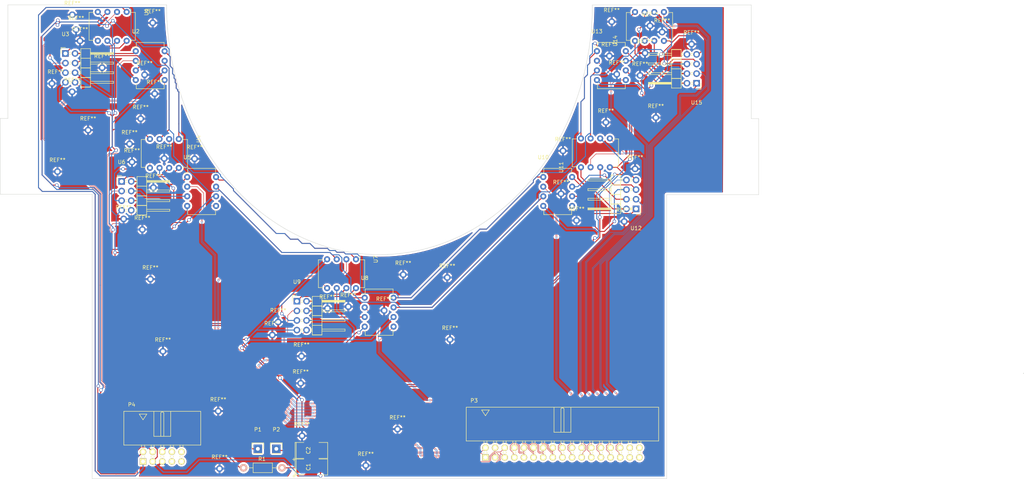
<source format=kicad_pcb>
(kicad_pcb (version 4) (host pcbnew 4.0.5)
  (layers (0 F.Cu signal) (31 B.Cu signal) (34 B.Paste user) (35 F.Paste user) (36 B.SilkS user) (37 F.SilkS user) (38 B.Mask user) (39 F.Mask user) (44 Edge.Cuts user))
  (net 0 "")
  (net 1 +9V)
  (net 2 +12V)
  (net 3 +6V)
  (net 4 "Net-(U1-Pad7)")
  (net 5 "Net-(U1-Pad8)")
  (net 6 "Net-(U2-Pad7)")
  (net 7 "Net-(U2-Pad8)")
  (net 8 "Net-(U4-Pad7)")
  (net 9 "Net-(U4-Pad8)")
  (net 10 "Net-(U5-Pad7)")
  (net 11 "Net-(U5-Pad8)")
  (net 12 "Net-(U7-Pad7)")
  (net 13 "Net-(U7-Pad8)")
  (net 14 "Net-(U10-Pad3)")
  (net 15 "Net-(U10-Pad1)")
  (net 16 "Net-(U10-Pad7)")
  (net 17 "Net-(U10-Pad8)")
  (net 18 "Net-(U11-Pad7)")
  (net 19 "Net-(U11-Pad8)")
  (net 20 "Net-(U13-Pad7)")
  (net 21 "Net-(U13-Pad8)")
  (net 22 LP+)
  (net 23 LP-)
  (net 24 U15-)
  (net 25 U15+)
  (net 26 U14-)
  (net 27 U14+)
  (net 28 U13-)
  (net 29 U13+)
  (net 30 U12-)
  (net 31 U12+)
  (net 32 U11-)
  (net 33 U11+)
  (net 34 U10-)
  (net 35 U10+)
  (net 36 U9-)
  (net 37 U9+)
  (net 38 U8-)
  (net 39 U8+)
  (net 40 U7-)
  (net 41 U7+)
  (net 42 U6-)
  (net 43 U6+)
  (net 44 U5-)
  (net 45 U5+)
  (net 46 U4-)
  (net 47 U4+)
  (net 48 U3-)
  (net 49 U3+)
  (net 50 U2-)
  (net 51 U2+)
  (net 52 U1-)
  (net 53 U1+)
  (net 54 "Net-(U2-Pad1)")
  (net 55 "Net-(U2-Pad3)")
  (net 56 "Net-(U5-Pad1)")
  (net 57 "Net-(U5-Pad3)")
  (net 58 "Net-(U8-Pad1)")
  (net 59 "Net-(U8-Pad3)")
  (net 60 "Net-(U11-Pad1)")
  (net 61 "Net-(U11-Pad3)")
  (net 62 "Net-(U14-Pad1)")
  (net 63 "Net-(U14-Pad3)")
  (net 64 LP2-)
  (net 65 LP)
  (module Connect:1pin (layer F.Cu) (at 161.25 125.86)
    (fp_text reference REF** (at 0 -3.048) (layer F.SilkS))
    (fp_text value "through hole")
    (pad 1 thru_hole oval (at 0 0) (size 1.7272 1.7272) (drill 1.016) (layers *.Cu *.Mask) (net 64 LP2-))
  )
  (module Connect:1pin (layer F.Cu) (at 201.83 164.89)
    (fp_text reference REF** (at 0 -3.048) (layer F.SilkS))
    (fp_text value "through hole")
    (pad 1 thru_hole oval (at 0 0) (size 1.7272 1.7272) (drill 1.016) (layers *.Cu *.Mask) (net 64 LP2-))
  )
  (module Connect:1pin (layer F.Cu) (at 278.84 103.87)
    (fp_text reference REF** (at 0 -3.048) (layer F.SilkS))
    (fp_text value "through hole")
    (pad 1 thru_hole oval (at 0 0) (size 1.7272 1.7272) (drill 1.016) (layers *.Cu *.Mask) (net 64 LP2-))
  )
  (module Connect:1pin (layer F.Cu) (at 280.14 97.96)
    (fp_text reference REF** (at 0 -3.048) (layer F.SilkS))
    (fp_text value "through hole")
    (pad 1 thru_hole oval (at 0 0) (size 1.7272 1.7272) (drill 1.016) (layers *.Cu *.Mask) (net 64 LP2-))
  )
  (module Connect:1pin (layer F.Cu) (at 131.02 94.75)
    (fp_text reference REF** (at 0 -3.048) (layer F.SilkS))
    (fp_text value "through hole")
    (pad 1 thru_hole oval (at 0 0) (size 1.7272 1.7272) (drill 1.016) (layers *.Cu *.Mask) (net 64 LP2-))
  )
  (module Connect:1pin (layer F.Cu) (at 189.47 177.96)
    (fp_text reference REF** (at 0 -3.048) (layer F.SilkS))
    (fp_text value "through hole")
    (pad 1 thru_hole oval (at 0 0) (size 1.7272 1.7272) (drill 1.016) (layers *.Cu *.Mask) (net 64 LP2-))
  )
  (module Connectors_Multicomp:Multicomp_MC9A22-3434_2x17x2.54mm_Angled (layer F.Cu) (at 238.02 204.67)
    (fp_text reference P3 (at -3 -15) (layer F.SilkS))
    (fp_text value CONN_02X15)
    (pad 1 thru_hole rect (at 0 0) (size 1.7 1.7) (drill 1) (layers *.Cu *.Mask F.SilkS) (net 52 U1-))
    (pad 2 thru_hole circle (at 0 -2.54) (size 1.7 1.7) (drill 1) (layers *.Cu *.Mask F.SilkS) (net 53 U1+))
    (pad 3 thru_hole circle (at 2.54 0) (size 1.7 1.7) (drill 1) (layers *.Cu *.Mask F.SilkS) (net 50 U2-))
    (pad 4 thru_hole circle (at 2.54 -2.54) (size 1.7 1.7) (drill 1) (layers *.Cu *.Mask F.SilkS) (net 51 U2+))
    (pad 5 thru_hole circle (at 5.08 0) (size 1.7 1.7) (drill 1) (layers *.Cu *.Mask F.SilkS) (net 48 U3-))
    (pad 6 thru_hole circle (at 5.08 -2.54) (size 1.7 1.7) (drill 1) (layers *.Cu *.Mask F.SilkS) (net 49 U3+))
    (pad 7 thru_hole circle (at 7.62 0) (size 1.7 1.7) (drill 1) (layers *.Cu *.Mask F.SilkS) (net 46 U4-))
    (pad 8 thru_hole circle (at 7.62 -2.54) (size 1.7 1.7) (drill 1) (layers *.Cu *.Mask F.SilkS) (net 47 U4+))
    (pad 9 thru_hole circle (at 10.16 0) (size 1.7 1.7) (drill 1) (layers *.Cu *.Mask F.SilkS) (net 44 U5-))
    (pad 10 thru_hole circle (at 10.16 -2.54) (size 1.7 1.7) (drill 1) (layers *.Cu *.Mask F.SilkS) (net 45 U5+))
    (pad 11 thru_hole circle (at 12.7 0) (size 1.7 1.7) (drill 1) (layers *.Cu *.Mask F.SilkS) (net 42 U6-))
    (pad 12 thru_hole circle (at 12.7 -2.54) (size 1.7 1.7) (drill 1) (layers *.Cu *.Mask F.SilkS) (net 43 U6+))
    (pad 13 thru_hole circle (at 15.24 0) (size 1.7 1.7) (drill 1) (layers *.Cu *.Mask F.SilkS) (net 40 U7-))
    (pad 14 thru_hole circle (at 15.24 -2.54) (size 1.7 1.7) (drill 1) (layers *.Cu *.Mask F.SilkS) (net 41 U7+))
    (pad 15 thru_hole circle (at 17.78 0) (size 1.7 1.7) (drill 1) (layers *.Cu *.Mask F.SilkS) (net 38 U8-))
    (pad 16 thru_hole circle (at 17.78 -2.54) (size 1.7 1.7) (drill 1) (layers *.Cu *.Mask F.SilkS) (net 39 U8+))
    (pad 17 thru_hole circle (at 20.32 0) (size 1.7 1.7) (drill 1) (layers *.Cu *.Mask F.SilkS) (net 36 U9-))
    (pad 18 thru_hole circle (at 20.32 -2.54) (size 1.7 1.7) (drill 1) (layers *.Cu *.Mask F.SilkS) (net 37 U9+))
    (pad 19 thru_hole circle (at 22.86 0) (size 1.7 1.7) (drill 1) (layers *.Cu *.Mask F.SilkS) (net 34 U10-))
    (pad 20 thru_hole circle (at 22.86 -2.54) (size 1.7 1.7) (drill 1) (layers *.Cu *.Mask F.SilkS) (net 35 U10+))
    (pad 21 thru_hole circle (at 25.4 0) (size 1.7 1.7) (drill 1) (layers *.Cu *.Mask F.SilkS) (net 32 U11-))
    (pad 22 thru_hole circle (at 25.4 -2.54) (size 1.7 1.7) (drill 1) (layers *.Cu *.Mask F.SilkS) (net 33 U11+))
    (pad 23 thru_hole circle (at 27.94 0) (size 1.7 1.7) (drill 1) (layers *.Cu *.Mask F.SilkS) (net 30 U12-))
    (pad 24 thru_hole circle (at 27.94 -2.54) (size 1.7 1.7) (drill 1) (layers *.Cu *.Mask F.SilkS) (net 31 U12+))
    (pad 25 thru_hole circle (at 30.48 0) (size 1.7 1.7) (drill 1) (layers *.Cu *.Mask F.SilkS) (net 28 U13-))
    (pad 26 thru_hole circle (at 30.48 -2.54) (size 1.7 1.7) (drill 1) (layers *.Cu *.Mask F.SilkS) (net 29 U13+))
    (pad 27 thru_hole circle (at 33.02 0) (size 1.7 1.7) (drill 1) (layers *.Cu *.Mask F.SilkS) (net 26 U14-))
    (pad 28 thru_hole circle (at 33.02 -2.54) (size 1.7 1.7) (drill 1) (layers *.Cu *.Mask F.SilkS) (net 27 U14+))
    (pad 29 thru_hole circle (at 35.56 0) (size 1.7 1.7) (drill 1) (layers *.Cu *.Mask F.SilkS) (net 24 U15-))
    (pad 30 thru_hole circle (at 35.56 -2.54) (size 1.7 1.7) (drill 1) (layers *.Cu *.Mask F.SilkS) (net 25 U15+))
    (pad 31 thru_hole circle (at 38.1 0) (size 1.7 1.7) (drill 1) (layers *.Cu *.Mask F.SilkS))
    (pad 32 thru_hole circle (at 38.1 -2.54) (size 1.7 1.7) (drill 1) (layers *.Cu *.Mask F.SilkS))
    (pad 33 thru_hole circle (at 40.64 0) (size 1.7 1.7) (drill 1) (layers *.Cu *.Mask F.SilkS))
    (pad 34 thru_hole circle (at 40.64 -2.54) (size 1.7 1.7) (drill 1) (layers *.Cu *.Mask F.SilkS))
  )
  (module Connect:1pin (layer F.Cu) (at 136.86 101.82)
    (fp_text reference REF** (at 0 -3.048) (layer F.SilkS))
    (fp_text value "through hole")
    (pad 1 thru_hole oval (at 0 0) (size 1.7272 1.7272) (drill 1.016) (layers *.Cu *.Mask) (net 64 LP2-))
  )
  (module Connect:1pin (layer F.Cu) (at 128.98 87.85)
    (fp_text reference REF** (at 0 -3.048) (layer F.SilkS))
    (fp_text value "through hole")
    (pad 1 thru_hole oval (at 0 0) (size 1.7272 1.7272) (drill 1.016) (layers *.Cu *.Mask) (net 64 LP2-))
  )
  (module Connect:1pin (layer F.Cu) (at 129.98 91.77)
    (fp_text reference REF** (at 0 -3.048) (layer F.SilkS))
    (fp_text value "through hole")
    (pad 1 thru_hole oval (at 0 0) (size 1.7272 1.7272) (drill 1.016) (layers *.Cu *.Mask) (net 64 LP2-))
  )
  (module Connect:1pin (layer F.Cu) (at 148.06 103.69)
    (fp_text reference REF** (at 0 -3.048) (layer F.SilkS))
    (fp_text value "through hole")
    (pad 1 thru_hole oval (at 0 0) (size 1.7272 1.7272) (drill 1.016) (layers *.Cu *.Mask) (net 64 LP2-))
  )
  (module Connect:1pin (layer F.Cu) (at 150.2 89.98)
    (fp_text reference REF** (at 0 -3.048) (layer F.SilkS))
    (fp_text value "through hole")
    (pad 1 thru_hole oval (at 0 0) (size 1.7272 1.7272) (drill 1.016) (layers *.Cu *.Mask) (net 64 LP2-))
  )
  (module Connect:1pin (layer F.Cu) (at 150.73 108.69)
    (fp_text reference REF** (at 0 -3.048) (layer F.SilkS))
    (fp_text value "through hole")
    (pad 1 thru_hole oval (at 0 0) (size 1.7272 1.7272) (drill 1.016) (layers *.Cu *.Mask) (net 64 LP2-))
  )
  (module Connect:1pin (layer F.Cu) (at 150.38 133.46)
    (fp_text reference REF** (at 0 -3.048) (layer F.SilkS))
    (fp_text value "through hole")
    (pad 1 thru_hole oval (at 0 0) (size 1.7272 1.7272) (drill 1.016) (layers *.Cu *.Mask) (net 64 LP2-))
  )
  (module Connect:1pin (layer F.Cu) (at 153.24 125.78)
    (fp_text reference REF** (at 0 -3.048) (layer F.SilkS))
    (fp_text value "through hole")
    (pad 1 thru_hole oval (at 0 0) (size 1.7272 1.7272) (drill 1.016) (layers *.Cu *.Mask) (net 64 LP2-))
  )
  (module Connect:1pin (layer F.Cu) (at 144.74 126.71)
    (fp_text reference REF** (at 0 -3.048) (layer F.SilkS))
    (fp_text value "through hole")
    (pad 1 thru_hole oval (at 0 0) (size 1.7272 1.7272) (drill 1.016) (layers *.Cu *.Mask) (net 64 LP2-))
  )
  (module Connect:1pin (layer F.Cu) (at 144.09 121.94)
    (fp_text reference REF** (at 0 -3.048) (layer F.SilkS))
    (fp_text value "through hole")
    (pad 1 thru_hole oval (at 0 0) (size 1.7272 1.7272) (drill 1.016) (layers *.Cu *.Mask) (net 64 LP2-))
  )
  (module Connect:1pin (layer F.Cu) (at 147.03 115.28)
    (fp_text reference REF** (at 0 -3.048) (layer F.SilkS))
    (fp_text value "through hole")
    (pad 1 thru_hole oval (at 0 0) (size 1.7272 1.7272) (drill 1.016) (layers *.Cu *.Mask) (net 64 LP2-))
  )
  (module Connect:1pin (layer F.Cu) (at 189.26 185.11)
    (fp_text reference REF** (at 0 -3.048) (layer F.SilkS))
    (fp_text value "through hole")
    (pad 1 thru_hole oval (at 0 0) (size 1.7272 1.7272) (drill 1.016) (layers *.Cu *.Mask) (net 64 LP2-))
  )
  (module Connect:1pin (layer F.Cu) (at 196.32 165.35)
    (fp_text reference REF** (at 0 -3.048) (layer F.SilkS))
    (fp_text value "through hole")
    (pad 1 thru_hole oval (at 0 0) (size 1.7272 1.7272) (drill 1.016) (layers *.Cu *.Mask) (net 64 LP2-))
  )
  (module Connect:1pin (layer F.Cu) (at 211.29 165.91)
    (fp_text reference REF** (at 0 -3.048) (layer F.SilkS))
    (fp_text value "through hole")
    (pad 1 thru_hole oval (at 0 0) (size 1.7272 1.7272) (drill 1.016) (layers *.Cu *.Mask) (net 64 LP2-))
  )
  (module Connect:1pin (layer F.Cu) (at 281.45 90.77)
    (fp_text reference REF** (at 0 -3.048) (layer F.SilkS))
    (fp_text value "through hole")
    (pad 1 thru_hole oval (at 0 0) (size 1.7272 1.7272) (drill 1.016) (layers *.Cu *.Mask) (net 64 LP2-))
  )
  (module Connect:1pin (layer F.Cu) (at 272.68 103.54)
    (fp_text reference REF** (at 0 -3.048) (layer F.SilkS))
    (fp_text value "through hole")
    (pad 1 thru_hole oval (at 0 0) (size 1.7272 1.7272) (drill 1.016) (layers *.Cu *.Mask) (net 64 LP2-))
  )
  (module Connect:1pin (layer F.Cu) (at 270.73 98.73)
    (fp_text reference REF** (at 0 -3.048) (layer F.SilkS))
    (fp_text value "through hole")
    (pad 1 thru_hole oval (at 0 0) (size 1.7272 1.7272) (drill 1.016) (layers *.Cu *.Mask) (net 64 LP2-))
  )
  (module Connect:1pin (layer F.Cu) (at 271.35 89.68)
    (fp_text reference REF** (at 0 -3.048) (layer F.SilkS))
    (fp_text value "through hole")
    (pad 1 thru_hole oval (at 0 0) (size 1.7272 1.7272) (drill 1.016) (layers *.Cu *.Mask) (net 64 LP2-))
  )
  (module Connect:1pin (layer F.Cu) (at 284.65 92.42)
    (fp_text reference REF** (at 0 -3.048) (layer F.SilkS))
    (fp_text value "through hole")
    (pad 1 thru_hole oval (at 0 0) (size 1.7272 1.7272) (drill 1.016) (layers *.Cu *.Mask) (net 64 LP2-))
  )
  (module Connect:1pin (layer F.Cu) (at 292.42 95.61)
    (fp_text reference REF** (at 0 -3.048) (layer F.SilkS))
    (fp_text value "through hole")
    (pad 1 thru_hole oval (at 0 0) (size 1.7272 1.7272) (drill 1.016) (layers *.Cu *.Mask) (net 64 LP2-))
  )
  (module Connect:1pin (layer F.Cu) (at 269.81 116.25)
    (fp_text reference REF** (at 0 -3.048) (layer F.SilkS))
    (fp_text value "through hole")
    (pad 1 thru_hole oval (at 0 0) (size 1.7272 1.7272) (drill 1.016) (layers *.Cu *.Mask) (net 64 LP2-))
  )
  (module Connect:1pin (layer F.Cu) (at 258.49 123.76)
    (fp_text reference REF** (at 0 -3.048) (layer F.SilkS))
    (fp_text value "through hole")
    (pad 1 thru_hole oval (at 0 0) (size 1.7272 1.7272) (drill 1.016) (layers *.Cu *.Mask) (net 64 LP2-))
  )
  (module Connect:1pin (layer F.Cu) (at 257.97 135.1)
    (fp_text reference REF** (at 0 -3.048) (layer F.SilkS))
    (fp_text value "through hole")
    (pad 1 thru_hole oval (at 0 0) (size 1.7272 1.7272) (drill 1.016) (layers *.Cu *.Mask) (net 64 LP2-))
  )
  (module Connect:1pin (layer F.Cu) (at 274.65 142.42)
    (fp_text reference REF** (at 0 -3.048) (layer F.SilkS))
    (fp_text value "through hole")
    (pad 1 thru_hole oval (at 0 0) (size 1.7272 1.7272) (drill 1.016) (layers *.Cu *.Mask) (net 64 LP2-))
  )
  (module Connect:1pin (layer F.Cu) (at 277.52 128.52)
    (fp_text reference REF** (at 0 -3.048) (layer F.SilkS))
    (fp_text value "through hole")
    (pad 1 thru_hole oval (at 0 0) (size 1.7272 1.7272) (drill 1.016) (layers *.Cu *.Mask) (net 64 LP2-))
  )
  (module Connect:1pin (layer F.Cu) (at 283 114.99)
    (fp_text reference REF** (at 0 -3.048) (layer F.SilkS))
    (fp_text value "through hole")
    (pad 1 thru_hole oval (at 0 0) (size 1.7272 1.7272) (drill 1.016) (layers *.Cu *.Mask) (net 64 LP2-))
  )
  (module Connect:1pin (layer F.Cu) (at 262.05 142.14)
    (fp_text reference REF** (at 0 -3.048) (layer F.SilkS))
    (fp_text value "through hole")
    (pad 1 thru_hole oval (at 0 0) (size 1.7272 1.7272) (drill 1.016) (layers *.Cu *.Mask) (net 64 LP2-))
  )
  (module Connect:1pin (layer F.Cu) (at 181.77 172.37)
    (fp_text reference REF** (at 0 -3.048) (layer F.SilkS))
    (fp_text value "through hole")
    (pad 1 thru_hole oval (at 0 0) (size 1.7272 1.7272) (drill 1.016) (layers *.Cu *.Mask) (net 64 LP2-))
  )
  (module Connect:1pin (layer F.Cu) (at 183.33 168.93)
    (fp_text reference REF** (at 0 -3.048) (layer F.SilkS))
    (fp_text value "through hole")
    (pad 1 thru_hole oval (at 0 0) (size 1.7272 1.7272) (drill 1.016) (layers *.Cu *.Mask) (net 64 LP2-))
  )
  (module Connect:1pin (layer F.Cu) (at 216.32 156.43)
    (fp_text reference REF** (at 0 -3.048) (layer F.SilkS))
    (fp_text value "through hole")
    (pad 1 thru_hole oval (at 0 0) (size 1.7272 1.7272) (drill 1.016) (layers *.Cu *.Mask) (net 64 LP2-))
  )
  (module Connect:1pin (layer F.Cu) (at 227.94 157.19)
    (fp_text reference REF** (at 0 -3.048) (layer F.SilkS))
    (fp_text value "through hole")
    (pad 1 thru_hole oval (at 0 0) (size 1.7272 1.7272) (drill 1.016) (layers *.Cu *.Mask) (net 64 LP2-))
  )
  (module Connect:1pin (layer F.Cu) (at 228.67 173.56)
    (fp_text reference REF** (at 0 -3.048) (layer F.SilkS))
    (fp_text value "through hole")
    (pad 1 thru_hole oval (at 0 0) (size 1.7272 1.7272) (drill 1.016) (layers *.Cu *.Mask) (net 64 LP2-))
  )
  (module Connect:1pin (layer F.Cu) (at 189.62 198.98)
    (fp_text reference REF** (at 0 -3.048) (layer F.SilkS))
    (fp_text value "through hole")
    (pad 1 thru_hole oval (at 0 0) (size 1.7272 1.7272) (drill 1.016) (layers *.Cu *.Mask) (net 64 LP2-))
  )
  (module Connect:1pin (layer F.Cu) (at 214.82 197.2)
    (fp_text reference REF** (at 0 -3.048) (layer F.SilkS))
    (fp_text value "through hole")
    (pad 1 thru_hole oval (at 0 0) (size 1.7272 1.7272) (drill 1.016) (layers *.Cu *.Mask) (net 64 LP2-))
  )
  (module Connect:1pin (layer F.Cu) (at 206.44 206.81)
    (fp_text reference REF** (at 0 -3.048) (layer F.SilkS))
    (fp_text value "through hole")
    (pad 1 thru_hole oval (at 0 0) (size 1.7272 1.7272) (drill 1.016) (layers *.Cu *.Mask) (net 64 LP2-))
  )
  (module Connect:1pin (layer F.Cu) (at 167.85 207.63)
    (fp_text reference REF** (at 0 -3.048) (layer F.SilkS))
    (fp_text value "through hole")
    (pad 1 thru_hole oval (at 0 0) (size 1.7272 1.7272) (drill 1.016) (layers *.Cu *.Mask) (net 64 LP2-))
  )
  (module Connect:1pin (layer F.Cu) (at 167.5 192.45)
    (fp_text reference REF** (at 0 -3.048) (layer F.SilkS))
    (fp_text value "through hole")
    (pad 1 thru_hole oval (at 0 0) (size 1.7272 1.7272) (drill 1.016) (layers *.Cu *.Mask) (net 64 LP2-))
  )
  (module Connect:1pin (layer F.Cu) (at 152.9 176.68)
    (fp_text reference REF** (at 0 -3.048) (layer F.SilkS))
    (fp_text value "through hole")
    (pad 1 thru_hole oval (at 0 0) (size 1.7272 1.7272) (drill 1.016) (layers *.Cu *.Mask) (net 64 LP2-))
  )
  (module Connect:1pin (layer F.Cu) (at 149.6 157.63)
    (fp_text reference REF** (at 0 -3.048) (layer F.SilkS))
    (fp_text value "through hole")
    (pad 1 thru_hole oval (at 0 0) (size 1.7272 1.7272) (drill 1.016) (layers *.Cu *.Mask) (net 64 LP2-))
  )
  (module Connect:1pin (layer F.Cu) (at 142.53 141.73)
    (fp_text reference REF** (at 0 -3.048) (layer F.SilkS))
    (fp_text value "through hole")
    (pad 1 thru_hole oval (at 0 0) (size 1.7272 1.7272) (drill 1.016) (layers *.Cu *.Mask) (net 64 LP2-))
  )
  (module Connect:1pin (layer F.Cu) (at 147.47 144.53)
    (fp_text reference REF** (at 0 -3.048) (layer F.SilkS))
    (fp_text value "through hole")
    (pad 1 thru_hole oval (at 0 0) (size 1.7272 1.7272) (drill 1.016) (layers *.Cu *.Mask) (net 64 LP2-))
  )
  (module Connect:1pin (layer F.Cu) (at 125.07 129.24)
    (fp_text reference REF** (at 0 -3.048) (layer F.SilkS))
    (fp_text value "through hole")
    (pad 1 thru_hole oval (at 0 0) (size 1.7272 1.7272) (drill 1.016) (layers *.Cu *.Mask) (net 64 LP2-))
  )
  (module Connect:1pin (layer F.Cu) (at 128.94 108.16)
    (fp_text reference REF** (at 0 -3.048) (layer F.SilkS))
    (fp_text value "through hole")
    (pad 1 thru_hole oval (at 0 0) (size 1.7272 1.7272) (drill 1.016) (layers *.Cu *.Mask) (net 64 LP2-))
  )
  (module Connect:1pin (layer F.Cu) (at 124.58 105.98)
    (fp_text reference REF** (at 0 -3.048) (layer F.SilkS))
    (fp_text value "through hole")
    (pad 1 thru_hole oval (at -0.97 0.02) (size 1.7272 1.7272) (drill 1.016) (layers *.Cu *.Mask) (net 64 LP2-))
  )
  (module Connect:1pin (layer F.Cu) (at 133.16 118.3)
    (fp_text reference REF** (at 0 -3.048) (layer F.SilkS))
    (fp_text value "through hole")
    (pad 1 thru_hole oval (at 0 0) (size 1.7272 1.7272) (drill 1.016) (layers *.Cu *.Mask) (net 64 LP2-))
  )
  (module Housings_DIP:DIP-8_W7.62mm (layer F.Cu) (at 143.33 87.1 270)
    (fp_text reference U1 (at 0 -5.22 270) (layer F.SilkS))
    (fp_text value AFF755b)
    (pad 1 thru_hole oval (at 0 0 270) (size 1.6 1.6) (drill 0.8) (layers *.Cu *.Mask) (net 2 +12V))
    (pad 2 thru_hole oval (at 0 2.54 270) (size 1.6 1.6) (drill 0.8) (layers *.Cu *.Mask) (net 52 U1-))
    (pad 3 thru_hole oval (at 0 5.08 270) (size 1.6 1.6) (drill 0.8) (layers *.Cu *.Mask) (net 3 +6V))
    (pad 4 thru_hole oval (at 0 7.62 270) (size 1.6 1.6) (drill 0.8) (layers *.Cu *.Mask) (net 23 LP-))
    (pad 5 thru_hole oval (at 7.62 7.62 270) (size 1.6 1.6) (drill 0.8) (layers *.Cu *.Mask) (net 53 U1+))
    (pad 6 thru_hole oval (at 7.62 5.08 270) (size 1.6 1.6) (drill 0.8) (layers *.Cu *.Mask) (net 22 LP+))
    (pad 7 thru_hole oval (at 7.62 2.54 270) (size 1.6 1.6) (drill 0.8) (layers *.Cu *.Mask) (net 4 "Net-(U1-Pad7)"))
    (pad 8 thru_hole oval (at 7.62 0 270) (size 1.6 1.6) (drill 0.8) (layers *.Cu *.Mask) (net 5 "Net-(U1-Pad8)"))
  )
  (module Pin_Headers:Pin_Header_Angled_2x04 (layer F.Cu) (at 293.74 105.92 180)
    (fp_text reference U15 (at 0 -5.1 180) (layer F.SilkS))
    (fp_text value AFF755b)
    (pad 1 thru_hole rect (at 0 0 180) (size 1.7272 1.7272) (drill 1.016) (layers *.Cu *.Mask) (net 21 "Net-(U13-Pad8)"))
    (pad 2 thru_hole oval (at 0 2.54 180) (size 1.7272 1.7272) (drill 1.016) (layers *.Cu *.Mask) (net 26 U14-))
    (pad 3 thru_hole oval (at 0 5.08 180) (size 1.7272 1.7272) (drill 1.016) (layers *.Cu *.Mask) (net 20 "Net-(U13-Pad7)"))
    (pad 4 thru_hole oval (at 0 7.62 180) (size 1.7272 1.7272) (drill 1.016) (layers *.Cu *.Mask) (net 23 LP-))
    (pad 5 thru_hole oval (at 2.54 7.62 180) (size 1.7272 1.7272) (drill 1.016) (layers *.Cu *.Mask) (net 27 U14+))
    (pad 6 thru_hole oval (at 2.54 5.08 180) (size 1.7272 1.7272) (drill 1.016) (layers *.Cu *.Mask) (net 22 LP+))
    (pad 7 thru_hole oval (at 2.54 2.54 180) (size 1.7272 1.7272) (drill 1.016) (layers *.Cu *.Mask) (net 63 "Net-(U14-Pad3)"))
    (pad 8 thru_hole oval (at 2.54 0 180) (size 1.7272 1.7272) (drill 1.016) (layers *.Cu *.Mask) (net 62 "Net-(U14-Pad1)"))
  )
  (module Pin_Headers:Pin_Header_Angled_2x04 (layer F.Cu) (at 277.77 139.08 180)
    (fp_text reference U12 (at 0 -5.1 180) (layer F.SilkS))
    (fp_text value AFF755b)
    (pad 1 thru_hole rect (at 0 0 180) (size 1.7272 1.7272) (drill 1.016) (layers *.Cu *.Mask) (net 17 "Net-(U10-Pad8)"))
    (pad 2 thru_hole oval (at 0 2.54 180) (size 1.7272 1.7272) (drill 1.016) (layers *.Cu *.Mask) (net 32 U11-))
    (pad 3 thru_hole oval (at 0 5.08 180) (size 1.7272 1.7272) (drill 1.016) (layers *.Cu *.Mask) (net 16 "Net-(U10-Pad7)"))
    (pad 4 thru_hole oval (at 0 7.62 180) (size 1.7272 1.7272) (drill 1.016) (layers *.Cu *.Mask) (net 23 LP-))
    (pad 5 thru_hole oval (at 2.54 7.62 180) (size 1.7272 1.7272) (drill 1.016) (layers *.Cu *.Mask) (net 33 U11+))
    (pad 6 thru_hole oval (at 2.54 5.08 180) (size 1.7272 1.7272) (drill 1.016) (layers *.Cu *.Mask) (net 22 LP+))
    (pad 7 thru_hole oval (at 2.54 2.54 180) (size 1.7272 1.7272) (drill 1.016) (layers *.Cu *.Mask) (net 61 "Net-(U11-Pad3)"))
    (pad 8 thru_hole oval (at 2.54 0 180) (size 1.7272 1.7272) (drill 1.016) (layers *.Cu *.Mask) (net 60 "Net-(U11-Pad1)"))
  )
  (module Pin_Headers:Pin_Header_Angled_2x04 (layer F.Cu) (at 188.26 163.45)
    (fp_text reference U9 (at 0 -5.1) (layer F.SilkS))
    (fp_text value AFF755b)
    (pad 1 thru_hole rect (at 0 0) (size 1.7272 1.7272) (drill 1.016) (layers *.Cu *.Mask) (net 13 "Net-(U7-Pad8)"))
    (pad 2 thru_hole oval (at 0 2.54) (size 1.7272 1.7272) (drill 1.016) (layers *.Cu *.Mask) (net 38 U8-))
    (pad 3 thru_hole oval (at 0 5.08) (size 1.7272 1.7272) (drill 1.016) (layers *.Cu *.Mask) (net 12 "Net-(U7-Pad7)"))
    (pad 4 thru_hole oval (at 0 7.62) (size 1.7272 1.7272) (drill 1.016) (layers *.Cu *.Mask) (net 23 LP-))
    (pad 5 thru_hole oval (at 2.54 7.62) (size 1.7272 1.7272) (drill 1.016) (layers *.Cu *.Mask) (net 39 U8+))
    (pad 6 thru_hole oval (at 2.54 5.08) (size 1.7272 1.7272) (drill 1.016) (layers *.Cu *.Mask) (net 22 LP+))
    (pad 7 thru_hole oval (at 2.54 2.54) (size 1.7272 1.7272) (drill 1.016) (layers *.Cu *.Mask) (net 59 "Net-(U8-Pad3)"))
    (pad 8 thru_hole oval (at 2.54 0) (size 1.7272 1.7272) (drill 1.016) (layers *.Cu *.Mask) (net 58 "Net-(U8-Pad1)"))
  )
  (module Pin_Headers:Pin_Header_Angled_2x04 (layer F.Cu) (at 142 131.83)
    (fp_text reference U6 (at 0 -5.1) (layer F.SilkS))
    (fp_text value AFF755b)
    (pad 1 thru_hole rect (at 0 0) (size 1.7272 1.7272) (drill 1.016) (layers *.Cu *.Mask) (net 9 "Net-(U4-Pad8)"))
    (pad 2 thru_hole oval (at 0 2.54) (size 1.7272 1.7272) (drill 1.016) (layers *.Cu *.Mask) (net 44 U5-))
    (pad 3 thru_hole oval (at 0 5.08) (size 1.7272 1.7272) (drill 1.016) (layers *.Cu *.Mask) (net 8 "Net-(U4-Pad7)"))
    (pad 4 thru_hole oval (at 0 7.62) (size 1.7272 1.7272) (drill 1.016) (layers *.Cu *.Mask) (net 23 LP-))
    (pad 5 thru_hole oval (at 2.54 7.62) (size 1.7272 1.7272) (drill 1.016) (layers *.Cu *.Mask) (net 45 U5+))
    (pad 6 thru_hole oval (at 2.54 5.08) (size 1.7272 1.7272) (drill 1.016) (layers *.Cu *.Mask) (net 22 LP+))
    (pad 7 thru_hole oval (at 2.54 2.54) (size 1.7272 1.7272) (drill 1.016) (layers *.Cu *.Mask) (net 57 "Net-(U5-Pad3)"))
    (pad 8 thru_hole oval (at 2.54 0) (size 1.7272 1.7272) (drill 1.016) (layers *.Cu *.Mask) (net 56 "Net-(U5-Pad1)"))
  )
  (module Pin_Headers:Pin_Header_Angled_2x04 (layer F.Cu) (at 127.17 98.06)
    (fp_text reference U3 (at 0 -5.1) (layer F.SilkS))
    (fp_text value AFF755b)
    (pad 1 thru_hole rect (at 0 0) (size 1.7272 1.7272) (drill 1.016) (layers *.Cu *.Mask) (net 5 "Net-(U1-Pad8)"))
    (pad 2 thru_hole oval (at 0 2.54) (size 1.7272 1.7272) (drill 1.016) (layers *.Cu *.Mask) (net 50 U2-))
    (pad 3 thru_hole oval (at 0 5.08) (size 1.7272 1.7272) (drill 1.016) (layers *.Cu *.Mask) (net 4 "Net-(U1-Pad7)"))
    (pad 4 thru_hole oval (at 0 7.62) (size 1.7272 1.7272) (drill 1.016) (layers *.Cu *.Mask) (net 23 LP-))
    (pad 5 thru_hole oval (at 2.54 7.62) (size 1.7272 1.7272) (drill 1.016) (layers *.Cu *.Mask) (net 51 U2+))
    (pad 6 thru_hole oval (at 2.54 5.08) (size 1.7272 1.7272) (drill 1.016) (layers *.Cu *.Mask) (net 22 LP+))
    (pad 7 thru_hole oval (at 2.54 2.54) (size 1.7272 1.7272) (drill 1.016) (layers *.Cu *.Mask) (net 55 "Net-(U2-Pad3)"))
    (pad 8 thru_hole oval (at 2.54 0) (size 1.7272 1.7272) (drill 1.016) (layers *.Cu *.Mask) (net 54 "Net-(U2-Pad1)"))
  )
  (module Pin_Headers:Pin_Header_Straight_1x01 (layer F.Cu) (at 177.95 202.41)
    (fp_text reference P1 (at 0 -5.1) (layer F.SilkS))
    (fp_text value CONN_01X01)
    (pad 1 thru_hole rect (at 0 0) (size 2.2352 2.2352) (drill 1.016) (layers *.Cu *.Mask) (net 1 +9V))
  )
  (module Pin_Headers:Pin_Header_Straight_1x01 (layer F.Cu) (at 182.83 202.41)
    (fp_text reference P2 (at 0 -5.1) (layer F.SilkS))
    (fp_text value CONN_01X01)
    (pad 1 thru_hole rect (at 0 0) (size 2.2352 2.2352) (drill 1.016) (layers *.Cu *.Mask) (net 22 LP+))
  )
  (module Connectors_Multicomp:Multicomp_MC9A22-1034_2x05x2.54mm_Angled (layer F.Cu) (at 147.65 205.75)
    (fp_text reference P4 (at -3 -15) (layer F.SilkS))
    (fp_text value CONN_02X03)
    (pad 1 thru_hole rect (at 0 0) (size 1.7 1.7) (drill 1) (layers *.Cu *.Mask F.SilkS) (net 23 LP-))
    (pad 2 thru_hole circle (at 0 -2.54) (size 1.7 1.7) (drill 1) (layers *.Cu *.Mask F.SilkS) (net 2 +12V))
    (pad 3 thru_hole circle (at 2.54 0) (size 1.7 1.7) (drill 1) (layers *.Cu *.Mask F.SilkS) (net 23 LP-))
    (pad 4 thru_hole circle (at 2.54 -2.54) (size 1.7 1.7) (drill 1) (layers *.Cu *.Mask F.SilkS) (net 3 +6V))
    (pad 5 thru_hole circle (at 5.08 0) (size 1.7 1.7) (drill 1) (layers *.Cu *.Mask F.SilkS) (net 64 LP2-))
    (pad 6 thru_hole circle (at 5.08 -2.54) (size 1.7 1.7) (drill 1) (layers *.Cu *.Mask F.SilkS) (net 1 +9V))
    (pad 7 thru_hole circle (at 7.62 0) (size 1.7 1.7) (drill 1) (layers *.Cu *.Mask F.SilkS))
    (pad 8 thru_hole circle (at 7.62 -2.54) (size 1.7 1.7) (drill 1) (layers *.Cu *.Mask F.SilkS))
    (pad 9 thru_hole circle (at 10.16 0) (size 1.7 1.7) (drill 1) (layers *.Cu *.Mask F.SilkS))
    (pad 10 thru_hole circle (at 10.16 -2.54) (size 1.7 1.7) (drill 1) (layers *.Cu *.Mask F.SilkS))
  )
  (module Resistors_ThroughHole:Resistor_Horizontal_RM10mm (layer F.Cu) (at 184.33 207.42 180)
    (fp_text reference R1 (at 5.29 2.33 180) (layer F.SilkS))
    (fp_text value R)
    (pad 1 thru_hole circle (at 0 0 180) (size 1.99898 1.99898) (drill 1.00076) (layers *.Cu *.SilkS *.Mask) (net 22 LP+))
    (pad 2 thru_hole circle (at 10.16 0 180) (size 1.99898 1.99898) (drill 1.00076) (layers *.Cu *.SilkS *.Mask) (net 1 +9V))
  )
  (module Housings_DIP:DIP-8_W7.62mm (layer F.Cu) (at 145.73 97.46)
    (fp_text reference U2 (at 0 -5.22) (layer F.SilkS))
    (fp_text value AFF755b)
    (pad 1 thru_hole oval (at 0 0) (size 1.6 1.6) (drill 0.8) (layers *.Cu *.Mask) (net 54 "Net-(U2-Pad1)"))
    (pad 2 thru_hole oval (at 0 2.54) (size 1.6 1.6) (drill 0.8) (layers *.Cu *.Mask) (net 48 U3-))
    (pad 3 thru_hole oval (at 0 5.08) (size 1.6 1.6) (drill 0.8) (layers *.Cu *.Mask) (net 55 "Net-(U2-Pad3)"))
    (pad 4 thru_hole oval (at 0 7.62) (size 1.6 1.6) (drill 0.8) (layers *.Cu *.Mask) (net 23 LP-))
    (pad 5 thru_hole oval (at 7.62 7.62) (size 1.6 1.6) (drill 0.8) (layers *.Cu *.Mask) (net 49 U3+))
    (pad 6 thru_hole oval (at 7.62 5.08) (size 1.6 1.6) (drill 0.8) (layers *.Cu *.Mask) (net 65 LP))
    (pad 7 thru_hole oval (at 7.62 2.54) (size 1.6 1.6) (drill 0.8) (layers *.Cu *.Mask) (net 6 "Net-(U2-Pad7)"))
    (pad 8 thru_hole oval (at 7.62 0) (size 1.6 1.6) (drill 0.8) (layers *.Cu *.Mask) (net 7 "Net-(U2-Pad8)"))
  )
  (module Housings_DIP:DIP-8_W7.62mm (layer F.Cu) (at 157.09 120.64 270)
    (fp_text reference U4 (at 0 -5.22 270) (layer F.SilkS))
    (fp_text value AFF755b)
    (pad 1 thru_hole oval (at 0 0 270) (size 1.6 1.6) (drill 0.8) (layers *.Cu *.Mask) (net 7 "Net-(U2-Pad8)"))
    (pad 2 thru_hole oval (at 0 2.54 270) (size 1.6 1.6) (drill 0.8) (layers *.Cu *.Mask) (net 46 U4-))
    (pad 3 thru_hole oval (at 0 5.08 270) (size 1.6 1.6) (drill 0.8) (layers *.Cu *.Mask) (net 6 "Net-(U2-Pad7)"))
    (pad 4 thru_hole oval (at 0 7.62 270) (size 1.6 1.6) (drill 0.8) (layers *.Cu *.Mask) (net 23 LP-))
    (pad 5 thru_hole oval (at 7.62 7.62 270) (size 1.6 1.6) (drill 0.8) (layers *.Cu *.Mask) (net 47 U4+))
    (pad 6 thru_hole oval (at 7.62 5.08 270) (size 1.6 1.6) (drill 0.8) (layers *.Cu *.Mask) (net 22 LP+))
    (pad 7 thru_hole oval (at 7.62 2.54 270) (size 1.6 1.6) (drill 0.8) (layers *.Cu *.Mask) (net 8 "Net-(U4-Pad7)"))
    (pad 8 thru_hole oval (at 7.62 0 270) (size 1.6 1.6) (drill 0.8) (layers *.Cu *.Mask) (net 9 "Net-(U4-Pad8)"))
  )
  (module Housings_DIP:DIP-8_W7.62mm (layer F.Cu) (at 159.31 130.68)
    (fp_text reference U5 (at 0 -5.22) (layer F.SilkS))
    (fp_text value AFF755b)
    (pad 1 thru_hole oval (at 0 0) (size 1.6 1.6) (drill 0.8) (layers *.Cu *.Mask) (net 56 "Net-(U5-Pad1)"))
    (pad 2 thru_hole oval (at 0 2.54) (size 1.6 1.6) (drill 0.8) (layers *.Cu *.Mask) (net 42 U6-))
    (pad 3 thru_hole oval (at 0 5.08) (size 1.6 1.6) (drill 0.8) (layers *.Cu *.Mask) (net 57 "Net-(U5-Pad3)"))
    (pad 4 thru_hole oval (at 0 7.62) (size 1.6 1.6) (drill 0.8) (layers *.Cu *.Mask) (net 23 LP-))
    (pad 5 thru_hole oval (at 7.62 7.62) (size 1.6 1.6) (drill 0.8) (layers *.Cu *.Mask) (net 43 U6+))
    (pad 6 thru_hole oval (at 7.62 5.08) (size 1.6 1.6) (drill 0.8) (layers *.Cu *.Mask) (net 22 LP+))
    (pad 7 thru_hole oval (at 7.62 2.54) (size 1.6 1.6) (drill 0.8) (layers *.Cu *.Mask) (net 10 "Net-(U5-Pad7)"))
    (pad 8 thru_hole oval (at 7.62 0) (size 1.6 1.6) (drill 0.8) (layers *.Cu *.Mask) (net 11 "Net-(U5-Pad8)"))
  )
  (module Housings_DIP:DIP-8_W7.62mm (layer F.Cu) (at 203.85 152.38 270)
    (fp_text reference U7 (at 0 -5.22 270) (layer F.SilkS))
    (fp_text value AFF755b)
    (pad 1 thru_hole oval (at 0 0 270) (size 1.6 1.6) (drill 0.8) (layers *.Cu *.Mask) (net 11 "Net-(U5-Pad8)"))
    (pad 2 thru_hole oval (at 0 2.54 270) (size 1.6 1.6) (drill 0.8) (layers *.Cu *.Mask) (net 40 U7-))
    (pad 3 thru_hole oval (at 0 5.08 270) (size 1.6 1.6) (drill 0.8) (layers *.Cu *.Mask) (net 10 "Net-(U5-Pad7)"))
    (pad 4 thru_hole oval (at 0 7.62 270) (size 1.6 1.6) (drill 0.8) (layers *.Cu *.Mask) (net 23 LP-))
    (pad 5 thru_hole oval (at 7.62 7.62 270) (size 1.6 1.6) (drill 0.8) (layers *.Cu *.Mask) (net 41 U7+))
    (pad 6 thru_hole oval (at 7.62 5.08 270) (size 1.6 1.6) (drill 0.8) (layers *.Cu *.Mask) (net 22 LP+))
    (pad 7 thru_hole oval (at 7.62 2.54 270) (size 1.6 1.6) (drill 0.8) (layers *.Cu *.Mask) (net 12 "Net-(U7-Pad7)"))
    (pad 8 thru_hole oval (at 7.62 0 270) (size 1.6 1.6) (drill 0.8) (layers *.Cu *.Mask) (net 13 "Net-(U7-Pad8)"))
  )
  (module Housings_DIP:DIP-8_W7.62mm (layer F.Cu) (at 206.15 162.54)
    (fp_text reference U8 (at 0 -5.22) (layer F.SilkS))
    (fp_text value AFF755b)
    (pad 1 thru_hole oval (at 0 0) (size 1.6 1.6) (drill 0.8) (layers *.Cu *.Mask) (net 58 "Net-(U8-Pad1)"))
    (pad 2 thru_hole oval (at 0 2.54) (size 1.6 1.6) (drill 0.8) (layers *.Cu *.Mask) (net 36 U9-))
    (pad 3 thru_hole oval (at 0 5.08) (size 1.6 1.6) (drill 0.8) (layers *.Cu *.Mask) (net 59 "Net-(U8-Pad3)"))
    (pad 4 thru_hole oval (at 0 7.62) (size 1.6 1.6) (drill 0.8) (layers *.Cu *.Mask) (net 23 LP-))
    (pad 5 thru_hole oval (at 7.62 7.62) (size 1.6 1.6) (drill 0.8) (layers *.Cu *.Mask) (net 37 U9+))
    (pad 6 thru_hole oval (at 7.62 5.08) (size 1.6 1.6) (drill 0.8) (layers *.Cu *.Mask) (net 22 LP+))
    (pad 7 thru_hole oval (at 7.62 2.54) (size 1.6 1.6) (drill 0.8) (layers *.Cu *.Mask) (net 14 "Net-(U10-Pad3)"))
    (pad 8 thru_hole oval (at 7.62 0) (size 1.6 1.6) (drill 0.8) (layers *.Cu *.Mask) (net 15 "Net-(U10-Pad1)"))
  )
  (module Housings_DIP:DIP-8_W7.62mm (layer F.Cu) (at 253.28 130.68)
    (fp_text reference U10 (at 0 -5.22) (layer F.SilkS))
    (fp_text value AFF755b)
    (pad 1 thru_hole oval (at 0 0) (size 1.6 1.6) (drill 0.8) (layers *.Cu *.Mask) (net 15 "Net-(U10-Pad1)"))
    (pad 2 thru_hole oval (at 0 2.54) (size 1.6 1.6) (drill 0.8) (layers *.Cu *.Mask) (net 34 U10-))
    (pad 3 thru_hole oval (at 0 5.08) (size 1.6 1.6) (drill 0.8) (layers *.Cu *.Mask) (net 14 "Net-(U10-Pad3)"))
    (pad 4 thru_hole oval (at 0 7.62) (size 1.6 1.6) (drill 0.8) (layers *.Cu *.Mask) (net 23 LP-))
    (pad 5 thru_hole oval (at 7.62 7.62) (size 1.6 1.6) (drill 0.8) (layers *.Cu *.Mask) (net 35 U10+))
    (pad 6 thru_hole oval (at 7.62 5.08) (size 1.6 1.6) (drill 0.8) (layers *.Cu *.Mask) (net 22 LP+))
    (pad 7 thru_hole oval (at 7.62 2.54) (size 1.6 1.6) (drill 0.8) (layers *.Cu *.Mask) (net 16 "Net-(U10-Pad7)"))
    (pad 8 thru_hole oval (at 7.62 0) (size 1.6 1.6) (drill 0.8) (layers *.Cu *.Mask) (net 17 "Net-(U10-Pad8)"))
  )
  (module Housings_DIP:DIP-8_W7.62mm (layer F.Cu) (at 263.23 128.1 90)
    (fp_text reference U11 (at 0 -5.22 90) (layer F.SilkS))
    (fp_text value AFF755b)
    (pad 1 thru_hole oval (at 0 0 90) (size 1.6 1.6) (drill 0.8) (layers *.Cu *.Mask) (net 60 "Net-(U11-Pad1)"))
    (pad 2 thru_hole oval (at 0 2.54 90) (size 1.6 1.6) (drill 0.8) (layers *.Cu *.Mask) (net 30 U12-))
    (pad 3 thru_hole oval (at 0 5.08 90) (size 1.6 1.6) (drill 0.8) (layers *.Cu *.Mask) (net 61 "Net-(U11-Pad3)"))
    (pad 4 thru_hole oval (at 0 7.62 90) (size 1.6 1.6) (drill 0.8) (layers *.Cu *.Mask) (net 23 LP-))
    (pad 5 thru_hole oval (at 7.62 7.62 90) (size 1.6 1.6) (drill 0.8) (layers *.Cu *.Mask) (net 31 U12+))
    (pad 6 thru_hole oval (at 7.62 5.08 90) (size 1.6 1.6) (drill 0.8) (layers *.Cu *.Mask) (net 22 LP+))
    (pad 7 thru_hole oval (at 7.62 2.54 90) (size 1.6 1.6) (drill 0.8) (layers *.Cu *.Mask) (net 18 "Net-(U11-Pad7)"))
    (pad 8 thru_hole oval (at 7.62 0 90) (size 1.6 1.6) (drill 0.8) (layers *.Cu *.Mask) (net 19 "Net-(U11-Pad8)"))
  )
  (module Housings_DIP:DIP-8_W7.62mm (layer F.Cu) (at 267.44 97.45)
    (fp_text reference U13 (at 0 -5.22) (layer F.SilkS))
    (fp_text value AFF755b)
    (pad 1 thru_hole oval (at 0 0) (size 1.6 1.6) (drill 0.8) (layers *.Cu *.Mask) (net 19 "Net-(U11-Pad8)"))
    (pad 2 thru_hole oval (at 0 2.54) (size 1.6 1.6) (drill 0.8) (layers *.Cu *.Mask) (net 28 U13-))
    (pad 3 thru_hole oval (at 0 5.08) (size 1.6 1.6) (drill 0.8) (layers *.Cu *.Mask) (net 18 "Net-(U11-Pad7)"))
    (pad 4 thru_hole oval (at 0 7.62) (size 1.6 1.6) (drill 0.8) (layers *.Cu *.Mask) (net 23 LP-))
    (pad 5 thru_hole oval (at 7.62 7.62) (size 1.6 1.6) (drill 0.8) (layers *.Cu *.Mask) (net 29 U13+))
    (pad 6 thru_hole oval (at 7.62 5.08) (size 1.6 1.6) (drill 0.8) (layers *.Cu *.Mask) (net 22 LP+))
    (pad 7 thru_hole oval (at 7.62 2.54) (size 1.6 1.6) (drill 0.8) (layers *.Cu *.Mask) (net 20 "Net-(U13-Pad7)"))
    (pad 8 thru_hole oval (at 7.62 0) (size 1.6 1.6) (drill 0.8) (layers *.Cu *.Mask) (net 21 "Net-(U13-Pad8)"))
  )
  (module Housings_DIP:DIP-8_W7.62mm (layer F.Cu) (at 277.5 94.74 90)
    (fp_text reference U14 (at 0 -5.22 90) (layer F.SilkS))
    (fp_text value AFF755b)
    (pad 1 thru_hole oval (at 0 0 90) (size 1.6 1.6) (drill 0.8) (layers *.Cu *.Mask) (net 62 "Net-(U14-Pad1)"))
    (pad 2 thru_hole oval (at 0 2.54 90) (size 1.6 1.6) (drill 0.8) (layers *.Cu *.Mask) (net 24 U15-))
    (pad 3 thru_hole oval (at 0 5.08 90) (size 1.6 1.6) (drill 0.8) (layers *.Cu *.Mask) (net 63 "Net-(U14-Pad3)"))
    (pad 4 thru_hole oval (at 0 7.62 90) (size 1.6 1.6) (drill 0.8) (layers *.Cu *.Mask) (net 23 LP-))
    (pad 5 thru_hole oval (at 7.62 7.62 90) (size 1.6 1.6) (drill 0.8) (layers *.Cu *.Mask) (net 25 U15+))
    (pad 6 thru_hole oval (at 7.62 5.08 90) (size 1.6 1.6) (drill 0.8) (layers *.Cu *.Mask) (net 22 LP+))
    (pad 7 thru_hole oval (at 7.62 2.54 90) (size 1.6 1.6) (drill 0.8) (layers *.Cu *.Mask) (net 23 LP-))
    (pad 8 thru_hole oval (at 7.62 0 90) (size 1.6 1.6) (drill 0.8) (layers *.Cu *.Mask) (net 23 LP-))
  )
  (module SMD_Packages:SMD-2512_Pol (layer F.Cu) (at 192.0803 202.83)
    (fp_text reference C2 (at -0.8001 0 90) (layer F.SilkS))
    (fp_text value C)
    (fp_text user + (at -4.59994 2.30124) (layer F.SilkS))
    (pad 1 smd rect (at -2.99974 0) (size 1.99898 2.99974) (layers F.Cu F.Paste F.Mask) (net 22 LP+))
    (pad 2 smd rect (at 2.99974 0) (size 1.99898 2.99974) (layers F.Cu F.Paste F.Mask) (net 23 LP-))
  )
  (module SMD_Packages:SMD-2512_Pol (layer F.Cu) (at 192.08 207.21)
    (fp_text reference C1 (at -0.8001 0 90) (layer F.SilkS))
    (fp_text value C)
    (fp_text user + (at -4.59994 2.30124) (layer F.SilkS))
    (pad 1 smd rect (at -2.99974 0) (size 1.99898 2.99974) (layers F.Cu F.Paste F.Mask) (net 22 LP+))
    (pad 2 smd rect (at 2.99974 0) (size 1.99898 2.99974) (layers F.Cu F.Paste F.Mask) (net 23 LP-))
  )
  (gr_line (start 205.027793 150.899383) (end 206.248812 151.012205) (layer Edge.Cuts) (width 0.1))
  (gr_line (start 204.774882 150.872079) (end 205.027793 150.899383) (layer Edge.Cuts) (width 0.1))
  (gr_line (start 203.297369 150.685446) (end 204.774882 150.872079) (layer Edge.Cuts) (width 0.1))
  (gr_line (start 202.355014 150.542093) (end 203.297369 150.685446) (layer Edge.Cuts) (width 0.1))
  (gr_line (start 199.497805 149.990169) (end 200.716139 150.247239) (layer Edge.Cuts) (width 0.1))
  (gr_line (start 198.699826 149.804083) (end 199.497805 149.990169) (layer Edge.Cuts) (width 0.1))
  (gr_line (start 197.393876 149.468929) (end 198.699826 149.804083) (layer Edge.Cuts) (width 0.1))
  (gr_line (start 195.792038 149.005159) (end 197.393876 149.468929) (layer Edge.Cuts) (width 0.1))
  (gr_line (start 200.716139 150.247239) (end 202.355014 150.542093) (layer Edge.Cuts) (width 0.1))
  (gr_line (start 194.432185 148.565009) (end 195.792038 149.005159) (layer Edge.Cuts) (width 0.1))
  (gr_line (start 153.861269 85.372378) (end 153.861818 85.544489) (layer Edge.Cuts) (width 0.1))
  (gr_line (start 109.95 135.21) (end 109.95 115.22) (angle 90) (layer Edge.Cuts) (width 0.1))
  (gr_line (start 109.95 135.21) (end 134.21 135.21) (angle 90) (layer Edge.Cuts) (width 0.1))
  (gr_line (start 111.99 85.25) (end 153.86 85.25) (angle 90) (layer Edge.Cuts) (width 0.1))
  (gr_line (start 111.99 115.22) (end 111.99 85.25) (angle 90) (layer Edge.Cuts) (width 0.1))
  (gr_line (start 109.95 115.22) (end 111.99 115.22) (angle 90) (layer Edge.Cuts) (width 0.1))
  (gr_line (start 308.18 85.27) (end 266.23664 85.27) (angle 90) (layer Edge.Cuts) (width 0.1))
  (gr_line (start 308.18 115.25) (end 308.18 85.27) (angle 90) (layer Edge.Cuts) (width 0.1))
  (gr_line (start 310.12 115.25) (end 308.18 115.25) (angle 90) (layer Edge.Cuts) (width 0.1))
  (gr_line (start 310.12 135.32) (end 310.12 115.25) (angle 90) (layer Edge.Cuts) (width 0.1))
  (gr_line (start 285.84 135.32) (end 310.12 135.32) (angle 90) (layer Edge.Cuts) (width 0.1))
  (gr_line (start 285.84 210.27) (end 285.84 135.32) (angle 90) (layer Edge.Cuts) (width 0.1))
  (gr_line (start 134.21 210.27) (end 285.84 210.27) (angle 90) (layer Edge.Cuts) (width 0.1))
  (gr_line (start 134.21 135.21) (end 134.21 210.27) (angle 90) (layer Edge.Cuts) (width 0.1))
  (gr_line (start 153.85 85.25) (end 153.85 85.251) (angle 90) (layer Edge.Cuts) (width 0.1))
  (gr_line (start 266.23664 85.825023) (end 266.23664 85.27) (layer Edge.Cuts) (width 0.1))
  (gr_line (start 266.217826 87.022189) (end 266.23664 85.825023) (layer Edge.Cuts) (width 0.1))
  (gr_line (start 266.157751 88.755032) (end 266.217826 87.022189) (layer Edge.Cuts) (width 0.1))
  (gr_line (start 266.101213 89.824962) (end 266.157751 88.755032) (layer Edge.Cuts) (width 0.1))
  (gr_line (start 266.01046 91.151033) (end 266.101213 89.824962) (layer Edge.Cuts) (width 0.1))
  (gr_line (start 265.968774 91.668989) (end 266.01046 91.151033) (layer Edge.Cuts) (width 0.1))
  (gr_line (start 265.873127 92.722506) (end 265.968774 91.668989) (layer Edge.Cuts) (width 0.1))
  (gr_line (start 265.733679 94.033469) (end 265.873127 92.722506) (layer Edge.Cuts) (width 0.1))
  (gr_line (start 265.462715 96.133211) (end 265.733679 94.033469) (layer Edge.Cuts) (width 0.1))
  (gr_line (start 265.32771 97.03795) (end 265.462715 96.133211) (layer Edge.Cuts) (width 0.1))
  (gr_line (start 264.938866 99.311708) (end 265.32771 97.03795) (layer Edge.Cuts) (width 0.1))
  (gr_line (start 264.944224 99.284701) (end 264.938866 99.311708) (layer Edge.Cuts) (width 0.1))
  (gr_line (start 264.596124 101.039549) (end 264.944224 99.284701) (layer Edge.Cuts) (width 0.1))
  (gr_line (start 264.277107 102.483551) (end 264.596124 101.039549) (layer Edge.Cuts) (width 0.1))
  (gr_line (start 264.046708 103.450731) (end 264.277107 102.483551) (layer Edge.Cuts) (width 0.1))
  (gr_line (start 263.851056 104.230462) (end 264.046708 103.450731) (layer Edge.Cuts) (width 0.1))
  (gr_line (start 263.562489 105.32063) (end 263.851056 104.230462) (layer Edge.Cuts) (width 0.1))
  (gr_line (start 263.033014 107.167111) (end 263.562489 105.32063) (layer Edge.Cuts) (width 0.1))
  (gr_line (start 262.811267 107.890769) (end 263.033014 107.167111) (layer Edge.Cuts) (width 0.1))
  (gr_line (start 262.462701 108.978052) (end 262.811267 107.890769) (layer Edge.Cuts) (width 0.1))
  (gr_line (start 262.135655 109.948658) (end 262.462701 108.978052) (layer Edge.Cuts) (width 0.1))
  (gr_line (start 261.922918 110.556962) (end 262.135655 109.948658) (layer Edge.Cuts) (width 0.1))
  (gr_line (start 261.615779 111.4061) (end 261.922918 110.556962) (layer Edge.Cuts) (width 0.1))
  (gr_line (start 261.004772 113.004454) (end 261.615779 111.4061) (layer Edge.Cuts) (width 0.1))
  (gr_line (start 260.398526 114.486941) (end 261.004772 113.004454) (layer Edge.Cuts) (width 0.1))
  (gr_line (start 260.175101 115.010421) (end 260.398526 114.486941) (layer Edge.Cuts) (width 0.1))
  (gr_line (start 259.88963 115.662902) (end 260.175101 115.010421) (layer Edge.Cuts) (width 0.1))
  (gr_line (start 259.377436 116.790917) (end 259.88963 115.662902) (layer Edge.Cuts) (width 0.1))
  (gr_line (start 258.711399 118.183725) (end 259.377436 116.790917) (layer Edge.Cuts) (width 0.1))
  (gr_line (start 258.151924 119.295909) (end 258.711399 118.183725) (layer Edge.Cuts) (width 0.1))
  (gr_line (start 257.849561 119.876955) (end 258.151924 119.295909) (layer Edge.Cuts) (width 0.1))
  (gr_line (start 257.08093 121.296238) (end 257.849561 119.876955) (layer Edge.Cuts) (width 0.1))
  (gr_line (start 256.813724 121.771519) (end 257.08093 121.296238) (layer Edge.Cuts) (width 0.1))
  (gr_line (start 256.574926 122.188856) (end 256.813724 121.771519) (layer Edge.Cuts) (width 0.1))
  (gr_line (start 255.993429 123.177279) (end 256.574926 122.188856) (layer Edge.Cuts) (width 0.1))
  (gr_line (start 255.610736 123.80739) (end 255.993429 123.177279) (layer Edge.Cuts) (width 0.1))
  (gr_line (start 254.365435 125.755715) (end 255.610736 123.80739) (layer Edge.Cuts) (width 0.1))
  (gr_line (start 253.950772 126.372502) (end 254.365435 125.755715) (layer Edge.Cuts) (width 0.1))
  (gr_line (start 253.16698 127.498496) (end 253.950772 126.372502) (layer Edge.Cuts) (width 0.1))
  (gr_line (start 252.379388 128.580877) (end 253.16698 127.498496) (layer Edge.Cuts) (width 0.1))
  (gr_line (start 251.748684 129.414614) (end 252.379388 128.580877) (layer Edge.Cuts) (width 0.1))
  (gr_line (start 250.85462 130.549536) (end 251.748684 129.414614) (layer Edge.Cuts) (width 0.1))
  (gr_line (start 250.617168 130.842159) (end 250.85462 130.549536) (layer Edge.Cuts) (width 0.1))
  (gr_line (start 249.95864 131.635292) (end 250.617168 130.842159) (layer Edge.Cuts) (width 0.1))
  (gr_line (start 249.215977 132.498651) (end 249.95864 131.635292) (layer Edge.Cuts) (width 0.1))
  (gr_line (start 248.326753 133.491397) (end 249.215977 132.498651) (layer Edge.Cuts) (width 0.1))
  (gr_line (start 247.807891 134.051042) (end 248.326753 133.491397) (layer Edge.Cuts) (width 0.1))
  (gr_line (start 247.081145 134.811731) (end 247.807891 134.051042) (layer Edge.Cuts) (width 0.1))
  (gr_line (start 245.793777 136.096256) (end 247.081145 134.811731) (layer Edge.Cuts) (width 0.1))
  (gr_line (start 244.953663 136.893497) (end 245.793777 136.096256) (layer Edge.Cuts) (width 0.1))
  (gr_line (start 244.236612 137.549661) (end 244.953663 136.893497) (layer Edge.Cuts) (width 0.1))
  (gr_line (start 243.301916 138.372837) (end 244.236612 137.549661) (layer Edge.Cuts) (width 0.1))
  (gr_line (start 242.408106 139.127382) (end 243.301916 138.372837) (layer Edge.Cuts) (width 0.1))
  (gr_line (start 241.946345 139.505147) (end 242.408106 139.127382) (layer Edge.Cuts) (width 0.1))
  (gr_line (start 240.192503 140.868557) (end 241.946345 139.505147) (layer Edge.Cuts) (width 0.1))
  (gr_line (start 239.138586 141.63591) (end 240.192503 140.868557) (layer Edge.Cuts) (width 0.1))
  (gr_line (start 238.317646 142.207881) (end 239.138586 141.63591) (layer Edge.Cuts) (width 0.1))
  (gr_line (start 237.71037 142.616915) (end 238.317646 142.207881) (layer Edge.Cuts) (width 0.1))
  (gr_line (start 236.468377 143.417346) (end 237.71037 142.616915) (layer Edge.Cuts) (width 0.1))
  (gr_line (start 235.545121 143.981874) (end 236.468377 143.417346) (layer Edge.Cuts) (width 0.1))
  (gr_line (start 234.797104 144.420765) (end 235.545121 143.981874) (layer Edge.Cuts) (width 0.1))
  (gr_line (start 233.483284 145.152739) (end 234.797104 144.420765) (layer Edge.Cuts) (width 0.1))
  (gr_line (start 232.978473 145.421119) (end 233.483284 145.152739) (layer Edge.Cuts) (width 0.1))
  (gr_line (start 231.57374 146.131395) (end 232.978473 145.421119) (layer Edge.Cuts) (width 0.1))
  (gr_line (start 231.349521 146.23988) (end 231.57374 146.131395) (layer Edge.Cuts) (width 0.1))
  (gr_line (start 230.440942 146.665987) (end 231.349521 146.23988) (layer Edge.Cuts) (width 0.1))
  (gr_line (start 230.001618 146.86435) (end 230.440942 146.665987) (layer Edge.Cuts) (width 0.1))
  (gr_line (start 229.561783 147.058) (end 230.001618 146.86435) (layer Edge.Cuts) (width 0.1))
  (gr_line (start 228.776558 147.391564) (end 229.561783 147.058) (layer Edge.Cuts) (width 0.1))
  (gr_line (start 227.983708 147.712773) (end 228.776558 147.391564) (layer Edge.Cuts) (width 0.1))
  (gr_line (start 226.737696 148.186482) (end 227.983708 147.712773) (layer Edge.Cuts) (width 0.1))
  (gr_line (start 225.972213 148.458978) (end 226.737696 148.186482) (layer Edge.Cuts) (width 0.1))
  (gr_line (start 225.077505 148.759896) (end 225.972213 148.458978) (layer Edge.Cuts) (width 0.1))
  (gr_line (start 224.262 149.017884) (end 225.077505 148.759896) (layer Edge.Cuts) (width 0.1))
  (gr_line (start 222.780374 149.447467) (end 224.262 149.017884) (layer Edge.Cuts) (width 0.1))
  (gr_line (start 221.351687 149.814679) (end 222.780374 149.447467) (layer Edge.Cuts) (width 0.1))
  (gr_line (start 220.498538 150.012278) (end 221.351687 149.814679) (layer Edge.Cuts) (width 0.1))
  (gr_line (start 219.649487 150.193014) (end 220.498538 150.012278) (layer Edge.Cuts) (width 0.1))
  (gr_line (start 218.805359 150.357094) (end 219.649487 150.193014) (layer Edge.Cuts) (width 0.1))
  (gr_line (start 218.396715 150.43097) (end 218.805359 150.357094) (layer Edge.Cuts) (width 0.1))
  (gr_line (start 217.342277 150.604962) (end 218.396715 150.43097) (layer Edge.Cuts) (width 0.1))
  (gr_line (start 215.482134 150.85391) (end 217.342277 150.604962) (layer Edge.Cuts) (width 0.1))
  (gr_line (start 214.29852 150.9741) (end 215.482134 150.85391) (layer Edge.Cuts) (width 0.1))
  (gr_line (start 213.230833 151.057189) (end 214.29852 150.9741) (layer Edge.Cuts) (width 0.1))
  (gr_line (start 212.170144 151.116038) (end 213.230833 151.057189) (layer Edge.Cuts) (width 0.1))
  (gr_line (start 211.509566 151.140782) (end 212.170144 151.116038) (layer Edge.Cuts) (width 0.1))
  (gr_line (start 210.975737 151.154111) (end 211.509566 151.140782) (layer Edge.Cuts) (width 0.1))
  (gr_line (start 209.90723 151.162903) (end 210.975737 151.154111) (layer Edge.Cuts) (width 0.1))
  (gr_line (start 209.506507 151.16005) (end 209.90723 151.162903) (layer Edge.Cuts) (width 0.1))
  (gr_line (start 208.551227 151.139716) (end 209.506507 151.16005) (layer Edge.Cuts) (width 0.1))
  (gr_line (start 208.010456 151.119747) (end 208.551227 151.139716) (layer Edge.Cuts) (width 0.1))
  (gr_line (start 206.248812 151.012205) (end 208.010456 151.119747) (layer Edge.Cuts) (width 0.1))
  (gr_line (start 193.110746 148.095541) (end 194.432185 148.565009) (layer Edge.Cuts) (width 0.1))
  (gr_line (start 192.007591 147.671429) (end 193.110746 148.095541) (layer Edge.Cuts) (width 0.1))
  (gr_line (start 191.26884 147.370717) (end 192.007591 147.671429) (layer Edge.Cuts) (width 0.1))
  (gr_line (start 189.912549 146.783029) (end 191.26884 147.370717) (layer Edge.Cuts) (width 0.1))
  (gr_line (start 188.951596 146.338134) (end 189.912549 146.783029) (layer Edge.Cuts) (width 0.1))
  (gr_line (start 188.001859 145.874625) (end 188.951596 146.338134) (layer Edge.Cuts) (width 0.1))
  (gr_line (start 187.278181 145.505214) (end 188.001859 145.874625) (layer Edge.Cuts) (width 0.1))
  (gr_line (start 185.90531 144.764836) (end 187.278181 145.505214) (layer Edge.Cuts) (width 0.1))
  (gr_line (start 185.033873 144.267253) (end 185.90531 144.764836) (layer Edge.Cuts) (width 0.1))
  (gr_line (start 184.170577 143.75253) (end 185.033873 144.267253) (layer Edge.Cuts) (width 0.1))
  (gr_line (start 183.153763 143.117669) (end 184.170577 143.75253) (layer Edge.Cuts) (width 0.1))
  (gr_line (start 181.988979 142.351131) (end 183.153763 143.117669) (layer Edge.Cuts) (width 0.1))
  (gr_line (start 180.617486 141.392525) (end 181.988979 142.351131) (layer Edge.Cuts) (width 0.1))
  (gr_line (start 179.89508 140.86224) (end 180.617486 141.392525) (layer Edge.Cuts) (width 0.1))
  (gr_line (start 179.42505 140.5075) (end 179.89508 140.86224) (layer Edge.Cuts) (width 0.1))
  (gr_line (start 178.493075 139.780811) (end 179.42505 140.5075) (layer Edge.Cuts) (width 0.1))
  (gr_line (start 177.269137 138.777582) (end 178.493075 139.780811) (layer Edge.Cuts) (width 0.1))
  (gr_line (start 176.655357 138.252693) (end 177.269137 138.777582) (layer Edge.Cuts) (width 0.1))
  (gr_line (start 176.496059 138.114011) (end 176.655357 138.252693) (layer Edge.Cuts) (width 0.1))
  (gr_line (start 175.031422 136.789699) (end 176.496059 138.114011) (layer Edge.Cuts) (width 0.1))
  (gr_line (start 174.673794 136.452376) (end 175.031422 136.789699) (layer Edge.Cuts) (width 0.1))
  (gr_line (start 174.032221 135.832875) (end 174.673794 136.452376) (layer Edge.Cuts) (width 0.1))
  (gr_line (start 173.332556 135.135571) (end 174.032221 135.832875) (layer Edge.Cuts) (width 0.1))
  (gr_line (start 171.970321 133.709319) (end 173.332556 135.135571) (layer Edge.Cuts) (width 0.1))
  (gr_line (start 170.581874 132.15509) (end 171.970321 133.709319) (layer Edge.Cuts) (width 0.1))
  (gr_line (start 169.9457 131.406293) (end 170.581874 132.15509) (layer Edge.Cuts) (width 0.1))
  (gr_line (start 168.889477 130.108106) (end 169.9457 131.406293) (layer Edge.Cuts) (width 0.1))
  (gr_line (start 167.539463 128.340181) (end 168.889477 130.108106) (layer Edge.Cuts) (width 0.1))
  (gr_line (start 166.706251 127.182065) (end 167.539463 128.340181) (layer Edge.Cuts) (width 0.1))
  (gr_line (start 166.263677 126.544313) (end 166.706251 127.182065) (layer Edge.Cuts) (width 0.1))
  (gr_line (start 165.512597 125.423511) (end 166.263677 126.544313) (layer Edge.Cuts) (width 0.1))
  (gr_line (start 165.136925 124.843666) (end 165.512597 125.423511) (layer Edge.Cuts) (width 0.1))
  (gr_line (start 164.567043 123.937909) (end 165.136925 124.843666) (layer Edge.Cuts) (width 0.1))
  (gr_line (start 163.772845 122.61914) (end 164.567043 123.937909) (layer Edge.Cuts) (width 0.1))
  (gr_line (start 163.463124 122.08568) (end 163.772845 122.61914) (layer Edge.Cuts) (width 0.1))
  (gr_line (start 162.70416 120.728875) (end 163.463124 122.08568) (layer Edge.Cuts) (width 0.1))
  (gr_line (start 162.615185 120.564934) (end 162.70416 120.728875) (layer Edge.Cuts) (width 0.1))
  (gr_line (start 162.152403 119.694565) (end 162.615185 120.564934) (layer Edge.Cuts) (width 0.1))
  (gr_line (start 161.982041 119.3664) (end 162.152403 119.694565) (layer Edge.Cuts) (width 0.1))
  (gr_line (start 161.484594 118.382702) (end 161.982041 119.3664) (layer Edge.Cuts) (width 0.1))
  (gr_line (start 161.082491 117.557993) (end 161.484594 118.382702) (layer Edge.Cuts) (width 0.1))
  (gr_line (start 160.743755 116.841102) (end 161.082491 117.557993) (layer Edge.Cuts) (width 0.1))
  (gr_line (start 160.488596 116.286812) (end 160.743755 116.841102) (layer Edge.Cuts) (width 0.1))
  (gr_line (start 159.781517 114.6805) (end 160.488596 116.286812) (layer Edge.Cuts) (width 0.1))
  (gr_line (start 159.119907 113.071414) (end 159.781517 114.6805) (layer Edge.Cuts) (width 0.1))
  (gr_line (start 158.774919 112.185468) (end 159.119907 113.071414) (layer Edge.Cuts) (width 0.1))
  (gr_line (start 158.668567 111.905183) (end 158.774919 112.185468) (layer Edge.Cuts) (width 0.1))
  (gr_line (start 158.607583 111.742865) (end 158.668567 111.905183) (layer Edge.Cuts) (width 0.1))
  (gr_line (start 158.15316 110.494161) (end 158.607583 111.742865) (layer Edge.Cuts) (width 0.1))
  (gr_line (start 157.903042 109.774857) (end 158.15316 110.494161) (layer Edge.Cuts) (width 0.1))
  (gr_line (start 157.80813 109.495397) (end 157.903042 109.774857) (layer Edge.Cuts) (width 0.1))
  (gr_line (start 157.430212 108.343877) (end 157.80813 109.495397) (layer Edge.Cuts) (width 0.1))
  (gr_line (start 157.243984 107.751602) (end 157.430212 108.343877) (layer Edge.Cuts) (width 0.1))
  (gr_line (start 157.147567 107.437917) (end 157.243984 107.751602) (layer Edge.Cuts) (width 0.1))
  (gr_line (start 157.002553 106.956493) (end 157.147567 107.437917) (layer Edge.Cuts) (width 0.1))
  (gr_line (start 156.777147 106.183511) (end 157.002553 106.956493) (layer Edge.Cuts) (width 0.1))
  (gr_line (start 156.673956 105.818832) (end 156.777147 106.183511) (layer Edge.Cuts) (width 0.1))
  (gr_line (start 156.622926 105.63582) (end 156.673956 105.818832) (layer Edge.Cuts) (width 0.1))
  (gr_line (start 156.577418 105.471066) (end 156.622926 105.63582) (layer Edge.Cuts) (width 0.1))
  (gr_line (start 156.514166 105.239588) (end 156.577418 105.471066) (layer Edge.Cuts) (width 0.1))
  (gr_line (start 156.474067 105.091299) (end 156.514166 105.239588) (layer Edge.Cuts) (width 0.1))
  (gr_line (start 156.413397 104.864599) (end 156.474067 105.091299) (layer Edge.Cuts) (width 0.1))
  (gr_line (start 156.360103 104.663066) (end 156.413397 104.864599) (layer Edge.Cuts) (width 0.1))
  (gr_line (start 156.280837 104.359016) (end 156.360103 104.663066) (layer Edge.Cuts) (width 0.1))
  (gr_line (start 156.199797 104.042608) (end 156.280837 104.359016) (layer Edge.Cuts) (width 0.1))
  (gr_line (start 156.131448 103.77118) (end 156.199797 104.042608) (layer Edge.Cuts) (width 0.1))
  (gr_line (start 156.066176 103.507884) (end 156.131448 103.77118) (layer Edge.Cuts) (width 0.1))
  (gr_line (start 155.969354 103.109585) (end 156.066176 103.507884) (layer Edge.Cuts) (width 0.1))
  (gr_line (start 155.916277 102.887122) (end 155.969354 103.109585) (layer Edge.Cuts) (width 0.1))
  (gr_line (start 155.871315 102.696282) (end 155.916277 102.887122) (layer Edge.Cuts) (width 0.1))
  (gr_line (start 155.831481 102.525317) (end 155.871315 102.696282) (layer Edge.Cuts) (width 0.1))
  (gr_line (start 155.779658 102.300146) (end 155.831481 102.525317) (layer Edge.Cuts) (width 0.1))
  (gr_line (start 155.695833 101.929033) (end 155.779658 102.300146) (layer Edge.Cuts) (width 0.1))
  (gr_line (start 155.634104 101.650013) (end 155.695833 101.929033) (layer Edge.Cuts) (width 0.1))
  (gr_line (start 155.59047 101.449696) (end 155.634104 101.650013) (layer Edge.Cuts) (width 0.1))
  (gr_line (start 155.519968 101.120353) (end 155.59047 101.449696) (layer Edge.Cuts) (width 0.1))
  (gr_line (start 155.477123 100.916623) (end 155.519968 101.120353) (layer Edge.Cuts) (width 0.1))
  (gr_line (start 155.409877 100.591089) (end 155.477123 100.916623) (layer Edge.Cuts) (width 0.1))
  (gr_line (start 155.354986 100.319857) (end 155.409877 100.591089) (layer Edge.Cuts) (width 0.1))
  (gr_line (start 155.273269 99.906279) (end 155.354986 100.319857) (layer Edge.Cuts) (width 0.1))
  (gr_line (start 155.210051 99.577719) (end 155.273269 99.906279) (layer Edge.Cuts) (width 0.1))
  (gr_line (start 155.126959 99.133479) (end 155.210051 99.577719) (layer Edge.Cuts) (width 0.1))
  (gr_line (start 155.06788 98.808368) (end 155.126959 99.133479) (layer Edge.Cuts) (width 0.1))
  (gr_line (start 155.007304 98.466365) (end 155.06788 98.808368) (layer Edge.Cuts) (width 0.1))
  (gr_line (start 154.952257 98.1474) (end 155.007304 98.466365) (layer Edge.Cuts) (width 0.1))
  (gr_line (start 154.89009 97.777046) (end 154.952257 98.1474) (layer Edge.Cuts) (width 0.1))
  (gr_line (start 154.860182 97.594774) (end 154.89009 97.777046) (layer Edge.Cuts) (width 0.1))
  (gr_line (start 154.811631 97.292809) (end 154.860182 97.594774) (layer Edge.Cuts) (width 0.1))
  (gr_line (start 154.763499 96.985537) (end 154.811631 97.292809) (layer Edge.Cuts) (width 0.1))
  (gr_line (start 154.72821 96.754875) (end 154.763499 96.985537) (layer Edge.Cuts) (width 0.1))
  (gr_line (start 154.68453 96.462619) (end 154.72821 96.754875) (layer Edge.Cuts) (width 0.1))
  (gr_line (start 154.644178 96.185495) (end 154.68453 96.462619) (layer Edge.Cuts) (width 0.1))
  (gr_line (start 154.611104 95.952867) (end 154.644178 96.185495) (layer Edge.Cuts) (width 0.1))
  (gr_line (start 154.58081 95.735159) (end 154.611104 95.952867) (layer Edge.Cuts) (width 0.1))
  (gr_line (start 154.541357 95.4445) (end 154.58081 95.735159) (layer Edge.Cuts) (width 0.1))
  (gr_line (start 154.500587 95.134962) (end 154.541357 95.4445) (layer Edge.Cuts) (width 0.1))
  (gr_line (start 154.456347 94.787507) (end 154.500587 95.134962) (layer Edge.Cuts) (width 0.1))
  (gr_line (start 154.439823 94.654374) (end 154.456347 94.787507) (layer Edge.Cuts) (width 0.1))
  (gr_line (start 154.431126 94.583524) (end 154.439823 94.654374) (layer Edge.Cuts) (width 0.1))
  (gr_line (start 154.399054 94.317402) (end 154.431126 94.583524) (layer Edge.Cuts) (width 0.1))
  (gr_line (start 154.361339 93.993935) (end 154.399054 94.317402) (layer Edge.Cuts) (width 0.1))
  (gr_line (start 154.32908 93.707305) (end 154.361339 93.993935) (layer Edge.Cuts) (width 0.1))
  (gr_line (start 154.29874 93.428455) (end 154.32908 93.707305) (layer Edge.Cuts) (width 0.1))
  (gr_line (start 154.291218 93.357819) (end 154.29874 93.428455) (layer Edge.Cuts) (width 0.1))
  (gr_line (start 154.254614 93.004814) (end 154.291218 93.357819) (layer Edge.Cuts) (width 0.1))
  (gr_line (start 154.235322 92.812067) (end 154.254614 93.004814) (layer Edge.Cuts) (width 0.1))
  (gr_line (start 154.19968 92.442275) (end 154.235322 92.812067) (layer Edge.Cuts) (width 0.1))
  (gr_line (start 154.164334 92.0556) (end 154.19968 92.442275) (layer Edge.Cuts) (width 0.1))
  (gr_line (start 154.131102 91.670726) (end 154.164334 92.0556) (layer Edge.Cuts) (width 0.1))
  (gr_line (start 154.12239 91.565925) (end 154.131102 91.670726) (layer Edge.Cuts) (width 0.1))
  (gr_line (start 154.099615 91.28335) (end 154.12239 91.565925) (layer Edge.Cuts) (width 0.1))
  (gr_line (start 154.082006 91.055432) (end 154.099615 91.28335) (layer Edge.Cuts) (width 0.1))
  (gr_line (start 154.056317 90.705849) (end 154.082006 91.055432) (layer Edge.Cuts) (width 0.1))
  (gr_line (start 154.039121 90.458736) (end 154.056317 90.705849) (layer Edge.Cuts) (width 0.1))
  (gr_line (start 154.027309 90.281983) (end 154.039121 90.458736) (layer Edge.Cuts) (width 0.1))
  (gr_line (start 153.993984 89.746057) (end 154.027309 90.281983) (layer Edge.Cuts) (width 0.1))
  (gr_line (start 153.985962 89.607248) (end 153.993984 89.746057) (layer Edge.Cuts) (width 0.1))
  (gr_line (start 153.975361 89.41677) (end 153.985962 89.607248) (layer Edge.Cuts) (width 0.1))
  (gr_line (start 153.952156 88.966057) (end 153.975361 89.41677) (layer Edge.Cuts) (width 0.1))
  (gr_line (start 153.939186 88.688683) (end 153.952156 88.966057) (layer Edge.Cuts) (width 0.1))
  (gr_line (start 153.924314 88.340385) (end 153.939186 88.688683) (layer Edge.Cuts) (width 0.1))
  (gr_line (start 153.913516 88.060901) (end 153.924314 88.340385) (layer Edge.Cuts) (width 0.1))
  (gr_line (start 153.898818 87.628903) (end 153.913516 88.060901) (layer Edge.Cuts) (width 0.1))
  (gr_line (start 153.894107 87.473005) (end 153.898818 87.628903) (layer Edge.Cuts) (width 0.1))
  (gr_line (start 153.889713 87.317219) (end 153.894107 87.473005) (layer Edge.Cuts) (width 0.1))
  (gr_line (start 153.886532 87.196815) (end 153.889713 87.317219) (layer Edge.Cuts) (width 0.1))
  (gr_line (start 153.874698 86.663439) (end 153.886532 87.196815) (layer Edge.Cuts) (width 0.1))
  (gr_line (start 153.869509 86.353383) (end 153.874698 86.663439) (layer Edge.Cuts) (width 0.1))
  (gr_line (start 153.866951 86.164074) (end 153.869509 86.353383) (layer Edge.Cuts) (width 0.1))
  (gr_line (start 153.865565 86.043595) (end 153.866951 86.164074) (layer Edge.Cuts) (width 0.1))
  (gr_line (start 153.863355 85.802752) (end 153.865565 86.043595) (layer Edge.Cuts) (width 0.1))
  (gr_line (start 153.861818 85.544489) (end 153.863355 85.802752) (layer Edge.Cuts) (width 0.1))
  (gr_line (start 153.86111 85.25) (end 153.861269 85.372378) (layer Edge.Cuts) (width 0.1))
  (gr_line (start 380.0295 182.4525) (end 380.093 182.516) (angle 90) (layer Edge.Cuts) (width 0.15))
  (gr_line (start 380.0295 182.4525) (end 380.093 182.516) (angle 90) (layer Edge.Cuts) (width 0.15))
  (segment (start 131.724601 106.934601) (end 131.696167 106.884601) (width 0.254) (layer B.Cu) (net 0))
  (segment (start 174.17 207.42) (end 173.23 207.42) (width 0.254) (layer F.Cu) (net 1))
  (segment (start 173.23 207.42) (end 170.69656 204.88656) (width 0.254) (layer F.Cu) (net 1))
  (segment (start 177.95 202.41) (end 176.5784 202.41) (width 0.254) (layer F.Cu) (net 1))
  (segment (start 176.5784 202.41) (end 173.4684 199.3) (width 0.254) (layer F.Cu) (net 1))
  (segment (start 173.4684 199.3) (end 165.11 199.3) (width 0.254) (layer F.Cu) (net 1))
  (segment (start 165.11 199.3) (end 170.69656 204.88656) (width 0.254) (layer F.Cu) (net 1))
  (segment (start 170.69656 204.88656) (end 170.72656 204.88656) (width 0.254) (layer F.Cu) (net 1))
  (segment (start 165.11 199.3) (end 165.14 199.33) (width 0.254) (layer F.Cu) (net 1))
  (segment (start 165.11 199.3) (end 156.64 199.3) (width 0.254) (layer F.Cu) (net 1))
  (segment (start 156.64 199.3) (end 152.73 203.21) (width 0.254) (layer F.Cu) (net 1))
  (segment (start 120.06072 87.93988) (end 122.081601 85.918999) (width 0.254) (layer F.Cu) (net 2))
  (segment (start 122.081601 85.918999) (end 142.148999 85.918999) (width 0.254) (layer F.Cu) (net 2))
  (segment (start 142.148999 85.918999) (end 142.530001 86.300001) (width 0.254) (layer F.Cu) (net 2))
  (segment (start 142.530001 86.300001) (end 143.33 87.1) (width 0.254) (layer F.Cu) (net 2))
  (segment (start 120.06072 133.46176) (end 120.06072 87.93988) (width 0.254) (layer F.Cu) (net 2))
  (segment (start 121.07672 134.47776) (end 120.06072 133.46176) (width 0.254) (layer F.Cu) (net 2))
  (segment (start 134.29488 134.47776) (end 121.07672 134.47776) (width 0.254) (layer F.Cu) (net 2))
  (segment (start 135.0264 135.20928) (end 134.29488 134.47776) (width 0.254) (layer F.Cu) (net 2))
  (segment (start 135.0264 208.2292) (end 135.0264 135.20928) (width 0.254) (layer F.Cu) (net 2))
  (segment (start 136.33704 209.53984) (end 135.0264 208.2292) (width 0.254) (layer F.Cu) (net 2))
  (segment (start 145.65884 209.53984) (end 136.33704 209.53984) (width 0.254) (layer F.Cu) (net 2))
  (segment (start 146.10588 209.0928) (end 145.65884 209.53984) (width 0.254) (layer F.Cu) (net 2))
  (segment (start 146.10588 204.75956) (end 146.10588 209.0928) (width 0.254) (layer F.Cu) (net 2))
  (segment (start 146.800001 204.065439) (end 146.10588 204.75956) (width 0.254) (layer F.Cu) (net 2))
  (segment (start 147.65 203.21) (end 146.800001 204.059999) (width 0.254) (layer F.Cu) (net 2))
  (segment (start 146.800001 204.059999) (end 146.800001 204.065439) (width 0.254) (layer F.Cu) (net 2))
  (segment (start 125.16 89.31) (end 125.604499 89.754499) (width 0.254) (layer F.Cu) (net 3))
  (segment (start 125.604499 89.754499) (end 135.595501 89.754499) (width 0.254) (layer F.Cu) (net 3))
  (segment (start 135.595501 89.754499) (end 137.450001 87.899999) (width 0.254) (layer F.Cu) (net 3))
  (segment (start 137.450001 87.899999) (end 138.25 87.1) (width 0.254) (layer F.Cu) (net 3))
  (segment (start 121.01 130.12) (end 121.01 93.46) (width 0.254) (layer B.Cu) (net 3))
  (segment (start 121.01 93.46) (end 125.16 89.31) (width 0.254) (layer B.Cu) (net 3))
  (via (at 125.16 89.31) (size 0.889) (drill 0.635) (layers F.Cu B.Cu) (net 3))
  (segment (start 124.85975 133.96975) (end 121.01 130.12) (width 0.254) (layer B.Cu) (net 3))
  (segment (start 134.505304 133.96975) (end 124.85975 133.96975) (width 0.254) (layer B.Cu) (net 3))
  (segment (start 135.8519 185.86) (end 135.8519 135.316346) (width 0.254) (layer B.Cu) (net 3))
  (segment (start 135.8519 135.316346) (end 134.505304 133.96975) (width 0.254) (layer B.Cu) (net 3))
  (segment (start 135.777817 208.262183) (end 135.7 208.184366) (width 0.254) (layer F.Cu) (net 3))
  (segment (start 135.7 186.0119) (end 135.8519 185.86) (width 0.254) (layer F.Cu) (net 3))
  (segment (start 135.7 208.184366) (end 135.7 186.0119) (width 0.254) (layer F.Cu) (net 3))
  (via (at 135.8519 185.86) (size 0.889) (drill 0.635) (layers F.Cu B.Cu) (net 3))
  (segment (start 136.535634 209.02) (end 135.777817 208.262183) (width 0.254) (layer F.Cu) (net 3))
  (segment (start 145.448416 209.03183) (end 140.52183 209.03183) (width 0.254) (layer F.Cu) (net 3))
  (segment (start 140.52183 209.03183) (end 140.51 209.02) (width 0.254) (layer F.Cu) (net 3))
  (segment (start 140.51 209.02) (end 136.535634 209.02) (width 0.254) (layer F.Cu) (net 3))
  (segment (start 145.59787 203.440248) (end 145.59787 208.882376) (width 0.254) (layer F.Cu) (net 3))
  (segment (start 145.59787 208.882376) (end 145.448416 209.03183) (width 0.254) (layer F.Cu) (net 3))
  (segment (start 150.19 203.21) (end 148.93 201.95) (width 0.254) (layer F.Cu) (net 3))
  (segment (start 148.93 201.95) (end 147.088118 201.95) (width 0.254) (layer F.Cu) (net 3))
  (segment (start 147.088118 201.95) (end 145.59787 203.440248) (width 0.254) (layer F.Cu) (net 3))
  (segment (start 123.1 99.19) (end 126.62 103.14) (width 0.254) (layer B.Cu) (net 4))
  (segment (start 126.62 103.14) (end 127.17 103.14) (width 0.254) (layer B.Cu) (net 4))
  (segment (start 124.86 96.11) (end 123.1 97.87) (width 0.254) (layer F.Cu) (net 4))
  (segment (start 123.1 97.87) (end 123.1 99.19) (width 0.254) (layer F.Cu) (net 4))
  (via (at 123.1 99.19) (size 0.889) (drill 0.635) (layers F.Cu B.Cu) (net 4))
  (segment (start 140.79 94.72) (end 139.42 96.09) (width 0.254) (layer F.Cu) (net 4))
  (segment (start 139.42 96.09) (end 124.86 96.11) (width 0.254) (layer F.Cu) (net 4))
  (segment (start 130.21 96.613072) (end 141.436928 96.613072) (width 0.254) (layer F.Cu) (net 5))
  (segment (start 141.436928 96.613072) (end 141.46 96.59) (width 0.254) (layer F.Cu) (net 5))
  (segment (start 128.616928 96.613072) (end 127.17 98.06) (width 0.254) (layer F.Cu) (net 5))
  (segment (start 130.21 96.613072) (end 128.616928 96.613072) (width 0.254) (layer F.Cu) (net 5))
  (segment (start 143.33 94.72) (end 141.46 96.59) (width 0.254) (layer F.Cu) (net 5))
  (segment (start 153.35 100) (end 153.35 100.792118) (width 0.254) (layer F.Cu) (net 6))
  (segment (start 153.35 100.792118) (end 154.531001 101.973119) (width 0.254) (layer F.Cu) (net 6))
  (segment (start 154.531001 101.973119) (end 154.531001 118.118999) (width 0.254) (layer F.Cu) (net 6))
  (segment (start 154.531001 118.118999) (end 152.809999 119.840001) (width 0.254) (layer F.Cu) (net 6))
  (segment (start 152.809999 119.840001) (end 152.01 120.64) (width 0.254) (layer F.Cu) (net 6))
  (segment (start 156.8196 107.95508) (end 157.09 108.22548) (width 0.254) (layer F.Cu) (net 7))
  (segment (start 157.09 108.22548) (end 157.09 116.63796) (width 0.254) (layer F.Cu) (net 7))
  (segment (start 156.8196 107.66552) (end 156.8196 107.95508) (width 0.254) (layer F.Cu) (net 7))
  (segment (start 156.41828 107.2642) (end 156.8196 107.66552) (width 0.254) (layer F.Cu) (net 7))
  (segment (start 156.41828 106.0196) (end 156.41828 107.2642) (width 0.254) (layer F.Cu) (net 7))
  (segment (start 156.16936 105.77068) (end 156.41828 106.0196) (width 0.254) (layer F.Cu) (net 7))
  (segment (start 156.16936 104.90708) (end 156.16936 105.77068) (width 0.254) (layer F.Cu) (net 7))
  (segment (start 155.84932 104.58704) (end 156.16936 104.90708) (width 0.254) (layer F.Cu) (net 7))
  (segment (start 155.84932 103.80472) (end 155.84932 104.58704) (width 0.254) (layer F.Cu) (net 7))
  (segment (start 155.448 103.4034) (end 155.84932 103.80472) (width 0.254) (layer F.Cu) (net 7))
  (segment (start 155.448 101.99116) (end 155.448 103.4034) (width 0.254) (layer F.Cu) (net 7))
  (segment (start 154.813 101.35616) (end 155.448 101.99116) (width 0.254) (layer F.Cu) (net 7))
  (segment (start 154.813 98.9076) (end 154.813 101.35616) (width 0.254) (layer F.Cu) (net 7))
  (segment (start 154.165399 98.259999) (end 154.813 98.9076) (width 0.254) (layer F.Cu) (net 7))
  (segment (start 153.35 97.46) (end 154.149999 98.259999) (width 0.254) (layer F.Cu) (net 7))
  (segment (start 154.149999 98.259999) (end 154.165399 98.259999) (width 0.254) (layer F.Cu) (net 7))
  (segment (start 157.09 116.63796) (end 157.09 120.64) (width 0.254) (layer F.Cu) (net 7))
  (segment (start 146 130.077389) (end 146 129.6) (width 0.254) (layer F.Cu) (net 8))
  (segment (start 140.45 136.91) (end 142 136.91) (width 0.254) (layer B.Cu) (net 8))
  (segment (start 140.12 136.58) (end 140.45 136.91) (width 0.254) (layer B.Cu) (net 8))
  (segment (start 140.12 129.73) (end 140.12 136.58) (width 0.254) (layer B.Cu) (net 8))
  (segment (start 141.27 128.58) (end 140.12 129.73) (width 0.254) (layer B.Cu) (net 8))
  (segment (start 142.36 128.58) (end 141.27 128.58) (width 0.254) (layer B.Cu) (net 8))
  (segment (start 142.38 128.56) (end 142.36 128.58) (width 0.254) (layer B.Cu) (net 8))
  (via (at 142.38 128.56) (size 0.889) (drill 0.635) (layers F.Cu B.Cu) (net 8))
  (segment (start 144.96 128.56) (end 142.38 128.56) (width 0.254) (layer F.Cu) (net 8))
  (segment (start 146 129.6) (end 144.96 128.56) (width 0.254) (layer F.Cu) (net 8))
  (segment (start 154.55 128.26) (end 152.732611 130.077389) (width 0.254) (layer F.Cu) (net 8))
  (segment (start 152.732611 130.077389) (end 146 130.077389) (width 0.254) (layer F.Cu) (net 8))
  (segment (start 142 131.83) (end 142.1324 131.83) (width 0.254) (layer F.Cu) (net 9))
  (segment (start 142.1324 131.83) (end 143.377001 130.585399) (width 0.254) (layer F.Cu) (net 9))
  (segment (start 157.09 128.26) (end 154.764601 130.585399) (width 0.254) (layer F.Cu) (net 9))
  (segment (start 154.764601 130.585399) (end 143.377001 130.585399) (width 0.254) (layer F.Cu) (net 9))
  (segment (start 143.377001 130.585399) (end 143.25 130.7124) (width 0.254) (layer F.Cu) (net 9))
  (segment (start 166.93 133.22) (end 184.30153 150.59153) (width 0.254) (layer F.Cu) (net 10))
  (segment (start 184.30153 150.59153) (end 196.98153 150.59153) (width 0.254) (layer F.Cu) (net 10))
  (segment (start 196.98153 150.59153) (end 197.970001 151.580001) (width 0.254) (layer F.Cu) (net 10))
  (segment (start 197.970001 151.580001) (end 198.77 152.38) (width 0.254) (layer F.Cu) (net 10))
  (segment (start 166.93 130.68) (end 167.729999 131.479999) (width 0.254) (layer F.Cu) (net 11))
  (segment (start 201.09688 150.9776) (end 202.4476 150.9776) (width 0.254) (layer F.Cu) (net 11))
  (segment (start 192.96888 149.49424) (end 196.31152 149.49424) (width 0.254) (layer F.Cu) (net 11))
  (segment (start 167.729999 131.479999) (end 169.148199 131.479999) (width 0.254) (layer F.Cu) (net 11))
  (segment (start 171.50588 134.25424) (end 177.86096 140.60932) (width 0.254) (layer F.Cu) (net 11))
  (segment (start 169.148199 131.479999) (end 171.50588 133.83768) (width 0.254) (layer F.Cu) (net 11))
  (segment (start 185.05424 145.58772) (end 186.563 147.09648) (width 0.254) (layer F.Cu) (net 11))
  (segment (start 171.50588 133.83768) (end 171.50588 134.25424) (width 0.254) (layer F.Cu) (net 11))
  (segment (start 177.86096 140.60932) (end 177.86096 140.62096) (width 0.254) (layer F.Cu) (net 11))
  (segment (start 182.82772 145.58772) (end 185.05424 145.58772) (width 0.254) (layer F.Cu) (net 11))
  (segment (start 177.86096 140.62096) (end 182.82772 145.58772) (width 0.254) (layer F.Cu) (net 11))
  (segment (start 188.5442 147.09648) (end 189.64148 148.19376) (width 0.254) (layer F.Cu) (net 11))
  (segment (start 186.563 147.09648) (end 188.5442 147.09648) (width 0.254) (layer F.Cu) (net 11))
  (segment (start 198.84644 150.55088) (end 200.67016 150.55088) (width 0.254) (layer F.Cu) (net 11))
  (segment (start 189.64148 148.19376) (end 191.6684 148.19376) (width 0.254) (layer F.Cu) (net 11))
  (segment (start 191.6684 148.19376) (end 192.96888 149.49424) (width 0.254) (layer F.Cu) (net 11))
  (segment (start 196.31152 149.49424) (end 196.9008 150.08352) (width 0.254) (layer F.Cu) (net 11))
  (segment (start 196.9008 150.08352) (end 198.37908 150.08352) (width 0.254) (layer F.Cu) (net 11))
  (segment (start 198.37908 150.08352) (end 198.84644 150.55088) (width 0.254) (layer F.Cu) (net 11))
  (segment (start 200.67016 150.55088) (end 201.09688 150.9776) (width 0.254) (layer F.Cu) (net 11))
  (segment (start 202.4476 150.9776) (end 203.85 152.38) (width 0.254) (layer F.Cu) (net 11))
  (segment (start 188.26 168.53) (end 186.07 168.53) (width 0.254) (layer B.Cu) (net 12))
  (segment (start 186.07 168.53) (end 186.05 168.51) (width 0.254) (layer B.Cu) (net 12))
  (segment (start 186.05 168.51) (end 184.26 166.72) (width 0.254) (layer B.Cu) (net 12))
  (segment (start 201.31 160) (end 201.31 160.04) (width 0.254) (layer F.Cu) (net 12))
  (segment (start 201.31 160.04) (end 199.75 161.6) (width 0.254) (layer F.Cu) (net 12))
  (segment (start 184.26 164.37) (end 184.26 166.72) (width 0.254) (layer F.Cu) (net 12))
  (segment (start 187.03 161.6) (end 184.26 164.37) (width 0.254) (layer F.Cu) (net 12))
  (segment (start 199.75 161.6) (end 187.03 161.6) (width 0.254) (layer F.Cu) (net 12))
  (via (at 184.26 166.72) (size 0.889) (drill 0.635) (layers F.Cu B.Cu) (net 12))
  (segment (start 201.31 160) (end 199.612611 161.697389) (width 0.254) (layer F.Cu) (net 12))
  (segment (start 187.84343 168.64657) (end 187.83808 168.64122) (width 0.254) (layer F.Cu) (net 12))
  (segment (start 190.64 162.205399) (end 189.504601 162.205399) (width 0.254) (layer F.Cu) (net 13))
  (segment (start 189.504601 162.205399) (end 188.26 163.45) (width 0.254) (layer F.Cu) (net 13))
  (segment (start 203.85 160) (end 201.644601 162.205399) (width 0.254) (layer F.Cu) (net 13))
  (segment (start 201.644601 162.205399) (end 190.64 162.205399) (width 0.254) (layer F.Cu) (net 13))
  (segment (start 213.77 165.08) (end 223.96 165.08) (width 0.254) (layer F.Cu) (net 14))
  (segment (start 223.96 165.08) (end 253.28 135.76) (width 0.254) (layer F.Cu) (net 14))
  (segment (start 213.77 162.54) (end 218.41428 162.54) (width 0.254) (layer F.Cu) (net 15))
  (segment (start 218.41428 162.54) (end 236.5248 144.42948) (width 0.254) (layer F.Cu) (net 15))
  (segment (start 250.67768 131.4704) (end 251.46808 130.68) (width 0.254) (layer F.Cu) (net 15))
  (segment (start 251.46808 130.68) (end 253.28 130.68) (width 0.254) (layer F.Cu) (net 15))
  (segment (start 250.67768 132.0546) (end 250.67768 131.4704) (width 0.254) (layer F.Cu) (net 15))
  (segment (start 238.3028 144.42948) (end 250.67768 132.0546) (width 0.254) (layer F.Cu) (net 15))
  (segment (start 236.5248 144.42948) (end 238.3028 144.42948) (width 0.254) (layer F.Cu) (net 15))
  (segment (start 274.95 132.745399) (end 276.515399 132.745399) (width 0.254) (layer F.Cu) (net 16))
  (segment (start 276.515399 132.745399) (end 277.77 134) (width 0.254) (layer F.Cu) (net 16))
  (segment (start 269.42 130.21) (end 271.955399 132.745399) (width 0.254) (layer F.Cu) (net 16))
  (segment (start 271.955399 132.745399) (end 274.95 132.745399) (width 0.254) (layer F.Cu) (net 16))
  (segment (start 260.9 133.22) (end 262.397882 133.22) (width 0.254) (layer B.Cu) (net 16))
  (segment (start 262.397882 133.22) (end 265.407882 130.21) (width 0.254) (layer B.Cu) (net 16))
  (segment (start 265.407882 130.21) (end 269.42 130.21) (width 0.254) (layer B.Cu) (net 16))
  (via (at 269.42 130.21) (size 0.889) (drill 0.635) (layers F.Cu B.Cu) (net 16))
  (segment (start 276.092999 140.314601) (end 276.535399 140.314601) (width 0.254) (layer F.Cu) (net 17))
  (segment (start 276.535399 140.314601) (end 277.77 139.08) (width 0.254) (layer F.Cu) (net 17))
  (segment (start 263.43356 139.54252) (end 264.205641 140.314601) (width 0.254) (layer F.Cu) (net 17))
  (segment (start 264.205641 140.314601) (end 276.092999 140.314601) (width 0.254) (layer F.Cu) (net 17))
  (segment (start 260.9 130.68) (end 263.43356 133.21356) (width 0.254) (layer F.Cu) (net 17))
  (segment (start 263.43356 133.21356) (end 263.43356 139.54252) (width 0.254) (layer F.Cu) (net 17))
  (segment (start 265.77 120.48) (end 265.77 104.2) (width 0.254) (layer F.Cu) (net 18))
  (segment (start 265.77 104.2) (end 267.44 102.53) (width 0.254) (layer F.Cu) (net 18))
  (segment (start 263.23 120.48) (end 263.23 110.81548) (width 0.254) (layer F.Cu) (net 19))
  (segment (start 263.23 110.81548) (end 264.14476 109.90072) (width 0.254) (layer F.Cu) (net 19))
  (segment (start 265.55192 100.60432) (end 265.55192 99.33808) (width 0.254) (layer F.Cu) (net 19))
  (segment (start 265.55192 99.33808) (end 267.44 97.45) (width 0.254) (layer F.Cu) (net 19))
  (segment (start 264.96264 101.1936) (end 265.55192 100.60432) (width 0.254) (layer F.Cu) (net 19))
  (segment (start 264.96264 103.65232) (end 264.96264 101.1936) (width 0.254) (layer F.Cu) (net 19))
  (segment (start 264.14476 104.4702) (end 264.96264 103.65232) (width 0.254) (layer F.Cu) (net 19))
  (segment (start 264.14476 109.90072) (end 264.14476 104.4702) (width 0.254) (layer F.Cu) (net 19))
  (segment (start 293.74 100.84) (end 293.74 100.41) (width 0.254) (layer F.Cu) (net 20))
  (segment (start 293.74 100.41) (end 292.925399 99.595399) (width 0.254) (layer F.Cu) (net 20))
  (segment (start 292.925399 99.595399) (end 287.562591 99.595399) (width 0.254) (layer F.Cu) (net 20))
  (segment (start 284.29 97.03) (end 285.2145 97.9545) (width 0.254) (layer B.Cu) (net 20))
  (segment (start 285.2145 97.9545) (end 285.2145 100.71) (width 0.254) (layer B.Cu) (net 20))
  (segment (start 279.15137 97.03) (end 284.29 97.03) (width 0.254) (layer B.Cu) (net 20))
  (segment (start 275.06 99.99) (end 276.19137 99.99) (width 0.254) (layer B.Cu) (net 20))
  (segment (start 276.19137 99.99) (end 279.15137 97.03) (width 0.254) (layer B.Cu) (net 20))
  (segment (start 285.2145 100.71) (end 286.44799 100.71) (width 0.254) (layer F.Cu) (net 20))
  (segment (start 286.44799 100.71) (end 287.562591 99.595399) (width 0.254) (layer F.Cu) (net 20))
  (segment (start 285.2145 100.512758) (end 285.2145 100.71) (width 0.254) (layer B.Cu) (net 20))
  (via (at 285.2145 100.71) (size 0.889) (drill 0.635) (layers F.Cu B.Cu) (net 20))
  (segment (start 293.74 105.92) (end 293.74 106.67) (width 0.254) (layer F.Cu) (net 21))
  (segment (start 293.74 106.67) (end 292.65304 107.75696) (width 0.254) (layer F.Cu) (net 21))
  (segment (start 292.65304 107.75696) (end 289.98064 107.75696) (width 0.254) (layer F.Cu) (net 21))
  (segment (start 285.36696 107.75696) (end 289.98064 107.75696) (width 0.254) (layer F.Cu) (net 21))
  (segment (start 275.06 97.45) (end 285.36696 107.75696) (width 0.254) (layer F.Cu) (net 21))
  (segment (start 286.04 102.32) (end 286.04 101.54) (width 0.254) (layer B.Cu) (net 22))
  (segment (start 286.74 100.84) (end 291.2 100.84) (width 0.254) (layer B.Cu) (net 22))
  (segment (start 286.04 101.54) (end 286.74 100.84) (width 0.254) (layer B.Cu) (net 22))
  (segment (start 275.23 134) (end 272.91 134) (width 0.254) (layer B.Cu) (net 22))
  (segment (start 272.05 134.86) (end 272.05 135.62) (width 0.254) (layer B.Cu) (net 22))
  (segment (start 272.91 134) (end 272.05 134.86) (width 0.254) (layer B.Cu) (net 22))
  (segment (start 139.53 122.73) (end 139.36 122.73) (width 0.254) (layer B.Cu) (net 22))
  (segment (start 139.36 122.73) (end 138.76 123.33) (width 0.254) (layer B.Cu) (net 22))
  (segment (start 184.33 207.42) (end 189.4697 207.42) (width 0.254) (layer F.Cu) (net 22))
  (segment (start 189.4697 207.42) (end 189.6797 207.21) (width 0.254) (layer F.Cu) (net 22))
  (segment (start 287.14 96.07) (end 287.14 91.68) (width 0.254) (layer B.Cu) (net 22))
  (segment (start 286.04 102.32) (end 286.04 97.17) (width 0.254) (layer B.Cu) (net 22))
  (segment (start 287.14 91.68) (end 282.58 87.12) (width 0.254) (layer B.Cu) (net 22))
  (segment (start 286.04 97.17) (end 287.14 96.07) (width 0.254) (layer B.Cu) (net 22))
  (segment (start 281.83 106.53) (end 286.04 102.32) (width 0.254) (layer B.Cu) (net 22))
  (via (at 281.83 106.53) (size 0.889) (drill 0.635) (layers F.Cu B.Cu) (net 22))
  (segment (start 280.81 107.55) (end 281.83 106.53) (width 0.254) (layer F.Cu) (net 22))
  (segment (start 280.08 107.55) (end 280.81 107.55) (width 0.254) (layer F.Cu) (net 22))
  (segment (start 290.56 100.84) (end 291.2 100.84) (width 0.254) (layer B.Cu) (net 22))
  (segment (start 280.08 112.49) (end 280.08 107.55) (width 0.254) (layer F.Cu) (net 22))
  (segment (start 280.08 107.55) (end 275.06 102.53) (width 0.254) (layer F.Cu) (net 22))
  (segment (start 276.604499 115.965501) (end 280.08 112.49) (width 0.254) (layer F.Cu) (net 22))
  (segment (start 276.16 125.92) (end 276.604499 125.475501) (width 0.254) (layer F.Cu) (net 22))
  (segment (start 276.604499 125.475501) (end 276.604499 115.965501) (width 0.254) (layer F.Cu) (net 22))
  (segment (start 274.5 126.67) (end 275.41 126.67) (width 0.254) (layer B.Cu) (net 22))
  (segment (start 275.41 126.67) (end 276.16 125.92) (width 0.254) (layer B.Cu) (net 22))
  (via (at 276.16 125.92) (size 0.889) (drill 0.635) (layers F.Cu B.Cu) (net 22))
  (segment (start 274.5 128.78799) (end 274.5 126.67) (width 0.254) (layer B.Cu) (net 22))
  (via (at 268.21 141.25) (size 0.889) (drill 0.635) (layers F.Cu B.Cu) (net 22))
  (segment (start 268.21 145.037394) (end 268.21 141.25) (width 0.254) (layer F.Cu) (net 22))
  (segment (start 268.21 135.07799) (end 274.5 128.78799) (width 0.254) (layer B.Cu) (net 22))
  (segment (start 268.21 141.25) (end 268.21 135.07799) (width 0.254) (layer B.Cu) (net 22))
  (segment (start 274.5 126.67) (end 268.31 120.48) (width 0.254) (layer B.Cu) (net 22))
  (segment (start 272.05 142.38) (end 272.05 135.62) (width 0.254) (layer B.Cu) (net 22))
  (via (at 272.05 142.38) (size 0.889) (drill 0.635) (layers F.Cu B.Cu) (net 22))
  (segment (start 269.392606 145.037394) (end 272.05 142.38) (width 0.254) (layer F.Cu) (net 22))
  (segment (start 268.21 145.037394) (end 269.392606 145.037394) (width 0.254) (layer F.Cu) (net 22))
  (segment (start 260.9 135.76) (end 262.12 135.76) (width 0.254) (layer F.Cu) (net 22))
  (segment (start 262.12 135.76) (end 262.92555 136.56555) (width 0.254) (layer F.Cu) (net 22))
  (segment (start 262.92555 136.56555) (end 262.92555 139.752944) (width 0.254) (layer F.Cu) (net 22))
  (segment (start 228.9 185.94) (end 191.573874 185.94) (width 0.254) (layer F.Cu) (net 22))
  (segment (start 262.92555 139.752944) (end 268.21 145.037394) (width 0.254) (layer F.Cu) (net 22))
  (segment (start 268.21 145.037394) (end 268.21 146.63) (width 0.254) (layer F.Cu) (net 22))
  (segment (start 191.573874 185.94) (end 188.204578 189.309296) (width 0.254) (layer F.Cu) (net 22))
  (segment (start 268.21 146.63) (end 228.9 185.94) (width 0.254) (layer F.Cu) (net 22))
  (segment (start 203.22 173.54) (end 203.35 173.41) (width 0.254) (layer B.Cu) (net 22))
  (segment (start 203.050071 173.709929) (end 203.22 173.54) (width 0.254) (layer B.Cu) (net 22))
  (segment (start 203.22 173.54) (end 207.85 173.54) (width 0.254) (layer B.Cu) (net 22))
  (segment (start 207.85 173.54) (end 213.77 167.62) (width 0.254) (layer B.Cu) (net 22))
  (segment (start 201.56 168.69) (end 198.77 165.9) (width 0.254) (layer B.Cu) (net 22))
  (segment (start 198.77 165.9) (end 198.77 160) (width 0.254) (layer B.Cu) (net 22))
  (segment (start 201.56 168.7) (end 201.39 168.53) (width 0.254) (layer B.Cu) (net 22))
  (segment (start 203.35 170.49) (end 201.56 168.7) (width 0.254) (layer B.Cu) (net 22))
  (segment (start 201.56 168.7) (end 201.56 168.69) (width 0.254) (layer B.Cu) (net 22))
  (segment (start 201.39 168.53) (end 190.8 168.53) (width 0.254) (layer B.Cu) (net 22))
  (segment (start 203.35 173.41) (end 203.35 170.49) (width 0.254) (layer B.Cu) (net 22))
  (segment (start 173.732872 175.847127) (end 175.87007 173.709929) (width 0.254) (layer B.Cu) (net 22))
  (segment (start 175.87007 173.709929) (end 203.050071 173.709929) (width 0.254) (layer B.Cu) (net 22))
  (segment (start 175.545282 176.65) (end 171.53 172.634718) (width 0.254) (layer F.Cu) (net 22))
  (segment (start 188.204578 189.309296) (end 175.545282 176.65) (width 0.254) (layer F.Cu) (net 22))
  (segment (start 175.545282 176.65) (end 174.535745 176.65) (width 0.254) (layer F.Cu) (net 22))
  (segment (start 174.535745 176.65) (end 173.732872 175.847127) (width 0.254) (layer F.Cu) (net 22))
  (via (at 173.732872 175.847127) (size 0.889) (drill 0.635) (layers F.Cu B.Cu) (net 22))
  (segment (start 155.66 133.65) (end 152.01 130) (width 0.254) (layer B.Cu) (net 22))
  (segment (start 152.01 130) (end 152.01 128.26) (width 0.254) (layer B.Cu) (net 22))
  (segment (start 155.75 140.75) (end 155.75 133.74) (width 0.254) (layer F.Cu) (net 22))
  (segment (start 155.75 133.74) (end 155.66 133.65) (width 0.254) (layer F.Cu) (net 22))
  (via (at 155.66 133.65) (size 0.889) (drill 0.635) (layers F.Cu B.Cu) (net 22))
  (segment (start 159.79 141.97) (end 166 135.76) (width 0.254) (layer B.Cu) (net 22))
  (segment (start 166 135.76) (end 166.93 135.76) (width 0.254) (layer B.Cu) (net 22))
  (segment (start 155.75 142.68) (end 159.08 142.68) (width 0.254) (layer F.Cu) (net 22))
  (segment (start 159.08 142.68) (end 159.79 141.97) (width 0.254) (layer F.Cu) (net 22))
  (via (at 159.79 141.97) (size 0.889) (drill 0.635) (layers F.Cu B.Cu) (net 22))
  (segment (start 139.43495 149.77) (end 148.66 149.77) (width 0.254) (layer F.Cu) (net 22))
  (segment (start 148.66 149.77) (end 155.75 142.68) (width 0.254) (layer F.Cu) (net 22))
  (segment (start 155.75 142.68) (end 155.75 140.75) (width 0.254) (layer F.Cu) (net 22))
  (segment (start 155.75 140.75) (end 151.91 136.91) (width 0.254) (layer F.Cu) (net 22))
  (segment (start 151.91 136.91) (end 144.54 136.91) (width 0.254) (layer F.Cu) (net 22))
  (segment (start 139.43495 149.77) (end 139.43495 144.89749) (width 0.254) (layer F.Cu) (net 22))
  (via (at 139.75244 144.58) (size 0.889) (drill 0.635) (layers F.Cu B.Cu) (net 22))
  (segment (start 139.43495 144.89749) (end 139.75244 144.58) (width 0.254) (layer F.Cu) (net 22))
  (segment (start 139.75244 143.951383) (end 138.76 142.958943) (width 0.254) (layer B.Cu) (net 22))
  (segment (start 139.75244 144.58) (end 139.75244 143.951383) (width 0.254) (layer B.Cu) (net 22))
  (segment (start 138.76 142.958943) (end 138.76 123.33) (width 0.254) (layer B.Cu) (net 22))
  (segment (start 139.43495 162.42495) (end 139.43495 149.77) (width 0.254) (layer F.Cu) (net 22))
  (segment (start 139.53 122.73) (end 139.53 116.42) (width 0.254) (layer B.Cu) (net 22))
  (segment (start 139.53 116.42) (end 139.53 109.66) (width 0.254) (layer B.Cu) (net 22))
  (segment (start 152.550001 103.399999) (end 139.53 116.42) (width 0.254) (layer B.Cu) (net 22))
  (segment (start 139.53 109.66) (end 139.53 96) (width 0.254) (layer B.Cu) (net 22))
  (segment (start 139.53 96) (end 138.25 94.72) (width 0.254) (layer B.Cu) (net 22))
  (segment (start 139.53 109.66) (end 129.71 103.14) (width 0.254) (layer B.Cu) (net 22))
  (segment (start 171.53 172.634718) (end 168.749221 169.853939) (width 0.254) (layer F.Cu) (net 22))
  (segment (start 168.749221 169.853939) (end 146.863939 169.853939) (width 0.254) (layer F.Cu) (net 22))
  (segment (start 146.863939 169.853939) (end 139.43495 162.42495) (width 0.254) (layer F.Cu) (net 22))
  (segment (start 188.204578 197.215422) (end 188.204578 189.309296) (width 0.254) (layer F.Cu) (net 22))
  (segment (start 186.16 199.26) (end 188.204578 197.215422) (width 0.254) (layer F.Cu) (net 22))
  (segment (start 186.16 202.83) (end 183.25 202.83) (width 0.254) (layer F.Cu) (net 22))
  (segment (start 189.68 202.83) (end 186.16 202.83) (width 0.254) (layer F.Cu) (net 22))
  (segment (start 186.16 202.83) (end 186.16 199.26) (width 0.254) (layer F.Cu) (net 22))
  (segment (start 183.25 202.83) (end 182.83 202.41) (width 0.254) (layer F.Cu) (net 22))
  (segment (start 189.6797 207.21) (end 189.6797 202.8303) (width 0.254) (layer F.Cu) (net 22))
  (segment (start 189.6797 202.8303) (end 189.68 202.83) (width 0.254) (layer F.Cu) (net 22))
  (segment (start 152.550001 103.339999) (end 152.550001 103.399999) (width 0.254) (layer B.Cu) (net 22))
  (segment (start 293.74 98.3) (end 294.24 98.3) (width 0.254) (layer F.Cu) (net 23))
  (segment (start 294.24 98.3) (end 295.03 97.51) (width 0.254) (layer F.Cu) (net 23))
  (segment (start 295.03 97.51) (end 295.03 94.39) (width 0.254) (layer F.Cu) (net 23))
  (segment (start 295.03 94.39) (end 294.01 93.37) (width 0.254) (layer F.Cu) (net 23))
  (segment (start 294.01 93.37) (end 289.05 93.37) (width 0.254) (layer F.Cu) (net 23))
  (segment (start 289.05 93.37) (end 287.14 95.28) (width 0.254) (layer F.Cu) (net 23))
  (segment (start 287.14 95.5) (end 287.14 95.28) (width 0.254) (layer F.Cu) (net 23))
  (segment (start 287.14 95.28) (end 287.14 95.24) (width 0.254) (layer F.Cu) (net 23))
  (segment (start 286.64 94.74) (end 285.12 94.74) (width 0.254) (layer F.Cu) (net 23))
  (segment (start 287.14 95.24) (end 286.64 94.74) (width 0.254) (layer F.Cu) (net 23))
  (segment (start 287.11 95.44) (end 287.11 95.53) (width 0.254) (layer F.Cu) (net 23))
  (segment (start 287.11 95.47) (end 287.11 95.44) (width 0.254) (layer F.Cu) (net 23))
  (segment (start 287.14 95.5) (end 287.11 95.47) (width 0.254) (layer F.Cu) (net 23))
  (segment (start 274.77 130) (end 276.31 130) (width 0.254) (layer F.Cu) (net 23))
  (segment (start 276.31 130) (end 277.77 131.46) (width 0.254) (layer F.Cu) (net 23))
  (segment (start 142 139.45) (end 141.947872 139.45) (width 0.254) (layer B.Cu) (net 23))
  (segment (start 141.947872 139.45) (end 140.577941 140.819931) (width 0.254) (layer B.Cu) (net 23))
  (segment (start 139.36 139.04) (end 139.36 139.60199) (width 0.254) (layer B.Cu) (net 23))
  (segment (start 139.53 118.49) (end 139.53 122.73) (width 0.254) (layer F.Cu) (net 23))
  (via (at 140.5755 123.61762) (size 0.889) (drill 0.635) (layers F.Cu B.Cu) (net 23))
  (segment (start 140.41762 123.61762) (end 140.5755 123.61762) (width 0.254) (layer F.Cu) (net 23))
  (segment (start 139.53 122.73) (end 140.41762 123.61762) (width 0.254) (layer F.Cu) (net 23))
  (segment (start 139.36801 124.563727) (end 139.36801 139.04) (width 0.254) (layer B.Cu) (net 23))
  (segment (start 140.314117 123.61762) (end 139.36801 124.563727) (width 0.254) (layer B.Cu) (net 23))
  (segment (start 140.5755 123.61762) (end 140.314117 123.61762) (width 0.254) (layer B.Cu) (net 23))
  (segment (start 139.36 139.04) (end 139.36801 139.04) (width 0.254) (layer B.Cu) (net 23))
  (segment (start 139.36 139.60199) (end 140.577941 140.819931) (width 0.254) (layer B.Cu) (net 23))
  (segment (start 140.577941 140.819931) (end 140.569931 140.819931) (width 0.254) (layer B.Cu) (net 23))
  (segment (start 140.26045 150.5955) (end 140.26045 145.55955) (width 0.254) (layer B.Cu) (net 23))
  (segment (start 140.577941 145.242059) (end 140.26045 145.55955) (width 0.254) (layer B.Cu) (net 23))
  (segment (start 140.577941 140.819931) (end 140.577941 145.242059) (width 0.254) (layer B.Cu) (net 23))
  (via (at 140.26045 150.5955) (size 0.889) (drill 0.635) (layers F.Cu B.Cu) (net 23))
  (segment (start 128.59 113.35) (end 138.2445 113.35) (width 0.254) (layer B.Cu) (net 23))
  (segment (start 138.2445 113.35) (end 138.7045 113.81) (width 0.254) (layer B.Cu) (net 23))
  (segment (start 125.58 107.27) (end 127.17 105.68) (width 0.254) (layer B.Cu) (net 23))
  (segment (start 125.58 110.34) (end 125.58 107.27) (width 0.254) (layer B.Cu) (net 23))
  (segment (start 128.59 113.35) (end 125.58 110.34) (width 0.254) (layer B.Cu) (net 23))
  (segment (start 128.96 113.35) (end 128.59 113.35) (width 0.254) (layer B.Cu) (net 23))
  (segment (start 139.164499 114.254499) (end 139.53 114.62) (width 0.254) (layer F.Cu) (net 23))
  (segment (start 138.7045 113.81) (end 139.148999 114.254499) (width 0.254) (layer F.Cu) (net 23))
  (segment (start 139.148999 114.254499) (end 139.164499 114.254499) (width 0.254) (layer F.Cu) (net 23))
  (via (at 138.7045 113.81) (size 0.889) (drill 0.635) (layers F.Cu B.Cu) (net 23))
  (segment (start 155.54 208.56) (end 153 208.56) (width 0.254) (layer B.Cu) (net 23))
  (segment (start 153 208.56) (end 150.19 205.75) (width 0.254) (layer B.Cu) (net 23))
  (segment (start 136.5255 186.89876) (end 136.5255 187.527377) (width 0.254) (layer F.Cu) (net 23))
  (segment (start 280.04 87.12) (end 280.04 90.16) (width 0.254) (layer F.Cu) (net 23))
  (segment (start 280.04 90.16) (end 278.48 91.72) (width 0.254) (layer F.Cu) (net 23))
  (via (at 278.48 91.72) (size 0.889) (drill 0.635) (layers F.Cu B.Cu) (net 23))
  (segment (start 275.601001 98.808999) (end 274.541001 98.808999) (width 0.254) (layer B.Cu) (net 23))
  (segment (start 278.681001 95.728999) (end 275.601001 98.808999) (width 0.254) (layer B.Cu) (net 23))
  (segment (start 278.681001 92.549618) (end 278.681001 95.728999) (width 0.254) (layer B.Cu) (net 23))
  (segment (start 278.48 92.348617) (end 278.681001 92.549618) (width 0.254) (layer B.Cu) (net 23))
  (segment (start 278.48 91.72) (end 278.48 92.348617) (width 0.254) (layer B.Cu) (net 23))
  (segment (start 274.541001 98.808999) (end 272.91 100.44) (width 0.254) (layer B.Cu) (net 23))
  (segment (start 269.638999 103.711001) (end 266.228999 103.711001) (width 0.254) (layer B.Cu) (net 23))
  (segment (start 272.91 100.44) (end 269.638999 103.711001) (width 0.254) (layer B.Cu) (net 23))
  (segment (start 266.228999 103.711001) (end 265.75 104.19) (width 0.254) (layer B.Cu) (net 23))
  (segment (start 265.75 104.19) (end 265.75 107.36) (width 0.254) (layer B.Cu) (net 23))
  (segment (start 265.75 107.36) (end 265.75 118.97) (width 0.254) (layer B.Cu) (net 23))
  (segment (start 264.411001 120.091117) (end 264.411001 125.178999) (width 0.254) (layer B.Cu) (net 23))
  (segment (start 265.203119 119.298999) (end 264.411001 120.091117) (width 0.254) (layer B.Cu) (net 23))
  (segment (start 265.421001 119.298999) (end 265.203119 119.298999) (width 0.254) (layer B.Cu) (net 23))
  (segment (start 265.75 118.97) (end 265.421001 119.298999) (width 0.254) (layer B.Cu) (net 23))
  (segment (start 264.411001 125.178999) (end 256.24 133.35) (width 0.254) (layer B.Cu) (net 23))
  (segment (start 252.713119 134.578999) (end 252.09 135.202118) (width 0.254) (layer B.Cu) (net 23))
  (segment (start 255.011001 134.578999) (end 252.713119 134.578999) (width 0.254) (layer B.Cu) (net 23))
  (segment (start 256.24 133.35) (end 255.011001 134.578999) (width 0.254) (layer B.Cu) (net 23))
  (segment (start 252.09 135.202118) (end 252.09 136.87) (width 0.254) (layer B.Cu) (net 23))
  (segment (start 252.09 136.87) (end 223.91 165.05) (width 0.254) (layer B.Cu) (net 23))
  (segment (start 214.158883 163.721001) (end 205.351001 163.721001) (width 0.254) (layer B.Cu) (net 23))
  (segment (start 215.487882 165.05) (end 214.158883 163.721001) (width 0.254) (layer B.Cu) (net 23))
  (segment (start 223.91 165.05) (end 215.487882 165.05) (width 0.254) (layer B.Cu) (net 23))
  (segment (start 202.491001 160.861001) (end 202.491001 157.271001) (width 0.254) (layer B.Cu) (net 23))
  (segment (start 205.351001 163.721001) (end 202.491001 160.861001) (width 0.254) (layer B.Cu) (net 23))
  (segment (start 199.336881 151.198999) (end 197.601001 151.198999) (width 0.254) (layer B.Cu) (net 23))
  (segment (start 200.128999 151.991117) (end 199.336881 151.198999) (width 0.254) (layer B.Cu) (net 23))
  (segment (start 200.128999 154.908999) (end 200.128999 151.991117) (width 0.254) (layer B.Cu) (net 23))
  (segment (start 202.491001 157.271001) (end 200.128999 154.908999) (width 0.254) (layer B.Cu) (net 23))
  (segment (start 197.601001 151.198999) (end 196.982002 150.58) (width 0.254) (layer B.Cu) (net 23))
  (segment (start 196.982002 150.58) (end 184.29 150.58) (width 0.254) (layer B.Cu) (net 23))
  (segment (start 167.81 134.1) (end 167.797882 134.1) (width 0.254) (layer B.Cu) (net 23))
  (segment (start 184.29 150.58) (end 167.81 134.1) (width 0.254) (layer B.Cu) (net 23))
  (segment (start 167.496881 134.401001) (end 165.001001 134.401001) (width 0.254) (layer B.Cu) (net 23))
  (segment (start 167.797882 134.1) (end 167.496881 134.401001) (width 0.254) (layer B.Cu) (net 23))
  (segment (start 165.001001 134.401001) (end 157.36 126.76) (width 0.254) (layer B.Cu) (net 23))
  (segment (start 155.731001 125.131001) (end 155.731001 119.351001) (width 0.254) (layer B.Cu) (net 23))
  (segment (start 157.36 126.76) (end 155.731001 125.131001) (width 0.254) (layer B.Cu) (net 23))
  (segment (start 154.531001 101.931001) (end 153.79 101.19) (width 0.254) (layer B.Cu) (net 23))
  (segment (start 154.531001 118.151001) (end 154.531001 101.931001) (width 0.254) (layer B.Cu) (net 23))
  (segment (start 155.731001 119.351001) (end 154.531001 118.151001) (width 0.254) (layer B.Cu) (net 23))
  (via (at 139.65 89.42) (size 0.889) (drill 0.635) (layers F.Cu B.Cu) (net 23))
  (segment (start 139.777882 89.42) (end 139.65 89.42) (width 0.254) (layer B.Cu) (net 23))
  (segment (start 151.547882 101.19) (end 139.777882 89.42) (width 0.254) (layer B.Cu) (net 23))
  (segment (start 153.79 101.19) (end 151.547882 101.19) (width 0.254) (layer B.Cu) (net 23))
  (via (at 138.16 90.85) (size 0.889) (drill 0.635) (layers F.Cu B.Cu) (net 23))
  (segment (start 139.59 89.42) (end 138.16 90.85) (width 0.254) (layer F.Cu) (net 23))
  (segment (start 139.65 89.42) (end 139.59 89.42) (width 0.254) (layer F.Cu) (net 23))
  (segment (start 137.715501 90.405501) (end 136.285501 90.405501) (width 0.254) (layer B.Cu) (net 23))
  (segment (start 138.16 90.85) (end 137.715501 90.405501) (width 0.254) (layer B.Cu) (net 23))
  (segment (start 136.285501 90.405501) (end 135.63 89.75) (width 0.254) (layer B.Cu) (net 23))
  (via (at 125.075736 90.561699) (size 0.889) (drill 0.635) (layers F.Cu B.Cu) (net 23))
  (segment (start 125.887435 89.75) (end 125.075736 90.561699) (width 0.254) (layer B.Cu) (net 23))
  (segment (start 135.63 89.75) (end 125.887435 89.75) (width 0.254) (layer B.Cu) (net 23))
  (segment (start 124.631237 90.1172) (end 124.3528 90.1172) (width 0.254) (layer F.Cu) (net 23))
  (segment (start 125.075736 90.561699) (end 124.631237 90.1172) (width 0.254) (layer F.Cu) (net 23))
  (segment (start 120.75503 120.764793) (end 121.014833 121.024596) (width 0.254) (layer F.Cu) (net 23))
  (segment (start 120.75503 93.71497) (end 120.75503 120.764793) (width 0.254) (layer F.Cu) (net 23))
  (segment (start 124.3528 90.1172) (end 120.75503 93.71497) (width 0.254) (layer F.Cu) (net 23))
  (segment (start 121.014833 121.024596) (end 121.014833 130.124833) (width 0.254) (layer F.Cu) (net 23))
  (via (at 124.878717 132.821283) (size 0.889) (drill 0.635) (layers F.Cu B.Cu) (net 23))
  (segment (start 123.711283 132.821283) (end 124.878717 132.821283) (width 0.254) (layer F.Cu) (net 23))
  (segment (start 121.014833 130.124833) (end 123.711283 132.821283) (width 0.254) (layer F.Cu) (net 23))
  (segment (start 124.878717 132.821283) (end 125.519174 133.46174) (width 0.254) (layer B.Cu) (net 23))
  (segment (start 134.715729 133.461741) (end 136.35991 135.105922) (width 0.254) (layer B.Cu) (net 23))
  (segment (start 125.519174 133.46174) (end 134.715729 133.461741) (width 0.254) (layer B.Cu) (net 23))
  (segment (start 136.35991 135.105922) (end 136.35991 159.24) (width 0.254) (layer B.Cu) (net 23))
  (segment (start 136.35991 159.24) (end 136.35991 184.87) (width 0.254) (layer B.Cu) (net 23))
  (via (at 136.5255 186.89876) (size 0.889) (drill 0.635) (layers F.Cu B.Cu) (net 23))
  (segment (start 137.1 186.32426) (end 136.5255 186.89876) (width 0.254) (layer B.Cu) (net 23))
  (segment (start 137.1 185.61009) (end 137.1 186.32426) (width 0.254) (layer B.Cu) (net 23))
  (segment (start 136.35991 184.87) (end 137.1 185.61009) (width 0.254) (layer B.Cu) (net 23))
  (segment (start 151.421001 204.518999) (end 151.039999 204.900001) (width 0.254) (layer F.Cu) (net 23))
  (segment (start 150.243872 201.44199) (end 151.421001 202.619119) (width 0.254) (layer F.Cu) (net 23))
  (segment (start 145.08986 208.49014) (end 145.089861 203.229823) (width 0.254) (layer F.Cu) (net 23))
  (segment (start 145.05618 208.52382) (end 145.08986 208.49014) (width 0.254) (layer F.Cu) (net 23))
  (segment (start 151.039999 204.900001) (end 150.19 205.75) (width 0.254) (layer F.Cu) (net 23))
  (segment (start 146.877694 201.44199) (end 150.243872 201.44199) (width 0.254) (layer F.Cu) (net 23))
  (segment (start 140.74382 208.52382) (end 145.05618 208.52382) (width 0.254) (layer F.Cu) (net 23))
  (segment (start 140.73199 208.51199) (end 140.74382 208.52382) (width 0.254) (layer F.Cu) (net 23))
  (segment (start 151.421001 202.619119) (end 151.421001 204.518999) (width 0.254) (layer F.Cu) (net 23))
  (segment (start 145.089861 203.229823) (end 146.877694 201.44199) (width 0.254) (layer F.Cu) (net 23))
  (segment (start 136.20801 207.973942) (end 136.746058 208.51199) (width 0.254) (layer F.Cu) (net 23))
  (segment (start 136.746058 208.51199) (end 140.73199 208.51199) (width 0.254) (layer F.Cu) (net 23))
  (segment (start 136.20801 187.844867) (end 136.20801 207.973942) (width 0.254) (layer F.Cu) (net 23))
  (segment (start 136.5255 187.527377) (end 136.20801 187.844867) (width 0.254) (layer F.Cu) (net 23))
  (segment (start 284.366283 98.273717) (end 287.11 95.53) (width 0.254) (layer F.Cu) (net 23))
  (segment (start 283.84 100.36) (end 279.2545 104.9455) (width 0.254) (layer B.Cu) (net 23))
  (segment (start 279.2545 104.9455) (end 279.2545 107.3) (width 0.254) (layer B.Cu) (net 23))
  (via (at 284.366283 98.273717) (size 0.889) (drill 0.635) (layers F.Cu B.Cu) (net 23))
  (segment (start 283.84 98.8) (end 284.366283 98.273717) (width 0.254) (layer B.Cu) (net 23))
  (segment (start 283.84 100.36) (end 283.84 98.8) (width 0.254) (layer B.Cu) (net 23))
  (segment (start 266.466784 147.654782) (end 228.689576 185.43199) (width 0.254) (layer F.Cu) (net 23))
  (segment (start 228.689576 185.43199) (end 195.093373 185.43199) (width 0.254) (layer F.Cu) (net 23))
  (segment (start 195.093373 185.43199) (end 192.671383 183.01) (width 0.254) (layer F.Cu) (net 23))
  (segment (start 266.911283 146.761283) (end 266.466784 147.205782) (width 0.254) (layer F.Cu) (net 23))
  (segment (start 266.466784 147.205782) (end 266.466784 147.654782) (width 0.254) (layer F.Cu) (net 23))
  (segment (start 267.813759 142.075501) (end 267.813759 145.32) (width 0.254) (layer B.Cu) (net 23))
  (segment (start 267.813759 145.32) (end 267.813759 146.456241) (width 0.254) (layer B.Cu) (net 23))
  (segment (start 253.28 138.3) (end 259.39 144.41) (width 0.254) (layer B.Cu) (net 23))
  (segment (start 259.39 144.41) (end 266.903759 144.41) (width 0.254) (layer B.Cu) (net 23))
  (segment (start 266.903759 144.41) (end 267.813759 145.32) (width 0.254) (layer B.Cu) (net 23))
  (segment (start 267.813759 146.456241) (end 267.508717 146.761283) (width 0.254) (layer B.Cu) (net 23))
  (segment (start 267.508717 146.761283) (end 266.911283 146.761283) (width 0.254) (layer B.Cu) (net 23))
  (via (at 266.911283 146.761283) (size 0.889) (drill 0.635) (layers F.Cu B.Cu) (net 23))
  (segment (start 271.98 130.589556) (end 267.384499 135.185057) (width 0.254) (layer B.Cu) (net 23))
  (segment (start 267.384499 135.185057) (end 267.384499 141.646241) (width 0.254) (layer B.Cu) (net 23))
  (segment (start 267.384499 141.646241) (end 267.813759 142.075501) (width 0.254) (layer B.Cu) (net 23))
  (segment (start 272.135278 129.985278) (end 271.98 130.140556) (width 0.254) (layer B.Cu) (net 23))
  (segment (start 271.98 130.140556) (end 271.98 130.589556) (width 0.254) (layer B.Cu) (net 23))
  (segment (start 274.77 130) (end 272.15 130) (width 0.254) (layer F.Cu) (net 23))
  (segment (start 272.15 130) (end 272.135278 129.985278) (width 0.254) (layer F.Cu) (net 23))
  (via (at 272.135278 129.985278) (size 0.889) (drill 0.635) (layers F.Cu B.Cu) (net 23))
  (segment (start 274.77 130) (end 274.658258 130) (width 0.254) (layer F.Cu) (net 23))
  (segment (start 274.658258 130) (end 272.758258 128.1) (width 0.254) (layer F.Cu) (net 23))
  (segment (start 276.096489 115.755077) (end 276.096489 124.761769) (width 0.254) (layer F.Cu) (net 23))
  (segment (start 276.096489 124.761769) (end 272.758258 128.1) (width 0.254) (layer F.Cu) (net 23))
  (segment (start 272.758258 128.1) (end 271.98137 128.1) (width 0.254) (layer F.Cu) (net 23))
  (segment (start 271.98137 128.1) (end 270.85 128.1) (width 0.254) (layer F.Cu) (net 23))
  (segment (start 279.57199 109.03199) (end 279.57199 112.279576) (width 0.254) (layer F.Cu) (net 23))
  (segment (start 279.57199 112.279576) (end 276.096489 115.755077) (width 0.254) (layer F.Cu) (net 23))
  (segment (start 279.2545 108.5) (end 279.2545 108.7145) (width 0.254) (layer F.Cu) (net 23))
  (segment (start 279.2545 108.7145) (end 279.57199 109.03199) (width 0.254) (layer F.Cu) (net 23))
  (segment (start 279.2545 107.3) (end 279.2545 108.5) (width 0.254) (layer B.Cu) (net 23))
  (segment (start 267.44 105.07) (end 268.621001 106.251001) (width 0.254) (layer B.Cu) (net 23))
  (segment (start 268.621001 106.251001) (end 278.205501 106.251001) (width 0.254) (layer B.Cu) (net 23))
  (segment (start 278.205501 106.251001) (end 279.2545 107.3) (width 0.254) (layer B.Cu) (net 23))
  (via (at 279.2545 108.5) (size 0.889) (drill 0.635) (layers F.Cu B.Cu) (net 23))
  (segment (start 190.54 197.23) (end 193.47 197.23) (width 0.254) (layer F.Cu) (net 23))
  (segment (start 189.6 189.508757) (end 189.6 196.29) (width 0.254) (layer F.Cu) (net 23))
  (segment (start 189.6 196.29) (end 190.54 197.23) (width 0.254) (layer F.Cu) (net 23))
  (segment (start 183.756358 183.693642) (end 189.571473 189.508757) (width 0.254) (layer B.Cu) (net 23))
  (segment (start 189.571473 189.508757) (end 189.6 189.508757) (width 0.254) (layer B.Cu) (net 23))
  (via (at 189.6 189.508757) (size 0.889) (drill 0.635) (layers F.Cu B.Cu) (net 23))
  (segment (start 182.67 183.01) (end 183.072716 183.01) (width 0.254) (layer F.Cu) (net 23))
  (segment (start 183.072716 183.01) (end 183.756358 183.693642) (width 0.254) (layer F.Cu) (net 23))
  (via (at 183.756358 183.693642) (size 0.889) (drill 0.635) (layers F.Cu B.Cu) (net 23))
  (segment (start 173.19 173.53) (end 182.67 183.01) (width 0.254) (layer F.Cu) (net 23))
  (segment (start 204.59 171.72) (end 203.961383 171.72) (width 0.254) (layer F.Cu) (net 23))
  (segment (start 203.961383 171.72) (end 192.671383 183.01) (width 0.254) (layer F.Cu) (net 23))
  (segment (start 192.671383 183.01) (end 182.67 183.01) (width 0.254) (layer F.Cu) (net 23))
  (segment (start 206.15 170.16) (end 204.59 171.72) (width 0.254) (layer B.Cu) (net 23))
  (via (at 204.59 171.72) (size 0.889) (drill 0.635) (layers F.Cu B.Cu) (net 23))
  (segment (start 196.23 152.38) (end 177.09 171.52) (width 0.254) (layer B.Cu) (net 23))
  (segment (start 188.26 171.07) (end 177.54 171.07) (width 0.254) (layer B.Cu) (net 23))
  (segment (start 177.09 171.52) (end 175.083718 173.526282) (width 0.254) (layer B.Cu) (net 23))
  (segment (start 177.54 171.07) (end 177.09 171.52) (width 0.254) (layer B.Cu) (net 23))
  (segment (start 169.005929 169.345929) (end 173.19 173.53) (width 0.254) (layer F.Cu) (net 23))
  (segment (start 174.886282 173.526282) (end 174.257665 173.526282) (width 0.254) (layer F.Cu) (net 23))
  (segment (start 174.257665 173.526282) (end 174.253947 173.53) (width 0.254) (layer F.Cu) (net 23))
  (segment (start 174.253947 173.53) (end 173.19 173.53) (width 0.254) (layer F.Cu) (net 23))
  (segment (start 175.083718 173.526282) (end 174.886282 173.526282) (width 0.254) (layer B.Cu) (net 23))
  (via (at 174.886282 173.526282) (size 0.889) (drill 0.635) (layers F.Cu B.Cu) (net 23))
  (segment (start 159.18 208.56) (end 155.54 208.56) (width 0.254) (layer B.Cu) (net 23))
  (segment (start 162.43 205.31) (end 159.18 208.56) (width 0.254) (layer B.Cu) (net 23))
  (segment (start 184.79 205.31) (end 162.43 205.31) (width 0.254) (layer B.Cu) (net 23))
  (segment (start 189.02 209.54) (end 184.79 205.31) (width 0.254) (layer B.Cu) (net 23))
  (segment (start 194.5 209.54) (end 189.02 209.54) (width 0.254) (layer B.Cu) (net 23))
  (segment (start 194.4803 207.21) (end 194.4803 209.5203) (width 0.254) (layer F.Cu) (net 23))
  (segment (start 194.4803 209.5203) (end 194.5 209.54) (width 0.254) (layer F.Cu) (net 23))
  (via (at 194.5 209.54) (size 0.889) (drill 0.635) (layers F.Cu B.Cu) (net 23))
  (segment (start 193.47 197.23) (end 194.4806 198.2406) (width 0.254) (layer F.Cu) (net 23))
  (segment (start 194.4806 198.2406) (end 194.4806 202.83) (width 0.254) (layer F.Cu) (net 23))
  (segment (start 140.26045 162.532016) (end 147.074363 169.345929) (width 0.254) (layer F.Cu) (net 23))
  (segment (start 147.074363 169.345929) (end 169.005929 169.345929) (width 0.254) (layer F.Cu) (net 23))
  (segment (start 140.26045 150.5955) (end 140.26045 162.532016) (width 0.254) (layer F.Cu) (net 23))
  (segment (start 154.958218 144.639217) (end 154.509217 144.639217) (width 0.254) (layer F.Cu) (net 23))
  (segment (start 154.509217 144.639217) (end 148.552934 150.5955) (width 0.254) (layer F.Cu) (net 23))
  (segment (start 148.552934 150.5955) (end 140.889067 150.5955) (width 0.254) (layer F.Cu) (net 23))
  (segment (start 140.889067 150.5955) (end 140.26045 150.5955) (width 0.254) (layer F.Cu) (net 23))
  (segment (start 155.901802 143.695633) (end 154.958218 144.639217) (width 0.254) (layer F.Cu) (net 23))
  (segment (start 159.31 138.3) (end 159.31 140.287435) (width 0.254) (layer B.Cu) (net 23))
  (segment (start 159.31 140.287435) (end 155.901802 143.695633) (width 0.254) (layer B.Cu) (net 23))
  (via (at 155.901802 143.695633) (size 0.889) (drill 0.635) (layers F.Cu B.Cu) (net 23))
  (segment (start 139.92 118.1) (end 146.93 118.1) (width 0.254) (layer F.Cu) (net 23))
  (segment (start 146.93 118.1) (end 149.47 120.64) (width 0.254) (layer F.Cu) (net 23))
  (segment (start 139.53 118.49) (end 139.92 118.1) (width 0.254) (layer F.Cu) (net 23))
  (segment (start 139.53 114.62) (end 139.53 118.49) (width 0.254) (layer F.Cu) (net 23))
  (segment (start 140.3555 113.78) (end 139.911001 114.224499) (width 0.254) (layer F.Cu) (net 23))
  (segment (start 139.911001 114.224499) (end 139.911001 114.238999) (width 0.254) (layer F.Cu) (net 23))
  (segment (start 139.911001 114.238999) (end 139.53 114.62) (width 0.254) (layer F.Cu) (net 23))
  (segment (start 140.13 99.48) (end 140.13 113.5545) (width 0.254) (layer B.Cu) (net 23))
  (segment (start 140.13 113.5545) (end 140.3555 113.78) (width 0.254) (layer B.Cu) (net 23))
  (via (at 140.3555 113.78) (size 0.889) (drill 0.635) (layers F.Cu B.Cu) (net 23))
  (segment (start 140.13 95.881566) (end 140.13 99.48) (width 0.254) (layer B.Cu) (net 23))
  (segment (start 140.13 99.48) (end 145.73 105.08) (width 0.254) (layer B.Cu) (net 23))
  (segment (start 135.71 87.1) (end 139.608999 90.998999) (width 0.254) (layer B.Cu) (net 23))
  (segment (start 139.608999 90.998999) (end 139.608999 95.360565) (width 0.254) (layer B.Cu) (net 23))
  (segment (start 139.608999 95.360565) (end 140.13 95.881566) (width 0.254) (layer B.Cu) (net 23))
  (segment (start 194.4806 202.83) (end 194.4806 207.2097) (width 0.254) (layer F.Cu) (net 23))
  (segment (start 194.4806 207.2097) (end 194.4803 207.21) (width 0.254) (layer F.Cu) (net 23))
  (segment (start 147.65 205.75) (end 147.65 207.54868) (width 0.254) (layer B.Cu) (net 23))
  (segment (start 155.448 102.03688) (end 155.448 103.39832) (width 0.254) (layer B.Cu) (net 23))
  (segment (start 147.65 207.54868) (end 145.66392 209.53476) (width 0.254) (layer B.Cu) (net 23))
  (segment (start 155.448 103.39832) (end 155.84932 103.79964) (width 0.254) (layer B.Cu) (net 23))
  (segment (start 122.086681 85.918999) (end 143.896881 85.918999) (width 0.254) (layer B.Cu) (net 23))
  (segment (start 145.66392 209.53476) (end 136.33196 209.53476) (width 0.254) (layer B.Cu) (net 23))
  (segment (start 198.81088 150.53056) (end 200.64984 150.53056) (width 0.254) (layer B.Cu) (net 23))
  (segment (start 136.33196 209.53476) (end 135.0264 208.2292) (width 0.254) (layer B.Cu) (net 23))
  (segment (start 236.51464 144.43456) (end 238.29772 144.43456) (width 0.254) (layer B.Cu) (net 23))
  (segment (start 167.496881 129.498999) (end 168.111001 130.113119) (width 0.254) (layer B.Cu) (net 23))
  (segment (start 135.0264 135.20928) (end 134.29488 134.47776) (width 0.254) (layer B.Cu) (net 23))
  (segment (start 154.531001 98.625601) (end 154.813 98.9076) (width 0.254) (layer B.Cu) (net 23))
  (segment (start 144.511001 86.533119) (end 144.511001 93.07376) (width 0.254) (layer B.Cu) (net 23))
  (segment (start 153.916881 96.278999) (end 154.531001 96.893119) (width 0.254) (layer B.Cu) (net 23))
  (segment (start 135.0264 208.2292) (end 135.0264 135.20928) (width 0.254) (layer B.Cu) (net 23))
  (segment (start 154.531001 96.893119) (end 154.531001 98.625601) (width 0.254) (layer B.Cu) (net 23))
  (segment (start 134.29488 134.47776) (end 121.07672 134.47776) (width 0.254) (layer B.Cu) (net 23))
  (segment (start 201.10704 150.98776) (end 204.205642 150.98776) (width 0.254) (layer B.Cu) (net 23))
  (segment (start 156.40812 106.00944) (end 156.40812 107.23372) (width 0.254) (layer B.Cu) (net 23))
  (segment (start 121.07672 134.47776) (end 120.06072 133.46176) (width 0.254) (layer B.Cu) (net 23))
  (segment (start 205.583119 161.358999) (end 214.336881 161.358999) (width 0.254) (layer B.Cu) (net 23))
  (segment (start 143.896881 85.918999) (end 144.511001 86.533119) (width 0.254) (layer B.Cu) (net 23))
  (segment (start 120.06072 133.46176) (end 120.06072 87.94496) (width 0.254) (layer B.Cu) (net 23))
  (segment (start 160.88868 129.498999) (end 167.496881 129.498999) (width 0.254) (layer B.Cu) (net 23))
  (segment (start 120.06072 87.94496) (end 122.086681 85.918999) (width 0.254) (layer B.Cu) (net 23))
  (segment (start 144.511001 93.07376) (end 147.71624 96.278999) (width 0.254) (layer B.Cu) (net 23))
  (segment (start 262.048999 119.913119) (end 263.21004 118.752078) (width 0.254) (layer B.Cu) (net 23))
  (segment (start 156.80944 107.95508) (end 157.10408 108.24972) (width 0.254) (layer B.Cu) (net 23))
  (segment (start 147.71624 96.278999) (end 153.916881 96.278999) (width 0.254) (layer B.Cu) (net 23))
  (segment (start 154.813 98.9076) (end 154.813 101.40188) (width 0.254) (layer B.Cu) (net 23))
  (segment (start 154.813 101.40188) (end 155.448 102.03688) (width 0.254) (layer B.Cu) (net 23))
  (segment (start 157.10408 118.67896) (end 158.271001 119.845881) (width 0.254) (layer B.Cu) (net 23))
  (segment (start 155.84932 103.79964) (end 155.84932 104.57688) (width 0.254) (layer B.Cu) (net 23))
  (segment (start 200.64984 150.53056) (end 201.10704 150.98776) (width 0.254) (layer B.Cu) (net 23))
  (segment (start 238.29772 144.43456) (end 250.68276 132.04952) (width 0.254) (layer B.Cu) (net 23))
  (segment (start 155.84932 104.57688) (end 156.14396 104.87152) (width 0.254) (layer B.Cu) (net 23))
  (segment (start 156.14396 105.74528) (end 156.40812 106.00944) (width 0.254) (layer B.Cu) (net 23))
  (segment (start 156.14396 104.87152) (end 156.14396 105.74528) (width 0.254) (layer B.Cu) (net 23))
  (segment (start 156.80944 107.63504) (end 156.80944 107.95508) (width 0.254) (layer B.Cu) (net 23))
  (segment (start 156.40812 107.23372) (end 156.80944 107.63504) (width 0.254) (layer B.Cu) (net 23))
  (segment (start 157.10408 108.24972) (end 157.10408 118.67896) (width 0.254) (layer B.Cu) (net 23))
  (segment (start 158.271001 119.845881) (end 158.271001 126.88132) (width 0.254) (layer B.Cu) (net 23))
  (segment (start 158.271001 126.88132) (end 160.88868 129.498999) (width 0.254) (layer B.Cu) (net 23))
  (segment (start 204.205642 150.98776) (end 205.031001 151.813119) (width 0.254) (layer B.Cu) (net 23))
  (segment (start 168.111001 130.113119) (end 168.111001 130.437721) (width 0.254) (layer B.Cu) (net 23))
  (segment (start 168.111001 130.437721) (end 171.51604 133.84276) (width 0.254) (layer B.Cu) (net 23))
  (segment (start 192.99428 149.48916) (end 196.32168 149.48916) (width 0.254) (layer B.Cu) (net 23))
  (segment (start 171.51604 133.84276) (end 171.51604 134.25424) (width 0.254) (layer B.Cu) (net 23))
  (segment (start 171.51604 134.25424) (end 182.84444 145.58264) (width 0.254) (layer B.Cu) (net 23))
  (segment (start 182.84444 145.58264) (end 185.03392 145.58264) (width 0.254) (layer B.Cu) (net 23))
  (segment (start 185.03392 145.58264) (end 186.53252 147.08124) (width 0.254) (layer B.Cu) (net 23))
  (segment (start 186.53252 147.08124) (end 188.50864 147.08124) (width 0.254) (layer B.Cu) (net 23))
  (segment (start 188.50864 147.08124) (end 189.62624 148.19884) (width 0.254) (layer B.Cu) (net 23))
  (segment (start 214.951001 161.973119) (end 214.951001 162.53968) (width 0.254) (layer B.Cu) (net 23))
  (segment (start 189.62624 148.19884) (end 191.70396 148.19884) (width 0.254) (layer B.Cu) (net 23))
  (segment (start 191.70396 148.19884) (end 192.99428 149.48916) (width 0.254) (layer B.Cu) (net 23))
  (segment (start 196.32168 149.48916) (end 196.90588 150.07336) (width 0.254) (layer B.Cu) (net 23))
  (segment (start 196.90588 150.07336) (end 198.35368 150.07336) (width 0.254) (layer B.Cu) (net 23))
  (segment (start 259.155839 129.498999) (end 259.155839 129.4512) (width 0.254) (layer B.Cu) (net 23))
  (segment (start 214.336881 161.358999) (end 214.951001 161.973119) (width 0.254) (layer B.Cu) (net 23))
  (segment (start 198.35368 150.07336) (end 198.81088 150.53056) (width 0.254) (layer B.Cu) (net 23))
  (segment (start 205.031001 151.813119) (end 205.031001 160.806881) (width 0.254) (layer B.Cu) (net 23))
  (segment (start 250.68276 132.04952) (end 250.68276 131.46024) (width 0.254) (layer B.Cu) (net 23))
  (segment (start 205.031001 160.806881) (end 205.583119 161.358999) (width 0.254) (layer B.Cu) (net 23))
  (segment (start 265.55192 98.731718) (end 266.258999 98.024639) (width 0.254) (layer B.Cu) (net 23))
  (segment (start 214.951001 162.53968) (end 218.40952 162.53968) (width 0.254) (layer B.Cu) (net 23))
  (segment (start 218.40952 162.53968) (end 236.51464 144.43456) (width 0.254) (layer B.Cu) (net 23))
  (segment (start 250.68276 131.46024) (end 252.644001 129.498999) (width 0.254) (layer B.Cu) (net 23))
  (segment (start 252.644001 129.498999) (end 259.155839 129.498999) (width 0.254) (layer B.Cu) (net 23))
  (segment (start 259.155839 129.4512) (end 262.048999 126.55804) (width 0.254) (layer B.Cu) (net 23))
  (segment (start 262.048999 126.55804) (end 262.048999 119.913119) (width 0.254) (layer B.Cu) (net 23))
  (segment (start 263.21004 118.752078) (end 263.21004 110.8202) (width 0.254) (layer B.Cu) (net 23))
  (segment (start 263.21004 110.8202) (end 264.14476 109.88548) (width 0.254) (layer B.Cu) (net 23))
  (segment (start 264.14476 109.88548) (end 264.14476 104.48036) (width 0.254) (layer B.Cu) (net 23))
  (segment (start 266.258999 95.453544) (end 266.299983 95.41256) (width 0.254) (layer B.Cu) (net 23))
  (segment (start 264.14476 104.48036) (end 264.96264 103.66248) (width 0.254) (layer B.Cu) (net 23))
  (segment (start 264.96264 103.66248) (end 264.96264 101.1936) (width 0.254) (layer B.Cu) (net 23))
  (segment (start 264.96264 101.1936) (end 265.55192 100.60432) (width 0.254) (layer B.Cu) (net 23))
  (segment (start 265.55192 100.60432) (end 265.55192 98.731718) (width 0.254) (layer B.Cu) (net 23))
  (segment (start 266.258999 98.024639) (end 266.258999 95.453544) (width 0.254) (layer B.Cu) (net 23))
  (segment (start 266.299983 95.41256) (end 266.9286 95.41256) (width 0.254) (layer B.Cu) (net 23))
  (segment (start 274.724718 96.0374) (end 267.55344 96.0374) (width 0.254) (layer F.Cu) (net 23))
  (segment (start 267.55344 96.0374) (end 266.9286 95.41256) (width 0.254) (layer F.Cu) (net 23))
  (via (at 266.9286 95.41256) (size 0.889) (drill 0.635) (layers F.Cu B.Cu) (net 23))
  (segment (start 275.85416 88.76584) (end 275.85416 94.907958) (width 0.254) (layer F.Cu) (net 23))
  (segment (start 275.85416 94.907958) (end 274.724718 96.0374) (width 0.254) (layer F.Cu) (net 23))
  (segment (start 277.5 87.12) (end 275.85416 88.76584) (width 0.254) (layer F.Cu) (net 23))
  (segment (start 147.64512 205.75488) (end 147.65 205.75) (width 0.254) (layer F.Cu) (net 23))
  (segment (start 288.13 91.01) (end 283.77 91.01) (width 0.12) (layer F.Cu) (net 24))
  (segment (start 283.77 91.01) (end 280.04 94.74) (width 0.12) (layer F.Cu) (net 24))
  (segment (start 281.717511 140.922175) (end 281.717511 122.589503) (width 0.12) (layer B.Cu) (net 24))
  (via (at 288.13 91.01) (size 0.2) (drill 0.18) (layers F.Cu B.Cu) (net 24))
  (segment (start 269.9075 152.732184) (end 281.717511 140.922175) (width 0.12) (layer B.Cu) (net 24))
  (segment (start 296.69251 107.614504) (end 296.69251 93.848176) (width 0.12) (layer B.Cu) (net 24))
  (segment (start 296.69251 93.848176) (end 293.816833 90.972499) (width 0.12) (layer B.Cu) (net 24))
  (segment (start 281.717511 122.589503) (end 296.69251 107.614504) (width 0.12) (layer B.Cu) (net 24))
  (segment (start 288.167501 90.972499) (end 288.13 91.01) (width 0.12) (layer B.Cu) (net 24))
  (segment (start 269.9075 185.343167) (end 269.9075 152.732184) (width 0.12) (layer B.Cu) (net 24))
  (segment (start 272.27565 187.76435) (end 272.27565 187.711317) (width 0.12) (layer B.Cu) (net 24))
  (segment (start 272.27565 187.711317) (end 269.9075 185.343167) (width 0.12) (layer B.Cu) (net 24))
  (segment (start 293.816833 90.972499) (end 288.167501 90.972499) (width 0.12) (layer B.Cu) (net 24))
  (via (at 272.27565 187.76435) (size 0.2) (drill 0.18) (layers F.Cu B.Cu) (net 24))
  (segment (start 273.275 200.818098) (end 273.275 188.710667) (width 0.12) (layer F.Cu) (net 24))
  (segment (start 272.487499 201.605599) (end 273.275 200.818098) (width 0.12) (layer F.Cu) (net 24))
  (segment (start 273.58 204.67) (end 273.275 204.365) (width 0.12) (layer F.Cu) (net 24))
  (segment (start 273.275 204.365) (end 273.275 203.441902) (width 0.12) (layer F.Cu) (net 24))
  (segment (start 273.275 203.441902) (end 272.487499 202.654401) (width 0.12) (layer F.Cu) (net 24))
  (segment (start 272.487499 202.654401) (end 272.487499 201.605599) (width 0.12) (layer F.Cu) (net 24))
  (segment (start 273.275 188.710667) (end 272.328683 187.76435) (width 0.12) (layer F.Cu) (net 24))
  (segment (start 272.328683 187.76435) (end 272.27565 187.76435) (width 0.12) (layer F.Cu) (net 24))
  (segment (start 285.39 90.63) (end 285.12 90.36) (width 0.12) (layer F.Cu) (net 25))
  (segment (start 285.12 90.36) (end 285.12 87.12) (width 0.12) (layer F.Cu) (net 25))
  (segment (start 288.13 90.63) (end 285.39 90.63) (width 0.12) (layer F.Cu) (net 25))
  (segment (start 270.2125 185.216833) (end 270.2125 152.858506) (width 0.12) (layer B.Cu) (net 25))
  (via (at 288.13 90.63) (size 0.2) (drill 0.18) (layers F.Cu B.Cu) (net 25))
  (segment (start 293.943167 90.667501) (end 288.167501 90.667501) (width 0.12) (layer B.Cu) (net 25))
  (segment (start 296.997501 107.740835) (end 296.997501 93.721835) (width 0.12) (layer B.Cu) (net 25))
  (segment (start 272.54435 187.49565) (end 272.491317 187.49565) (width 0.12) (layer B.Cu) (net 25))
  (segment (start 272.491317 187.49565) (end 270.2125 185.216833) (width 0.12) (layer B.Cu) (net 25))
  (segment (start 270.2125 152.858506) (end 282.022502 141.048506) (width 0.12) (layer B.Cu) (net 25))
  (segment (start 282.022502 141.048506) (end 282.022502 122.715834) (width 0.12) (layer B.Cu) (net 25))
  (segment (start 282.022502 122.715834) (end 296.997501 107.740835) (width 0.12) (layer B.Cu) (net 25))
  (segment (start 296.997501 93.721835) (end 293.943167 90.667501) (width 0.12) (layer B.Cu) (net 25))
  (segment (start 288.167501 90.667501) (end 288.13 90.63) (width 0.12) (layer B.Cu) (net 25))
  (via (at 272.54435 187.49565) (size 0.2) (drill 0.18) (layers F.Cu B.Cu) (net 25))
  (segment (start 273.58 202.13) (end 273.58 188.584333) (width 0.12) (layer F.Cu) (net 25))
  (segment (start 273.58 188.584333) (end 272.618132 187.622465) (width 0.12) (layer F.Cu) (net 25))
  (segment (start 272.618132 187.622465) (end 272.618132 187.599958) (width 0.12) (layer F.Cu) (net 25))
  (segment (start 272.618132 187.599958) (end 272.54435 187.526176) (width 0.12) (layer F.Cu) (net 25))
  (segment (start 272.54435 187.526176) (end 272.54435 187.49565) (width 0.12) (layer F.Cu) (net 25))
  (segment (start 289.2075 109.33) (end 289.2075 109.207187) (width 0.12) (layer B.Cu) (net 26))
  (segment (start 289.2075 109.207187) (end 289.387197 109.02749) (width 0.12) (layer B.Cu) (net 26))
  (segment (start 296.08999 106.545732) (end 296.08999 104.09999) (width 0.12) (layer B.Cu) (net 26))
  (segment (start 289.387197 109.02749) (end 292.98749 109.02749) (width 0.12) (layer B.Cu) (net 26))
  (segment (start 292.98749 109.02749) (end 292.98999 109.02999) (width 0.12) (layer B.Cu) (net 26))
  (segment (start 292.98999 109.02999) (end 293.605732 109.02999) (width 0.12) (layer B.Cu) (net 26))
  (segment (start 293.605732 109.02999) (end 296.08999 106.545732) (width 0.12) (layer B.Cu) (net 26))
  (segment (start 296.08999 104.09999) (end 295.37 103.38) (width 0.12) (layer B.Cu) (net 26))
  (segment (start 295.37 103.38) (end 293.74 103.38) (width 0.12) (layer B.Cu) (net 26))
  (segment (start 269.70565 187.821317) (end 268.2275 186.343167) (width 0.12) (layer B.Cu) (net 26))
  (segment (start 269.70565 187.87435) (end 269.70565 187.821317) (width 0.12) (layer B.Cu) (net 26))
  (segment (start 268.2275 186.343167) (end 268.2275 153.549514) (width 0.12) (layer B.Cu) (net 26))
  (segment (start 281.10751 140.669505) (end 281.10751 122.336824) (width 0.12) (layer B.Cu) (net 26))
  (segment (start 268.2275 153.549514) (end 281.10751 140.669505) (width 0.12) (layer B.Cu) (net 26))
  (segment (start 281.10751 122.336824) (end 289.2075 114.236834) (width 0.12) (layer B.Cu) (net 26))
  (segment (start 289.2075 114.236834) (end 289.2075 109.33) (width 0.12) (layer B.Cu) (net 26))
  (segment (start 271.04 204.67) (end 270.735 204.365) (width 0.12) (layer F.Cu) (net 26))
  (segment (start 270.735 204.365) (end 270.735 203.441902) (width 0.12) (layer F.Cu) (net 26))
  (via (at 269.70565 187.87435) (size 0.2) (drill 0.18) (layers F.Cu B.Cu) (net 26))
  (segment (start 270.735 203.441902) (end 269.947499 202.654401) (width 0.12) (layer F.Cu) (net 26))
  (segment (start 269.947499 202.654401) (end 269.947499 201.605599) (width 0.12) (layer F.Cu) (net 26))
  (segment (start 269.947499 201.605599) (end 270.735 200.818098) (width 0.12) (layer F.Cu) (net 26))
  (segment (start 270.735 200.818098) (end 270.735 188.850667) (width 0.12) (layer F.Cu) (net 26))
  (segment (start 270.735 188.850667) (end 269.758683 187.87435) (width 0.12) (layer F.Cu) (net 26))
  (segment (start 269.758683 187.87435) (end 269.70565 187.87435) (width 0.12) (layer F.Cu) (net 26))
  (segment (start 291.2 98.3) (end 291.2 97.15) (width 0.12) (layer B.Cu) (net 27))
  (segment (start 290.36 92.89) (end 291.32 91.93) (width 0.12) (layer B.Cu) (net 27))
  (segment (start 290.36 96.31) (end 290.36 92.89) (width 0.12) (layer B.Cu) (net 27))
  (segment (start 291.2 97.15) (end 290.36 96.31) (width 0.12) (layer B.Cu) (net 27))
  (segment (start 293.72 91.93) (end 291.32 91.93) (width 0.12) (layer B.Cu) (net 27))
  (segment (start 296.39 94.6) (end 293.72 91.93) (width 0.12) (layer B.Cu) (net 27))
  (segment (start 296.39 106.67) (end 296.39 94.6) (width 0.12) (layer B.Cu) (net 27))
  (segment (start 293.73 109.33) (end 296.39 106.67) (width 0.12) (layer B.Cu) (net 27))
  (segment (start 289.5125 109.33) (end 293.73 109.33) (width 0.12) (layer B.Cu) (net 27))
  (segment (start 269.97435 187.60565) (end 269.921317 187.60565) (width 0.12) (layer B.Cu) (net 27))
  (segment (start 269.921317 187.60565) (end 268.5325 186.216833) (width 0.12) (layer B.Cu) (net 27))
  (segment (start 268.5325 186.216833) (end 268.5325 153.675836) (width 0.12) (layer B.Cu) (net 27))
  (segment (start 281.412501 122.463165) (end 289.5125 114.363166) (width 0.12) (layer B.Cu) (net 27))
  (segment (start 268.5325 153.675836) (end 281.412501 140.795836) (width 0.12) (layer B.Cu) (net 27))
  (segment (start 281.412501 140.795836) (end 281.412501 122.463165) (width 0.12) (layer B.Cu) (net 27))
  (segment (start 289.5125 114.363166) (end 289.5125 109.33) (width 0.12) (layer B.Cu) (net 27))
  (via (at 269.97435 187.60565) (size 0.2) (drill 0.18) (layers F.Cu B.Cu) (net 27))
  (segment (start 270.048132 187.732465) (end 270.048132 187.709958) (width 0.12) (layer F.Cu) (net 27))
  (segment (start 271.04 202.13) (end 271.04 188.724333) (width 0.12) (layer F.Cu) (net 27))
  (segment (start 269.97435 187.636176) (end 269.97435 187.60565) (width 0.12) (layer F.Cu) (net 27))
  (segment (start 271.04 188.724333) (end 270.048132 187.732465) (width 0.12) (layer F.Cu) (net 27))
  (segment (start 270.048132 187.709958) (end 269.97435 187.636176) (width 0.12) (layer F.Cu) (net 27))
  (segment (start 270.98 108.32) (end 270.98 103.53) (width 0.12) (layer F.Cu) (net 28))
  (segment (start 270.98 103.53) (end 267.44 99.99) (width 0.12) (layer F.Cu) (net 28))
  (via (at 270.98 108.32) (size 0.2) (drill 0.18) (layers F.Cu B.Cu) (net 28))
  (segment (start 280.4975 122.123166) (end 271.017501 112.643167) (width 0.12) (layer B.Cu) (net 28))
  (segment (start 271.017501 112.643167) (end 271.017501 108.357501) (width 0.12) (layer B.Cu) (net 28))
  (segment (start 271.017501 108.357501) (end 270.98 108.32) (width 0.12) (layer B.Cu) (net 28))
  (segment (start 280.4975 140.416834) (end 280.4975 122.123166) (width 0.12) (layer B.Cu) (net 28))
  (segment (start 266.2375 154.676834) (end 280.4975 140.416834) (width 0.12) (layer B.Cu) (net 28))
  (segment (start 266.2375 186.763167) (end 266.2375 154.676834) (width 0.12) (layer B.Cu) (net 28))
  (segment (start 267.34565 187.92435) (end 267.34565 187.871317) (width 0.12) (layer B.Cu) (net 28))
  (segment (start 267.34565 187.871317) (end 266.2375 186.763167) (width 0.12) (layer B.Cu) (net 28))
  (via (at 267.34565 187.92435) (size 0.2) (drill 0.18) (layers F.Cu B.Cu) (net 28))
  (segment (start 267.407499 202.654401) (end 267.407499 201.605599) (width 0.12) (layer F.Cu) (net 28))
  (segment (start 268.195 204.365) (end 268.195 203.441902) (width 0.12) (layer F.Cu) (net 28))
  (segment (start 268.5 204.67) (end 268.195 204.365) (width 0.12) (layer F.Cu) (net 28))
  (segment (start 267.407499 201.605599) (end 268.195 200.818098) (width 0.12) (layer F.Cu) (net 28))
  (segment (start 268.195 203.441902) (end 267.407499 202.654401) (width 0.12) (layer F.Cu) (net 28))
  (segment (start 268.195 200.818098) (end 268.195 188.720667) (width 0.12) (layer F.Cu) (net 28))
  (segment (start 268.195 188.720667) (end 267.398683 187.92435) (width 0.12) (layer F.Cu) (net 28))
  (segment (start 267.398683 187.92435) (end 267.34565 187.92435) (width 0.12) (layer F.Cu) (net 28))
  (segment (start 271.36 106.15) (end 272.44 105.07) (width 0.12) (layer F.Cu) (net 29))
  (segment (start 272.44 105.07) (end 275.06 105.07) (width 0.12) (layer F.Cu) (net 29))
  (segment (start 271.36 108.32) (end 271.36 106.15) (width 0.12) (layer F.Cu) (net 29))
  (via (at 271.36 108.32) (size 0.2) (drill 0.18) (layers F.Cu B.Cu) (net 29))
  (segment (start 280.8025 121.996834) (end 271.322499 112.516833) (width 0.12) (layer B.Cu) (net 29))
  (segment (start 271.322499 112.516833) (end 271.322499 108.357501) (width 0.12) (layer B.Cu) (net 29))
  (segment (start 271.322499 108.357501) (end 271.36 108.32) (width 0.12) (layer B.Cu) (net 29))
  (segment (start 280.8025 140.543166) (end 280.8025 121.996834) (width 0.12) (layer B.Cu) (net 29))
  (segment (start 266.5425 154.803166) (end 280.8025 140.543166) (width 0.12) (layer B.Cu) (net 29))
  (segment (start 266.5425 186.636833) (end 266.5425 154.803166) (width 0.12) (layer B.Cu) (net 29))
  (segment (start 267.61435 187.65565) (end 267.561317 187.65565) (width 0.12) (layer B.Cu) (net 29))
  (segment (start 267.561317 187.65565) (end 266.5425 186.636833) (width 0.12) (layer B.Cu) (net 29))
  (via (at 267.61435 187.65565) (size 0.2) (drill 0.18) (layers F.Cu B.Cu) (net 29))
  (segment (start 268.5 202.13) (end 268.5 188.594333) (width 0.12) (layer F.Cu) (net 29))
  (segment (start 268.5 188.594333) (end 267.688132 187.782465) (width 0.12) (layer F.Cu) (net 29))
  (segment (start 267.688132 187.782465) (end 267.688132 187.759958) (width 0.12) (layer F.Cu) (net 29))
  (segment (start 267.688132 187.759958) (end 267.61435 187.686176) (width 0.12) (layer F.Cu) (net 29))
  (segment (start 267.61435 187.686176) (end 267.61435 187.65565) (width 0.12) (layer F.Cu) (net 29))
  (segment (start 274.36 124.58) (end 267.19 124.58) (width 0.12) (layer F.Cu) (net 30))
  (segment (start 267.19 124.58) (end 265.77 126) (width 0.12) (layer F.Cu) (net 30))
  (segment (start 265.77 126) (end 265.77 128.1) (width 0.12) (layer F.Cu) (net 30))
  (segment (start 274.397501 124.542499) (end 274.36 124.58) (width 0.12) (layer B.Cu) (net 30))
  (via (at 274.36 124.58) (size 0.2) (drill 0.18) (layers F.Cu B.Cu) (net 30))
  (segment (start 279.646072 137.85826) (end 279.8475 137.656833) (width 0.12) (layer B.Cu) (net 30))
  (segment (start 271.93399 145.570343) (end 274.35747 145.570343) (width 0.12) (layer B.Cu) (net 30))
  (segment (start 279.85251 140.075303) (end 279.85251 138.064698) (width 0.12) (layer B.Cu) (net 30))
  (segment (start 279.8475 137.656833) (end 279.8475 126.003166) (width 0.12) (layer B.Cu) (net 30))
  (segment (start 265.18565 188.001317) (end 264.4275 187.243167) (width 0.12) (layer B.Cu) (net 30))
  (segment (start 279.8475 126.003166) (end 278.386833 124.542499) (width 0.12) (layer B.Cu) (net 30))
  (segment (start 279.85251 138.064698) (end 279.646072 137.85826) (width 0.12) (layer B.Cu) (net 30))
  (segment (start 265.18565 188.05435) (end 265.18565 188.001317) (width 0.12) (layer B.Cu) (net 30))
  (segment (start 278.386833 124.542499) (end 274.397501 124.542499) (width 0.12) (layer B.Cu) (net 30))
  (segment (start 264.4275 187.243167) (end 264.4275 153.076833) (width 0.12) (layer B.Cu) (net 30))
  (segment (start 264.4275 153.076833) (end 271.93399 145.570343) (width 0.12) (layer B.Cu) (net 30))
  (segment (start 274.35747 145.570343) (end 279.85251 140.075303) (width 0.12) (layer B.Cu) (net 30))
  (via (at 265.18565 188.05435) (size 0.2) (drill 0.18) (layers F.Cu B.Cu) (net 30))
  (segment (start 265.655 203.441902) (end 264.867499 202.654401) (width 0.12) (layer F.Cu) (net 30))
  (segment (start 265.655 188.470667) (end 265.238683 188.05435) (width 0.12) (layer F.Cu) (net 30))
  (segment (start 264.867499 202.654401) (end 264.867499 201.605599) (width 0.12) (layer F.Cu) (net 30))
  (segment (start 265.238683 188.05435) (end 265.18565 188.05435) (width 0.12) (layer F.Cu) (net 30))
  (segment (start 265.96 204.67) (end 265.655 204.365) (width 0.12) (layer F.Cu) (net 30))
  (segment (start 265.655 204.365) (end 265.655 203.441902) (width 0.12) (layer F.Cu) (net 30))
  (segment (start 264.867499 201.605599) (end 265.655 200.818098) (width 0.12) (layer F.Cu) (net 30))
  (segment (start 265.655 200.818098) (end 265.655 188.470667) (width 0.12) (layer F.Cu) (net 30))
  (segment (start 274.36 124.2) (end 274.36 123.99) (width 0.12) (layer F.Cu) (net 31))
  (segment (start 274.36 123.99) (end 270.85 120.48) (width 0.12) (layer F.Cu) (net 31))
  (segment (start 265.401317 187.78565) (end 264.7325 187.116833) (width 0.12) (layer B.Cu) (net 31))
  (via (at 274.36 124.2) (size 0.2) (drill 0.18) (layers F.Cu B.Cu) (net 31))
  (segment (start 280.157501 137.788168) (end 280.1525 137.783167) (width 0.12) (layer B.Cu) (net 31))
  (segment (start 280.1525 137.783167) (end 280.1525 125.876834) (width 0.12) (layer B.Cu) (net 31))
  (segment (start 280.157501 140.201634) (end 280.157501 137.788168) (width 0.12) (layer B.Cu) (net 31))
  (segment (start 264.7325 187.116833) (end 264.7325 153.203167) (width 0.12) (layer B.Cu) (net 31))
  (segment (start 265.45435 187.78565) (end 265.401317 187.78565) (width 0.12) (layer B.Cu) (net 31))
  (segment (start 264.7325 153.203167) (end 272.060333 145.875334) (width 0.12) (layer B.Cu) (net 31))
  (segment (start 272.060333 145.875334) (end 274.483802 145.875333) (width 0.12) (layer B.Cu) (net 31))
  (segment (start 274.483802 145.875333) (end 280.157501 140.201634) (width 0.12) (layer B.Cu) (net 31))
  (segment (start 280.1525 125.876834) (end 278.513165 124.237501) (width 0.12) (layer B.Cu) (net 31))
  (segment (start 278.513165 124.237501) (end 274.397501 124.237501) (width 0.12) (layer B.Cu) (net 31))
  (segment (start 274.397501 124.237501) (end 274.36 124.2) (width 0.12) (layer B.Cu) (net 31))
  (via (at 265.45435 187.78565) (size 0.2) (drill 0.18) (layers F.Cu B.Cu) (net 31))
  (segment (start 265.96 202.13) (end 265.96 188.344333) (width 0.12) (layer F.Cu) (net 31))
  (segment (start 265.96 188.344333) (end 265.528132 187.912465) (width 0.12) (layer F.Cu) (net 31))
  (segment (start 265.528132 187.912465) (end 265.528132 187.889958) (width 0.12) (layer F.Cu) (net 31))
  (segment (start 265.528132 187.889958) (end 265.45435 187.816176) (width 0.12) (layer F.Cu) (net 31))
  (segment (start 265.45435 187.816176) (end 265.45435 187.78565) (width 0.12) (layer F.Cu) (net 31))
  (segment (start 277.77 136.54) (end 277.900008 136.54) (width 0.12) (layer B.Cu) (net 32))
  (segment (start 277.900008 136.54) (end 279.550008 138.19) (width 0.12) (layer B.Cu) (net 32))
  (segment (start 279.550008 138.19) (end 279.550008 138.190008) (width 0.12) (layer B.Cu) (net 32))
  (segment (start 279.55 138.19) (end 279.550008 138.190008) (width 0.12) (layer B.Cu) (net 32))
  (segment (start 279.550008 138.190008) (end 277.89 136.53) (width 0.12) (layer B.Cu) (net 32))
  (segment (start 277.89 136.53) (end 277.77 136.54) (width 0.12) (layer B.Cu) (net 32))
  (segment (start 279.55 139.95) (end 279.55 138.19) (width 0.12) (layer B.Cu) (net 32))
  (segment (start 274.232167 145.267833) (end 279.55 139.95) (width 0.12) (layer B.Cu) (net 32))
  (segment (start 270.957833 145.267833) (end 274.232167 145.267833) (width 0.12) (layer B.Cu) (net 32))
  (segment (start 263.2525 152.973166) (end 270.957833 145.267833) (width 0.12) (layer B.Cu) (net 32))
  (segment (start 263.2525 187.836833) (end 263.2525 152.973166) (width 0.12) (layer B.Cu) (net 32))
  (segment (start 263.45435 187.98565) (end 263.401317 187.98565) (width 0.12) (layer B.Cu) (net 32))
  (segment (start 263.401317 187.98565) (end 263.2525 187.836833) (width 0.12) (layer B.Cu) (net 32))
  (via (at 263.45435 187.98565) (size 0.2) (drill 0.18) (layers F.Cu B.Cu) (net 32))
  (segment (start 263.42 204.67) (end 263.725 204.365) (width 0.12) (layer F.Cu) (net 32))
  (segment (start 263.725 204.365) (end 263.725 203.441902) (width 0.12) (layer F.Cu) (net 32))
  (segment (start 264.512501 202.654401) (end 264.512501 201.605599) (width 0.12) (layer F.Cu) (net 32))
  (segment (start 263.725 203.441902) (end 264.512501 202.654401) (width 0.12) (layer F.Cu) (net 32))
  (segment (start 264.512501 201.605599) (end 263.725 200.818098) (width 0.12) (layer F.Cu) (net 32))
  (segment (start 263.725 200.818098) (end 263.725 188.309333) (width 0.12) (layer F.Cu) (net 32))
  (segment (start 263.45435 188.038683) (end 263.45435 187.98565) (width 0.12) (layer F.Cu) (net 32))
  (segment (start 263.725 188.309333) (end 263.45435 188.038683) (width 0.12) (layer F.Cu) (net 32))
  (segment (start 275.23 131.46) (end 272.81 131.46) (width 0.12) (layer B.Cu) (net 33))
  (segment (start 270.742167 133.527833) (end 270.742167 134.387833) (width 0.12) (layer B.Cu) (net 33))
  (segment (start 272.81 131.46) (end 270.742167 133.527833) (width 0.12) (layer B.Cu) (net 33))
  (segment (start 270.742167 145.052167) (end 270.742167 134.387833) (width 0.12) (layer B.Cu) (net 33))
  (segment (start 263.216176 188.25435) (end 263.18565 188.25435) (width 0.12) (layer F.Cu) (net 33))
  (segment (start 263.289958 188.328132) (end 263.216176 188.25435) (width 0.12) (layer F.Cu) (net 33))
  (segment (start 263.312465 188.328132) (end 263.289958 188.328132) (width 0.12) (layer F.Cu) (net 33))
  (segment (start 263.42 188.435667) (end 263.312465 188.328132) (width 0.12) (layer F.Cu) (net 33))
  (segment (start 263.42 202.13) (end 263.42 188.435667) (width 0.12) (layer F.Cu) (net 33))
  (via (at 263.18565 188.25435) (size 0.2) (drill 0.18) (layers F.Cu B.Cu) (net 33))
  (segment (start 263.18565 188.201317) (end 262.9475 187.963167) (width 0.12) (layer B.Cu) (net 33))
  (segment (start 263.18565 188.25435) (end 263.18565 188.201317) (width 0.12) (layer B.Cu) (net 33))
  (segment (start 262.9475 187.963167) (end 262.9475 152.846834) (width 0.12) (layer B.Cu) (net 33))
  (segment (start 262.9475 152.846834) (end 270.742167 145.052167) (width 0.12) (layer B.Cu) (net 33))
  (segment (start 256.603401 140.911913) (end 256.603401 136.543401) (width 0.12) (layer F.Cu) (net 34))
  (segment (start 256.603401 136.543401) (end 253.28 133.22) (width 0.12) (layer F.Cu) (net 34))
  (segment (start 256.5659 146.4437) (end 256.603401 146.406199) (width 0.12) (layer F.Cu) (net 34))
  (segment (start 256.603401 146.406199) (end 256.603401 140.911913) (width 0.12) (layer F.Cu) (net 34))
  (segment (start 260.40361 187.805097) (end 256.603401 184.004888) (width 0.12) (layer B.Cu) (net 34))
  (segment (start 256.603401 184.004888) (end 256.603401 146.481201) (width 0.12) (layer B.Cu) (net 34))
  (via (at 256.5659 146.4437) (size 0.2) (drill 0.18) (layers F.Cu B.Cu) (net 34))
  (segment (start 260.40361 187.85813) (end 260.40361 187.805097) (width 0.12) (layer B.Cu) (net 34))
  (segment (start 256.603401 146.481201) (end 256.5659 146.4437) (width 0.12) (layer B.Cu) (net 34))
  (segment (start 260.575 187.976487) (end 260.456643 187.85813) (width 0.12) (layer F.Cu) (net 34))
  (via (at 260.40361 187.85813) (size 0.2) (drill 0.18) (layers F.Cu B.Cu) (net 34))
  (segment (start 259.787499 202.654401) (end 259.787499 201.605599) (width 0.12) (layer F.Cu) (net 34))
  (segment (start 260.575 203.441902) (end 259.787499 202.654401) (width 0.12) (layer F.Cu) (net 34))
  (segment (start 260.575 200.818098) (end 260.575 187.976487) (width 0.12) (layer F.Cu) (net 34))
  (segment (start 260.88 204.67) (end 260.575 204.365) (width 0.12) (layer F.Cu) (net 34))
  (segment (start 260.575 204.365) (end 260.575 203.441902) (width 0.12) (layer F.Cu) (net 34))
  (segment (start 259.787499 201.605599) (end 260.575 200.818098) (width 0.12) (layer F.Cu) (net 34))
  (segment (start 260.456643 187.85813) (end 260.40361 187.85813) (width 0.12) (layer F.Cu) (net 34))
  (segment (start 256.908399 141.038247) (end 258.161753 141.038247) (width 0.12) (layer F.Cu) (net 35))
  (segment (start 258.161753 141.038247) (end 260.9 138.3) (width 0.12) (layer F.Cu) (net 35))
  (segment (start 256.9459 146.4437) (end 256.908399 146.406199) (width 0.12) (layer F.Cu) (net 35))
  (segment (start 256.908399 146.406199) (end 256.908399 141.038247) (width 0.12) (layer F.Cu) (net 35))
  (via (at 256.9459 146.4437) (size 0.2) (drill 0.18) (layers F.Cu B.Cu) (net 35))
  (segment (start 260.619277 187.58943) (end 256.908399 183.878552) (width 0.12) (layer B.Cu) (net 35))
  (segment (start 256.908399 183.878552) (end 256.908399 146.481201) (width 0.12) (layer B.Cu) (net 35))
  (segment (start 260.67231 187.58943) (end 260.619277 187.58943) (width 0.12) (layer B.Cu) (net 35))
  (segment (start 256.908399 146.481201) (end 256.9459 146.4437) (width 0.12) (layer B.Cu) (net 35))
  (via (at 260.67231 187.58943) (size 0.2) (drill 0.18) (layers F.Cu B.Cu) (net 35))
  (segment (start 260.88 202.13) (end 260.88 187.850153) (width 0.12) (layer F.Cu) (net 35))
  (segment (start 260.746092 187.693738) (end 260.67231 187.619956) (width 0.12) (layer F.Cu) (net 35))
  (segment (start 260.67231 187.619956) (end 260.67231 187.58943) (width 0.12) (layer F.Cu) (net 35))
  (segment (start 260.88 187.850153) (end 260.746092 187.716245) (width 0.12) (layer F.Cu) (net 35))
  (segment (start 260.746092 187.716245) (end 260.746092 187.693738) (width 0.12) (layer F.Cu) (net 35))
  (segment (start 209.75878 173.48962) (end 209.75878 168.68878) (width 0.12) (layer F.Cu) (net 36))
  (segment (start 209.75878 168.68878) (end 206.15 165.08) (width 0.12) (layer F.Cu) (net 36))
  (segment (start 223.41332 189.78322) (end 223.375819 189.745719) (width 0.12) (layer B.Cu) (net 36))
  (segment (start 222.509413 189.745719) (end 209.796281 177.032585) (width 0.12) (layer B.Cu) (net 36))
  (via (at 209.75878 173.48962) (size 0.2) (drill 0.18) (layers F.Cu B.Cu) (net 36))
  (segment (start 209.796281 173.527121) (end 209.75878 173.48962) (width 0.12) (layer B.Cu) (net 36))
  (segment (start 223.375819 189.745719) (end 222.509413 189.745719) (width 0.12) (layer B.Cu) (net 36))
  (segment (start 209.796281 177.032585) (end 209.796281 173.527121) (width 0.12) (layer B.Cu) (net 36))
  (via (at 223.41332 189.78322) (size 0.2) (drill 0.18) (layers F.Cu B.Cu) (net 36))
  (segment (start 257.611776 201.241322) (end 246.116173 189.745719) (width 0.12) (layer F.Cu) (net 36))
  (segment (start 246.116173 189.745719) (end 223.450821 189.745719) (width 0.12) (layer F.Cu) (net 36))
  (segment (start 223.450821 189.745719) (end 223.41332 189.78322) (width 0.12) (layer F.Cu) (net 36))
  (segment (start 258.34 204.67) (end 258.035 204.365) (width 0.12) (layer F.Cu) (net 36))
  (segment (start 258.035 204.365) (end 258.035 203.441902) (width 0.12) (layer F.Cu) (net 36))
  (segment (start 258.035 203.441902) (end 257.247499 202.654401) (width 0.12) (layer F.Cu) (net 36))
  (segment (start 257.247499 202.654401) (end 257.247499 201.605599) (width 0.12) (layer F.Cu) (net 36))
  (segment (start 257.247499 201.605599) (end 257.611776 201.241322) (width 0.12) (layer F.Cu) (net 36))
  (segment (start 210.13878 173.48962) (end 210.44038 173.48962) (width 0.12) (layer F.Cu) (net 37))
  (segment (start 210.44038 173.48962) (end 213.77 170.16) (width 0.12) (layer F.Cu) (net 37))
  (via (at 210.13878 173.48962) (size 0.2) (drill 0.18) (layers F.Cu B.Cu) (net 37))
  (segment (start 223.375819 189.440721) (end 222.635747 189.440721) (width 0.12) (layer B.Cu) (net 37))
  (segment (start 223.41332 189.40322) (end 223.375819 189.440721) (width 0.12) (layer B.Cu) (net 37))
  (segment (start 222.635747 189.440721) (end 210.101279 176.906253) (width 0.12) (layer B.Cu) (net 37))
  (segment (start 210.101279 176.906253) (end 210.101279 173.527121) (width 0.12) (layer B.Cu) (net 37))
  (segment (start 210.101279 173.527121) (end 210.13878 173.48962) (width 0.12) (layer B.Cu) (net 37))
  (via (at 223.41332 189.40322) (size 0.2) (drill 0.18) (layers F.Cu B.Cu) (net 37))
  (segment (start 258.34 201.538214) (end 246.242507 189.440721) (width 0.12) (layer F.Cu) (net 37))
  (segment (start 246.242507 189.440721) (end 223.450821 189.440721) (width 0.12) (layer F.Cu) (net 37))
  (segment (start 223.450821 189.440721) (end 223.41332 189.40322) (width 0.12) (layer F.Cu) (net 37))
  (segment (start 258.34 202.13) (end 258.34 201.538214) (width 0.12) (layer F.Cu) (net 37))
  (segment (start 185.83 167.2) (end 185.83 172.002843) (width 0.12) (layer F.Cu) (net 38))
  (segment (start 185.83 172.002843) (end 185.465227 172.367616) (width 0.12) (layer F.Cu) (net 38))
  (segment (start 186.838686 166.191314) (end 185.83 167.2) (width 0.12) (layer F.Cu) (net 38))
  (segment (start 186.838686 166.19) (end 186.838686 166.191314) (width 0.12) (layer F.Cu) (net 38))
  (segment (start 188.26 165.99) (end 187.038686 165.99) (width 0.12) (layer F.Cu) (net 38))
  (segment (start 187.038686 165.99) (end 186.838686 166.19) (width 0.12) (layer F.Cu) (net 38))
  (segment (start 185.026718 172.367616) (end 185.465227 172.367616) (width 0.12) (layer F.Cu) (net 38))
  (segment (start 184.7575 172.636834) (end 185.026718 172.367616) (width 0.12) (layer F.Cu) (net 38))
  (segment (start 184.7575 175.236834) (end 184.7575 172.636834) (width 0.12) (layer F.Cu) (net 38))
  (segment (start 181.117062 178.877272) (end 184.7575 175.236834) (width 0.12) (layer F.Cu) (net 38))
  (segment (start 180.207153 178.839771) (end 180.244654 178.877272) (width 0.12) (layer F.Cu) (net 38))
  (segment (start 180.244654 178.877272) (end 181.117062 178.877272) (width 0.12) (layer F.Cu) (net 38))
  (via (at 180.207153 178.839771) (size 0.2) (drill 0.18) (layers F.Cu B.Cu) (net 38))
  (segment (start 178.081999 180.720699) (end 178.081999 180.690201) (width 0.12) (layer B.Cu) (net 38))
  (segment (start 178.008198 180.287598) (end 178.186298 180.109498) (width 0.12) (layer B.Cu) (net 38))
  (segment (start 178.081999 180.690201) (end 178.008198 180.6164) (width 0.12) (layer B.Cu) (net 38))
  (segment (start 179.494092 178.877272) (end 180.169652 178.877272) (width 0.12) (layer B.Cu) (net 38))
  (segment (start 178.008198 180.6164) (end 178.008198 180.287598) (width 0.12) (layer B.Cu) (net 38))
  (segment (start 178.186298 180.109498) (end 178.261866 180.109498) (width 0.12) (layer B.Cu) (net 38))
  (segment (start 180.169652 178.877272) (end 180.207153 178.839771) (width 0.12) (layer B.Cu) (net 38))
  (segment (start 178.261866 180.109498) (end 179.494092 178.877272) (width 0.12) (layer B.Cu) (net 38))
  (via (at 178.081999 180.720699) (size 0.2) (drill 0.18) (layers F.Cu B.Cu) (net 38))
  (segment (start 178.135032 180.720699) (end 178.081999 180.720699) (width 0.12) (layer F.Cu) (net 38))
  (segment (start 187.02065 189.606317) (end 178.135032 180.720699) (width 0.12) (layer F.Cu) (net 38))
  (segment (start 187.02065 189.65935) (end 187.02065 189.606317) (width 0.12) (layer F.Cu) (net 38))
  (segment (start 191.852499 190.582499) (end 188.006833 190.592499) (width 0.12) (layer B.Cu) (net 38))
  (via (at 187.02065 189.65935) (size 0.2) (drill 0.18) (layers F.Cu B.Cu) (net 38))
  (segment (start 191.89 190.62) (end 191.852499 190.582499) (width 0.12) (layer B.Cu) (net 38))
  (segment (start 188.006833 190.592499) (end 187.073683 189.65935) (width 0.12) (layer B.Cu) (net 38))
  (segment (start 187.073683 189.65935) (end 187.02065 189.65935) (width 0.12) (layer B.Cu) (net 38))
  (segment (start 255.496834 203.5525) (end 254.352501 202.408167) (width 0.12) (layer F.Cu) (net 38))
  (via (at 191.89 190.62) (size 0.2) (drill 0.18) (layers F.Cu B.Cu) (net 38))
  (segment (start 255.8 203.5525) (end 255.496834 203.5525) (width 0.12) (layer F.Cu) (net 38))
  (segment (start 254.352501 202.408167) (end 254.352501 201.605599) (width 0.12) (layer F.Cu) (net 38))
  (segment (start 255.8 204.67) (end 255.8 203.5525) (width 0.12) (layer F.Cu) (net 38))
  (segment (start 254.352501 201.605599) (end 253.784401 201.037499) (width 0.12) (layer F.Cu) (net 38))
  (segment (start 253.784401 201.037499) (end 252.981833 201.037499) (width 0.12) (layer F.Cu) (net 38))
  (segment (start 191.927501 190.582499) (end 191.89 190.62) (width 0.12) (layer F.Cu) (net 38))
  (segment (start 252.981833 201.037499) (end 242.536834 190.5925) (width 0.12) (layer F.Cu) (net 38))
  (segment (start 242.536834 190.5925) (end 191.927501 190.582499) (width 0.12) (layer F.Cu) (net 38))
  (segment (start 187.83808 166.6748) (end 187.54288 165.99) (width 0.12) (layer F.Cu) (net 38))
  (segment (start 187.54288 165.99) (end 188.26 165.99) (width 0.12) (layer F.Cu) (net 38))
  (segment (start 190.8 171.07) (end 189.197384 172.672616) (width 0.12) (layer F.Cu) (net 39))
  (segment (start 189.197384 172.672616) (end 185.591559 172.672616) (width 0.12) (layer F.Cu) (net 39))
  (segment (start 185.15305 172.672616) (end 185.591559 172.672616) (width 0.12) (layer F.Cu) (net 39))
  (segment (start 185.0625 172.763166) (end 185.15305 172.672616) (width 0.12) (layer F.Cu) (net 39))
  (segment (start 185.0625 175.363166) (end 185.0625 172.763166) (width 0.12) (layer F.Cu) (net 39))
  (segment (start 181.243396 179.18227) (end 185.0625 175.363166) (width 0.12) (layer F.Cu) (net 39))
  (segment (start 180.207153 179.219771) (end 180.244654 179.18227) (width 0.12) (layer F.Cu) (net 39))
  (segment (start 180.244654 179.18227) (end 181.243396 179.18227) (width 0.12) (layer F.Cu) (net 39))
  (via (at 180.207153 179.219771) (size 0.2) (drill 0.18) (layers F.Cu B.Cu) (net 39))
  (segment (start 180.169652 179.18227) (end 180.207153 179.219771) (width 0.12) (layer B.Cu) (net 39))
  (segment (start 179.620428 179.18227) (end 180.169652 179.18227) (width 0.12) (layer B.Cu) (net 39))
  (segment (start 178.350699 180.451999) (end 179.620428 179.18227) (width 0.12) (layer B.Cu) (net 39))
  (via (at 178.350699 180.451999) (size 0.2) (drill 0.18) (layers F.Cu B.Cu) (net 39))
  (segment (start 187.44 189.53) (end 187.386967 189.53) (width 0.12) (layer F.Cu) (net 39))
  (segment (start 187.386967 189.53) (end 178.350699 180.505032) (width 0.12) (layer F.Cu) (net 39))
  (segment (start 178.350699 180.505032) (end 178.350699 180.451999) (width 0.12) (layer F.Cu) (net 39))
  (via (at 187.44 189.53) (size 0.2) (drill 0.18) (layers F.Cu B.Cu) (net 39))
  (segment (start 187.44 189.583033) (end 187.44 189.53) (width 0.12) (layer B.Cu) (net 39))
  (segment (start 192.42 190.24) (end 192.382499 190.277501) (width 0.12) (layer B.Cu) (net 39))
  (segment (start 188.133167 190.287501) (end 187.44 189.583033) (width 0.12) (layer B.Cu) (net 39))
  (segment (start 192.382499 190.277501) (end 188.133167 190.287501) (width 0.12) (layer B.Cu) (net 39))
  (via (at 192.42 190.24) (size 0.2) (drill 0.18) (layers F.Cu B.Cu) (net 39))
  (segment (start 254.657491 201.479267) (end 253.910732 200.732508) (width 0.12) (layer F.Cu) (net 39))
  (segment (start 254.657492 202.281826) (end 254.657491 201.479267) (width 0.12) (layer F.Cu) (net 39))
  (segment (start 255.8 202.13) (end 255.8 203.2475) (width 0.12) (layer F.Cu) (net 39))
  (segment (start 255.8 203.2475) (end 255.623166 203.2475) (width 0.12) (layer F.Cu) (net 39))
  (segment (start 255.623166 203.2475) (end 254.657492 202.281826) (width 0.12) (layer F.Cu) (net 39))
  (segment (start 242.663166 190.2875) (end 192.457501 190.277501) (width 0.12) (layer F.Cu) (net 39))
  (segment (start 253.910732 200.732508) (end 253.108174 200.732508) (width 0.12) (layer F.Cu) (net 39))
  (segment (start 253.108174 200.732508) (end 242.663166 190.2875) (width 0.12) (layer F.Cu) (net 39))
  (segment (start 192.457501 190.277501) (end 192.42 190.24) (width 0.12) (layer F.Cu) (net 39))
  (segment (start 201.3204 155.4734) (end 201.31 155.463) (width 0.12) (layer F.Cu) (net 40))
  (segment (start 201.31 155.463) (end 201.31 152.38) (width 0.12) (layer F.Cu) (net 40))
  (segment (start 200.07834 156.71546) (end 201.3204 155.4734) (width 0.12) (layer F.Cu) (net 40))
  (segment (start 196.97474 156.71546) (end 200.07834 156.71546) (width 0.12) (layer F.Cu) (net 40))
  (segment (start 193.14414 156.71536) (end 196.97464 156.71536) (width 0.12) (layer F.Cu) (net 40))
  (segment (start 196.97464 156.71536) (end 196.97474 156.71546) (width 0.12) (layer F.Cu) (net 40))
  (segment (start 168.506473 156.71536) (end 193.14414 156.71536) (width 0.12) (layer F.Cu) (net 40))
  (segment (start 167.43199 157.73681) (end 167.485023 157.73681) (width 0.12) (layer F.Cu) (net 40))
  (segment (start 167.485023 157.73681) (end 168.506473 156.71536) (width 0.12) (layer F.Cu) (net 40))
  (via (at 167.43199 157.73681) (size 0.2) (drill 0.18) (layers F.Cu B.Cu) (net 40))
  (segment (start 167.325683 157.89615) (end 167.43199 157.789843) (width 0.12) (layer B.Cu) (net 40))
  (segment (start 167.288182 170.348342) (end 167.325683 170.310841) (width 0.12) (layer B.Cu) (net 40))
  (segment (start 167.325683 170.310841) (end 167.325683 157.89615) (width 0.12) (layer B.Cu) (net 40))
  (segment (start 167.43199 157.789843) (end 167.43199 157.73681) (width 0.12) (layer B.Cu) (net 40))
  (via (at 167.288182 170.348342) (size 0.2) (drill 0.18) (layers F.Cu B.Cu) (net 40))
  (segment (start 167.325683 170.94749) (end 167.325683 170.385843) (width 0.12) (layer F.Cu) (net 40))
  (segment (start 187.17 190.85) (end 187.17 190.796967) (width 0.12) (layer F.Cu) (net 40))
  (segment (start 187.17 190.796967) (end 167.325683 170.94749) (width 0.12) (layer F.Cu) (net 40))
  (segment (start 167.325683 170.385843) (end 167.288182 170.348342) (width 0.12) (layer F.Cu) (net 40))
  (via (at 187.17 190.85) (size 0.2) (drill 0.18) (layers F.Cu B.Cu) (net 40))
  (segment (start 192.47 191.44) (end 192.432499 191.402499) (width 0.12) (layer B.Cu) (net 40))
  (segment (start 187.785702 191.407509) (end 187.223033 190.85) (width 0.12) (layer B.Cu) (net 40))
  (segment (start 187.223033 190.85) (end 187.17 190.85) (width 0.12) (layer B.Cu) (net 40))
  (segment (start 192.432499 191.402499) (end 187.785702 191.407509) (width 0.12) (layer B.Cu) (net 40))
  (via (at 192.47 191.44) (size 0.2) (drill 0.18) (layers F.Cu B.Cu) (net 40))
  (segment (start 248.954433 200.427499) (end 239.934443 191.407509) (width 0.12) (layer F.Cu) (net 40))
  (segment (start 239.934443 191.407509) (end 192.507501 191.402499) (width 0.12) (layer F.Cu) (net 40))
  (segment (start 192.507501 191.402499) (end 192.47 191.44) (width 0.12) (layer F.Cu) (net 40))
  (segment (start 249.828044 201.298472) (end 248.957071 200.427499) (width 0.12) (layer F.Cu) (net 40))
  (segment (start 249.934626 201.298472) (end 249.828044 201.298472) (width 0.12) (layer F.Cu) (net 40))
  (segment (start 248.957071 200.427499) (end 248.954433 200.427499) (width 0.12) (layer F.Cu) (net 40))
  (segment (start 252.188654 203.5525) (end 251.812501 203.176347) (width 0.12) (layer F.Cu) (net 40))
  (segment (start 253.26 204.67) (end 253.26 203.5525) (width 0.12) (layer F.Cu) (net 40))
  (segment (start 253.26 203.5525) (end 252.188654 203.5525) (width 0.12) (layer F.Cu) (net 40))
  (segment (start 251.812501 201.605599) (end 251.244401 201.037499) (width 0.12) (layer F.Cu) (net 40))
  (segment (start 251.812501 203.176347) (end 251.812501 201.605599) (width 0.12) (layer F.Cu) (net 40))
  (segment (start 251.244401 201.037499) (end 250.195599 201.037499) (width 0.12) (layer F.Cu) (net 40))
  (segment (start 250.195599 201.037499) (end 249.934626 201.298472) (width 0.12) (layer F.Cu) (net 40))
  (segment (start 193.14414 157.02036) (end 193.25036 157.02036) (width 0.12) (layer F.Cu) (net 41))
  (segment (start 193.25036 157.02036) (end 196.23 160) (width 0.12) (layer F.Cu) (net 41))
  (segment (start 168.632807 157.02036) (end 193.14414 157.02036) (width 0.12) (layer F.Cu) (net 41))
  (segment (start 167.70069 158.00551) (end 167.70069 157.952477) (width 0.12) (layer F.Cu) (net 41))
  (segment (start 167.70069 157.952477) (end 168.632807 157.02036) (width 0.12) (layer F.Cu) (net 41))
  (via (at 167.70069 158.00551) (size 0.2) (drill 0.18) (layers F.Cu B.Cu) (net 41))
  (segment (start 167.668182 170.348342) (end 167.630681 170.310841) (width 0.12) (layer B.Cu) (net 41))
  (segment (start 167.630681 170.310841) (end 167.630681 158.022486) (width 0.12) (layer B.Cu) (net 41))
  (segment (start 167.647657 158.00551) (end 167.70069 158.00551) (width 0.12) (layer B.Cu) (net 41))
  (segment (start 167.630681 158.022486) (end 167.647657 158.00551) (width 0.12) (layer B.Cu) (net 41))
  (via (at 167.668182 170.348342) (size 0.2) (drill 0.18) (layers F.Cu B.Cu) (net 41))
  (segment (start 167.630681 170.385843) (end 167.668182 170.348342) (width 0.12) (layer F.Cu) (net 41))
  (segment (start 187.02 190.16) (end 186.966967 190.16) (width 0.12) (layer F.Cu) (net 41))
  (segment (start 186.966967 190.16) (end 167.630681 170.821154) (width 0.12) (layer F.Cu) (net 41))
  (segment (start 167.630681 170.821154) (end 167.630681 170.385843) (width 0.12) (layer F.Cu) (net 41))
  (via (at 187.02 190.16) (size 0.2) (drill 0.18) (layers F.Cu B.Cu) (net 41))
  (segment (start 192.96 191.06) (end 192.922499 191.097501) (width 0.12) (layer B.Cu) (net 41))
  (segment (start 192.922499 191.097501) (end 187.912038 191.102511) (width 0.12) (layer B.Cu) (net 41))
  (segment (start 187.912038 191.102511) (end 187.02 190.213033) (width 0.12) (layer B.Cu) (net 41))
  (segment (start 187.02 190.213033) (end 187.02 190.16) (width 0.12) (layer B.Cu) (net 41))
  (via (at 192.96 191.06) (size 0.2) (drill 0.18) (layers F.Cu B.Cu) (net 41))
  (segment (start 192.997501 191.097501) (end 192.96 191.06) (width 0.12) (layer F.Cu) (net 41))
  (segment (start 249.080774 200.122508) (end 240.060777 191.102511) (width 0.12) (layer F.Cu) (net 41))
  (segment (start 240.060777 191.102511) (end 192.997501 191.097501) (width 0.12) (layer F.Cu) (net 41))
  (segment (start 249.934631 200.867145) (end 249.828039 200.867145) (width 0.12) (layer F.Cu) (net 41))
  (segment (start 249.828039 200.867145) (end 249.083402 200.122508) (width 0.12) (layer F.Cu) (net 41))
  (segment (start 249.083402 200.122508) (end 249.080774 200.122508) (width 0.12) (layer F.Cu) (net 41))
  (segment (start 253.26 202.13) (end 253.26 203.2475) (width 0.12) (layer F.Cu) (net 41))
  (segment (start 252.314986 203.2475) (end 252.117491 203.050005) (width 0.12) (layer F.Cu) (net 41))
  (segment (start 253.26 203.2475) (end 252.314986 203.2475) (width 0.12) (layer F.Cu) (net 41))
  (segment (start 252.117491 203.050005) (end 252.117491 201.479267) (width 0.12) (layer F.Cu) (net 41))
  (segment (start 252.117491 201.479267) (end 251.370732 200.732508) (width 0.12) (layer F.Cu) (net 41))
  (segment (start 251.370732 200.732508) (end 250.069267 200.732509) (width 0.12) (layer F.Cu) (net 41))
  (segment (start 250.069267 200.732509) (end 249.934631 200.867145) (width 0.12) (layer F.Cu) (net 41))
  (segment (start 163.64966 134.90956) (end 161.9601 133.22) (width 0.12) (layer F.Cu) (net 42))
  (segment (start 161.9601 133.22) (end 159.31 133.22) (width 0.12) (layer F.Cu) (net 42))
  (segment (start 163.64966 137.55966) (end 163.64966 134.90956) (width 0.12) (layer F.Cu) (net 42))
  (segment (start 163.652926 139.52681) (end 163.652926 137.562926) (width 0.12) (layer F.Cu) (net 42))
  (segment (start 163.652926 137.562926) (end 163.64966 137.55966) (width 0.12) (layer F.Cu) (net 42))
  (segment (start 162.9923 142.45082) (end 163.029801 142.413319) (width 0.12) (layer F.Cu) (net 42))
  (segment (start 163.029801 142.413319) (end 163.029801 140.149935) (width 0.12) (layer F.Cu) (net 42))
  (segment (start 163.029801 140.149935) (end 163.473736 139.706) (width 0.12) (layer F.Cu) (net 42))
  (segment (start 163.473736 139.706) (end 163.652926 139.52681) (width 0.12) (layer F.Cu) (net 42))
  (via (at 162.9923 142.45082) (size 0.2) (drill 0.18) (layers F.Cu B.Cu) (net 42))
  (segment (start 166.491821 151.335407) (end 163.029801 147.873387) (width 0.12) (layer B.Cu) (net 42))
  (segment (start 163.029801 147.873387) (end 163.029801 142.488321) (width 0.12) (layer B.Cu) (net 42))
  (segment (start 163.029801 142.488321) (end 162.9923 142.45082) (width 0.12) (layer B.Cu) (net 42))
  (segment (start 166.45432 170.33494) (end 166.491821 170.297439) (width 0.12) (layer B.Cu) (net 42))
  (segment (start 166.491821 170.297439) (end 166.491821 151.335407) (width 0.12) (layer B.Cu) (net 42))
  (via (at 166.45432 170.33494) (size 0.2) (drill 0.18) (layers F.Cu B.Cu) (net 42))
  (segment (start 166.491821 170.372441) (end 166.45432 170.33494) (width 0.12) (layer F.Cu) (net 42))
  (segment (start 186.78 191.65) (end 186.78 191.596967) (width 0.12) (layer F.Cu) (net 42))
  (segment (start 166.491821 171.297071) (end 166.491821 170.372441) (width 0.12) (layer F.Cu) (net 42))
  (segment (start 186.78 191.596967) (end 166.491821 171.297071) (width 0.12) (layer F.Cu) (net 42))
  (via (at 186.78 191.65) (size 0.2) (drill 0.18) (layers F.Cu B.Cu) (net 42))
  (segment (start 187.436166 192.241416) (end 186.833033 191.65) (width 0.12) (layer B.Cu) (net 42))
  (segment (start 192.48 192.28) (end 192.442499 192.242499) (width 0.12) (layer B.Cu) (net 42))
  (segment (start 192.442499 192.242499) (end 187.436166 192.241416) (width 0.12) (layer B.Cu) (net 42))
  (segment (start 186.833033 191.65) (end 186.78 191.65) (width 0.12) (layer B.Cu) (net 42))
  (via (at 192.48 192.28) (size 0.2) (drill 0.18) (layers F.Cu B.Cu) (net 42))
  (segment (start 247.913433 201.037499) (end 239.11735 192.241416) (width 0.12) (layer F.Cu) (net 42))
  (segment (start 239.11735 192.241416) (end 192.517501 192.242499) (width 0.12) (layer F.Cu) (net 42))
  (segment (start 192.517501 192.242499) (end 192.48 192.28) (width 0.12) (layer F.Cu) (net 42))
  (segment (start 249.272501 202.396567) (end 249.272501 201.605599) (width 0.12) (layer F.Cu) (net 42))
  (segment (start 250.72 204.67) (end 250.72 203.5525) (width 0.12) (layer F.Cu) (net 42))
  (segment (start 250.72 203.5525) (end 250.428434 203.5525) (width 0.12) (layer F.Cu) (net 42))
  (segment (start 250.428434 203.5525) (end 249.272501 202.396567) (width 0.12) (layer F.Cu) (net 42))
  (segment (start 248.704401 201.037499) (end 247.913433 201.037499) (width 0.12) (layer F.Cu) (net 42))
  (segment (start 249.272501 201.605599) (end 248.704401 201.037499) (width 0.12) (layer F.Cu) (net 42))
  (segment (start 163.957926 139.683834) (end 165.34176 138.3) (width 0.12) (layer F.Cu) (net 43))
  (segment (start 165.34176 138.3) (end 166.93 138.3) (width 0.12) (layer F.Cu) (net 43))
  (segment (start 163.957926 139.68868) (end 163.957926 139.683834) (width 0.12) (layer F.Cu) (net 43))
  (segment (start 163.602598 140.044008) (end 163.957926 139.68868) (width 0.12) (layer F.Cu) (net 43))
  (segment (start 163.334799 140.311807) (end 163.602598 140.044008) (width 0.12) (layer F.Cu) (net 43))
  (segment (start 163.3723 142.45082) (end 163.334799 142.413319) (width 0.12) (layer F.Cu) (net 43))
  (segment (start 163.334799 142.413319) (end 163.334799 140.311807) (width 0.12) (layer F.Cu) (net 43))
  (via (at 163.3723 142.45082) (size 0.2) (drill 0.18) (layers F.Cu B.Cu) (net 43))
  (segment (start 166.796819 151.209073) (end 163.334799 147.747053) (width 0.12) (layer B.Cu) (net 43))
  (segment (start 163.334799 147.747053) (end 163.334799 142.488321) (width 0.12) (layer B.Cu) (net 43))
  (segment (start 163.334799 142.488321) (end 163.3723 142.45082) (width 0.12) (layer B.Cu) (net 43))
  (segment (start 166.83432 170.33494) (end 166.796819 170.297439) (width 0.12) (layer B.Cu) (net 43))
  (segment (start 166.796819 170.297439) (end 166.796819 151.209073) (width 0.12) (layer B.Cu) (net 43))
  (via (at 166.83432 170.33494) (size 0.2) (drill 0.18) (layers F.Cu B.Cu) (net 43))
  (segment (start 186.76 191.07) (end 186.706967 191.07) (width 0.12) (layer F.Cu) (net 43))
  (segment (start 186.706967 191.07) (end 166.796819 171.170735) (width 0.12) (layer F.Cu) (net 43))
  (segment (start 166.796819 170.372441) (end 166.83432 170.33494) (width 0.12) (layer F.Cu) (net 43))
  (segment (start 166.796819 171.170735) (end 166.796819 170.372441) (width 0.12) (layer F.Cu) (net 43))
  (via (at 186.76 191.07) (size 0.2) (drill 0.18) (layers F.Cu B.Cu) (net 43))
  (segment (start 187.562502 191.936418) (end 186.76 191.123033) (width 0.12) (layer B.Cu) (net 43))
  (segment (start 192.94 191.9) (end 192.902499 191.937501) (width 0.12) (layer B.Cu) (net 43))
  (segment (start 192.902499 191.937501) (end 187.562502 191.936418) (width 0.12) (layer B.Cu) (net 43))
  (segment (start 186.76 191.123033) (end 186.76 191.07) (width 0.12) (layer B.Cu) (net 43))
  (via (at 192.94 191.9) (size 0.2) (drill 0.18) (layers F.Cu B.Cu) (net 43))
  (segment (start 239.243684 191.936418) (end 192.977501 191.937501) (width 0.12) (layer F.Cu) (net 43))
  (segment (start 248.039774 200.732508) (end 239.243684 191.936418) (width 0.12) (layer F.Cu) (net 43))
  (segment (start 192.977501 191.937501) (end 192.94 191.9) (width 0.12) (layer F.Cu) (net 43))
  (segment (start 250.72 202.13) (end 250.72 203.2475) (width 0.12) (layer F.Cu) (net 43))
  (segment (start 250.72 203.2475) (end 250.554766 203.2475) (width 0.12) (layer F.Cu) (net 43))
  (segment (start 250.554766 203.2475) (end 249.577492 202.270226) (width 0.12) (layer F.Cu) (net 43))
  (segment (start 249.577492 202.270226) (end 249.577491 201.479267) (width 0.12) (layer F.Cu) (net 43))
  (segment (start 249.577491 201.479267) (end 248.830732 200.732508) (width 0.12) (layer F.Cu) (net 43))
  (segment (start 248.830732 200.732508) (end 248.039774 200.732508) (width 0.12) (layer F.Cu) (net 43))
  (segment (start 138.68644 135.41258) (end 139.72902 134.37) (width 0.12) (layer F.Cu) (net 44))
  (segment (start 139.72902 134.37) (end 142 134.37) (width 0.12) (layer F.Cu) (net 44))
  (segment (start 138.68644 142.9512) (end 138.68644 135.41258) (width 0.12) (layer F.Cu) (net 44))
  (segment (start 138.68644 183.561442) (end 138.68644 142.9512) (width 0.12) (layer F.Cu) (net 44))
  (segment (start 141.268258 186.14326) (end 138.68644 183.561442) (width 0.12) (layer F.Cu) (net 44))
  (segment (start 180.161068 186.14326) (end 141.268258 186.14326) (width 0.12) (layer F.Cu) (net 44))
  (segment (start 186.19 192.23) (end 186.19 192.176967) (width 0.12) (layer F.Cu) (net 44))
  (segment (start 186.19 192.176967) (end 180.161068 186.14326) (width 0.12) (layer F.Cu) (net 44))
  (via (at 186.19 192.23) (size 0.2) (drill 0.18) (layers F.Cu B.Cu) (net 44))
  (segment (start 187.093189 193.075381) (end 186.243033 192.23) (width 0.12) (layer B.Cu) (net 44))
  (segment (start 192.5 193.11) (end 192.462499 193.072499) (width 0.12) (layer B.Cu) (net 44))
  (segment (start 192.462499 193.072499) (end 187.093189 193.075381) (width 0.12) (layer B.Cu) (net 44))
  (segment (start 186.243033 192.23) (end 186.19 192.23) (width 0.12) (layer B.Cu) (net 44))
  (via (at 192.5 193.11) (size 0.2) (drill 0.18) (layers F.Cu B.Cu) (net 44))
  (segment (start 192.537501 193.072499) (end 192.5 193.11) (width 0.12) (layer F.Cu) (net 44))
  (segment (start 236.738904 193.29758) (end 236.516705 193.075381) (width 0.12) (layer F.Cu) (net 44))
  (segment (start 236.516705 193.075381) (end 192.537501 193.072499) (width 0.12) (layer F.Cu) (net 44))
  (segment (start 248.18 203.5525) (end 246.993824 203.5525) (width 0.12) (layer F.Cu) (net 44))
  (segment (start 248.18 204.67) (end 248.18 203.5525) (width 0.12) (layer F.Cu) (net 44))
  (segment (start 238.366655 193.29758) (end 236.738904 193.29758) (width 0.12) (layer F.Cu) (net 44))
  (segment (start 246.993824 203.5525) (end 246.732501 203.291177) (width 0.12) (layer F.Cu) (net 44))
  (segment (start 246.732501 203.291177) (end 246.732501 201.663426) (width 0.12) (layer F.Cu) (net 44))
  (segment (start 246.732501 201.663426) (end 238.366655 193.29758) (width 0.12) (layer F.Cu) (net 44))
  (segment (start 144.54 139.45) (end 144.54 141.92) (width 0.12) (layer F.Cu) (net 45))
  (segment (start 144.54 141.92) (end 143.51388 142.94612) (width 0.12) (layer F.Cu) (net 45))
  (segment (start 138.99144 183.43511) (end 138.99144 143.66748) (width 0.12) (layer F.Cu) (net 45))
  (segment (start 247.037492 201.537095) (end 238.492986 192.992589) (width 0.12) (layer F.Cu) (net 45))
  (segment (start 247.037492 203.164836) (end 247.037492 201.537095) (width 0.12) (layer F.Cu) (net 45))
  (segment (start 247.120156 203.2475) (end 247.037492 203.164836) (width 0.12) (layer F.Cu) (net 45))
  (segment (start 238.492986 192.992589) (end 236.865245 192.992589) (width 0.12) (layer F.Cu) (net 45))
  (segment (start 248.18 203.2475) (end 247.120156 203.2475) (width 0.12) (layer F.Cu) (net 45))
  (segment (start 248.18 202.13) (end 248.18 203.2475) (width 0.12) (layer F.Cu) (net 45))
  (segment (start 192.977501 192.767501) (end 192.94 192.73) (width 0.12) (layer F.Cu) (net 45))
  (segment (start 236.643039 192.770383) (end 192.977501 192.767501) (width 0.12) (layer F.Cu) (net 45))
  (segment (start 236.865245 192.992589) (end 236.643039 192.770383) (width 0.12) (layer F.Cu) (net 45))
  (via (at 192.94 192.73) (size 0.2) (drill 0.18) (layers F.Cu B.Cu) (net 45))
  (segment (start 186.18 191.733033) (end 186.18 191.68) (width 0.12) (layer B.Cu) (net 45))
  (segment (start 187.219525 192.770383) (end 186.18 191.733033) (width 0.12) (layer B.Cu) (net 45))
  (segment (start 192.94 192.73) (end 192.902499 192.767501) (width 0.12) (layer B.Cu) (net 45))
  (segment (start 192.902499 192.767501) (end 187.219525 192.770383) (width 0.12) (layer B.Cu) (net 45))
  (via (at 186.18 191.68) (size 0.2) (drill 0.18) (layers F.Cu B.Cu) (net 45))
  (segment (start 186.126967 191.68) (end 180.287402 185.83826) (width 0.12) (layer F.Cu) (net 45))
  (segment (start 186.18 191.68) (end 186.126967 191.68) (width 0.12) (layer F.Cu) (net 45))
  (segment (start 180.287402 185.83826) (end 141.39459 185.83826) (width 0.12) (layer F.Cu) (net 45))
  (segment (start 141.39459 185.83826) (end 138.99144 183.43511) (width 0.12) (layer F.Cu) (net 45))
  (segment (start 142.2888 142.9512) (end 142.29388 142.94612) (width 0.12) (layer F.Cu) (net 45))
  (segment (start 142.29388 142.94612) (end 143.51388 142.94612) (width 0.12) (layer F.Cu) (net 45))
  (segment (start 138.99144 143.6496) (end 139.68984 142.9512) (width 0.12) (layer F.Cu) (net 45))
  (segment (start 138.99144 143.66748) (end 138.99144 143.6496) (width 0.12) (layer F.Cu) (net 45))
  (segment (start 139.68984 142.9512) (end 142.2888 142.9512) (width 0.12) (layer F.Cu) (net 45))
  (segment (start 154.55392 123.41098) (end 154.55 123.40706) (width 0.12) (layer F.Cu) (net 46))
  (segment (start 154.55 123.40706) (end 154.55 120.64) (width 0.12) (layer F.Cu) (net 46))
  (segment (start 153.59126 124.37364) (end 154.55392 123.41098) (width 0.12) (layer F.Cu) (net 46))
  (segment (start 150.81636 124.37364) (end 153.59126 124.37364) (width 0.12) (layer F.Cu) (net 46))
  (segment (start 147.8407 124.37862) (end 150.81138 124.37862) (width 0.12) (layer F.Cu) (net 46))
  (segment (start 150.81138 124.37862) (end 150.81636 124.37364) (width 0.12) (layer F.Cu) (net 46))
  (segment (start 138.724974 124.37862) (end 147.8407 124.37862) (width 0.12) (layer F.Cu) (net 46))
  (segment (start 137.96762 125.135974) (end 138.724974 124.37862) (width 0.12) (layer F.Cu) (net 46))
  (segment (start 137.96762 183.802873) (end 137.96762 125.135974) (width 0.12) (layer F.Cu) (net 46))
  (segment (start 140.987007 186.82226) (end 137.96762 183.802873) (width 0.12) (layer F.Cu) (net 46))
  (segment (start 179.713033 186.82226) (end 140.987007 186.82226) (width 0.12) (layer F.Cu) (net 46))
  (segment (start 185.79 192.95) (end 185.79 192.896967) (width 0.12) (layer F.Cu) (net 46))
  (segment (start 185.79 192.896967) (end 179.713033 186.82226) (width 0.12) (layer F.Cu) (net 46))
  (via (at 185.79 192.95) (size 0.2) (drill 0.18) (layers F.Cu B.Cu) (net 46))
  (segment (start 192.482499 193.902499) (end 186.798362 193.907588) (width 0.12) (layer B.Cu) (net 46))
  (segment (start 186.798362 193.907588) (end 185.843033 192.95) (width 0.12) (layer B.Cu) (net 46))
  (segment (start 192.52 193.94) (end 192.482499 193.902499) (width 0.12) (layer B.Cu) (net 46))
  (segment (start 185.843033 192.95) (end 185.79 192.95) (width 0.12) (layer B.Cu) (net 46))
  (via (at 192.52 193.94) (size 0.2) (drill 0.18) (layers F.Cu B.Cu) (net 46))
  (segment (start 245.115599 201.037499) (end 245.243893 201.037499) (width 0.12) (layer F.Cu) (net 46))
  (segment (start 245.64 204.67) (end 245.335 204.365) (width 0.12) (layer F.Cu) (net 46))
  (segment (start 245.335 204.365) (end 245.335 203.441902) (width 0.12) (layer F.Cu) (net 46))
  (segment (start 245.335 203.441902) (end 244.547499 202.654401) (width 0.12) (layer F.Cu) (net 46))
  (segment (start 192.557501 193.902499) (end 192.52 193.94) (width 0.12) (layer F.Cu) (net 46))
  (segment (start 244.547499 202.654401) (end 244.547499 201.605599) (width 0.12) (layer F.Cu) (net 46))
  (segment (start 244.547499 201.605599) (end 245.115599 201.037499) (width 0.12) (layer F.Cu) (net 46))
  (segment (start 238.113982 193.907588) (end 192.557501 193.902499) (width 0.12) (layer F.Cu) (net 46))
  (segment (start 245.243893 201.037499) (end 238.113982 193.907588) (width 0.12) (layer F.Cu) (net 46))
  (segment (start 149.47 125.69052) (end 148.4631 124.68362) (width 0.12) (layer F.Cu) (net 47))
  (segment (start 148.4631 124.68362) (end 147.8407 124.68362) (width 0.12) (layer F.Cu) (net 47))
  (segment (start 149.47 128.26) (end 149.47 125.69052) (width 0.12) (layer F.Cu) (net 47))
  (segment (start 138.851306 124.68362) (end 147.8407 124.68362) (width 0.12) (layer F.Cu) (net 47))
  (segment (start 138.27262 125.262306) (end 138.851306 124.68362) (width 0.12) (layer F.Cu) (net 47))
  (segment (start 138.27262 183.676541) (end 138.27262 125.262306) (width 0.12) (layer F.Cu) (net 47))
  (segment (start 141.113339 186.51726) (end 138.27262 183.676541) (width 0.12) (layer F.Cu) (net 47))
  (segment (start 179.839367 186.51726) (end 141.113339 186.51726) (width 0.12) (layer F.Cu) (net 47))
  (segment (start 185.73 192.35) (end 185.676967 192.35) (width 0.12) (layer F.Cu) (net 47))
  (segment (start 185.676967 192.35) (end 179.839367 186.51726) (width 0.12) (layer F.Cu) (net 47))
  (via (at 185.73 192.35) (size 0.2) (drill 0.18) (layers F.Cu B.Cu) (net 47))
  (segment (start 192.94 193.56) (end 192.902499 193.597501) (width 0.12) (layer B.Cu) (net 47))
  (segment (start 192.902499 193.597501) (end 186.924696 193.60259) (width 0.12) (layer B.Cu) (net 47))
  (segment (start 186.924696 193.60259) (end 185.73 192.403033) (width 0.12) (layer B.Cu) (net 47))
  (segment (start 185.73 192.403033) (end 185.73 192.35) (width 0.12) (layer B.Cu) (net 47))
  (via (at 192.94 193.56) (size 0.2) (drill 0.18) (layers F.Cu B.Cu) (net 47))
  (segment (start 245.64 202.13) (end 245.64 201.002274) (width 0.12) (layer F.Cu) (net 47))
  (segment (start 245.64 201.002274) (end 238.240316 193.60259) (width 0.12) (layer F.Cu) (net 47))
  (segment (start 238.240316 193.60259) (end 192.977501 193.597501) (width 0.12) (layer F.Cu) (net 47))
  (segment (start 192.977501 193.597501) (end 192.94 193.56) (width 0.12) (layer F.Cu) (net 47))
  (segment (start 141.21892 101.12502) (end 142.34394 100) (width 0.12) (layer F.Cu) (net 48))
  (segment (start 142.34394 100) (end 145.73 100) (width 0.12) (layer F.Cu) (net 48))
  (segment (start 141.21892 104.506) (end 141.21892 101.12502) (width 0.12) (layer F.Cu) (net 48))
  (segment (start 141.22146 110.36544) (end 141.22146 104.50854) (width 0.12) (layer F.Cu) (net 48))
  (segment (start 141.22146 104.50854) (end 141.21892 104.506) (width 0.12) (layer F.Cu) (net 48))
  (segment (start 132.154853 110.36544) (end 141.22146 110.36544) (width 0.12) (layer F.Cu) (net 48))
  (segment (start 122.55654 115.297044) (end 127.488144 110.36544) (width 0.12) (layer F.Cu) (net 48))
  (segment (start 127.488144 110.36544) (end 128.528921 110.36544) (width 0.12) (layer F.Cu) (net 48))
  (segment (start 128.528921 110.36544) (end 128.534351 110.37087) (width 0.12) (layer F.Cu) (net 48))
  (segment (start 128.534351 110.37087) (end 132.149423 110.37087) (width 0.12) (layer F.Cu) (net 48))
  (segment (start 132.149423 110.37087) (end 132.154853 110.36544) (width 0.12) (layer F.Cu) (net 48))
  (segment (start 122.55654 120.213735) (end 122.55654 115.297044) (width 0.12) (layer F.Cu) (net 48))
  (segment (start 140.705757 187.50126) (end 137.272469 184.067972) (width 0.12) (layer F.Cu) (net 48))
  (segment (start 137.272469 184.067972) (end 137.272469 134.929664) (width 0.12) (layer F.Cu) (net 48))
  (segment (start 137.272469 134.929664) (end 122.55654 120.213735) (width 0.12) (layer F.Cu) (net 48))
  (segment (start 179.416952 187.50126) (end 140.705757 187.50126) (width 0.12) (layer F.Cu) (net 48))
  (segment (start 185.83 193.97) (end 185.83 193.916967) (width 0.12) (layer F.Cu) (net 48))
  (segment (start 185.83 193.916967) (end 179.416952 187.50126) (width 0.12) (layer F.Cu) (net 48))
  (segment (start 190.914242 194.64997) (end 186.565662 194.64997) (width 0.12) (layer B.Cu) (net 48))
  (via (at 185.83 193.97) (size 0.2) (drill 0.18) (layers F.Cu B.Cu) (net 48))
  (segment (start 190.951743 194.687471) (end 190.914242 194.64997) (width 0.12) (layer B.Cu) (net 48))
  (segment (start 186.565662 194.64997) (end 185.883033 193.97) (width 0.12) (layer B.Cu) (net 48))
  (segment (start 185.883033 193.97) (end 185.83 193.97) (width 0.12) (layer B.Cu) (net 48))
  (via (at 190.951743 194.687471) (size 0.2) (drill 0.18) (layers F.Cu B.Cu) (net 48))
  (segment (start 198.664269 196.484024) (end 197.012634 194.832388) (width 0.12) (layer F.Cu) (net 48))
  (segment (start 219.91 201.67) (end 219.91 201.616967) (width 0.12) (layer F.Cu) (net 48))
  (segment (start 199.208675 201.45766) (end 198.664269 200.913254) (width 0.12) (layer F.Cu) (net 48))
  (segment (start 219.91 201.616967) (end 219.751363 201.45766) (width 0.12) (layer F.Cu) (net 48))
  (segment (start 219.751363 201.45766) (end 199.208675 201.45766) (width 0.12) (layer F.Cu) (net 48))
  (segment (start 198.664269 200.913254) (end 198.664269 196.484024) (width 0.12) (layer F.Cu) (net 48))
  (segment (start 197.012634 194.832388) (end 192.583403 194.832388) (width 0.12) (layer F.Cu) (net 48))
  (segment (start 192.583403 194.832388) (end 192.400985 194.64997) (width 0.12) (layer F.Cu) (net 48))
  (segment (start 192.400985 194.64997) (end 190.989244 194.64997) (width 0.12) (layer F.Cu) (net 48))
  (segment (start 190.989244 194.64997) (end 190.951743 194.687471) (width 0.12) (layer F.Cu) (net 48))
  (segment (start 220.71564 203.767097) (end 220.71564 202.421937) (width 0.12) (layer B.Cu) (net 48))
  (via (at 219.91 201.67) (size 0.2) (drill 0.18) (layers F.Cu B.Cu) (net 48))
  (segment (start 220.678139 203.804598) (end 220.71564 203.767097) (width 0.12) (layer B.Cu) (net 48))
  (segment (start 219.963033 201.67) (end 219.91 201.67) (width 0.12) (layer B.Cu) (net 48))
  (segment (start 220.983141 204.3115) (end 220.856239 204.3115) (width 0.12) (layer B.Cu) (net 48))
  (segment (start 220.71564 202.421937) (end 219.963033 201.67) (width 0.12) (layer B.Cu) (net 48))
  (segment (start 221.02064 204.348999) (end 220.983141 204.3115) (width 0.12) (layer B.Cu) (net 48))
  (segment (start 220.856239 204.3115) (end 220.678139 204.1334) (width 0.12) (layer B.Cu) (net 48))
  (segment (start 220.678139 204.1334) (end 220.678139 203.804598) (width 0.12) (layer B.Cu) (net 48))
  (via (at 221.02064 204.348999) (size 0.2) (drill 0.18) (layers F.Cu B.Cu) (net 48))
  (segment (start 221.699767 204.311498) (end 221.058141 204.311498) (width 0.12) (layer F.Cu) (net 48))
  (segment (start 221.848765 204.1625) (end 221.699767 204.311498) (width 0.12) (layer F.Cu) (net 48))
  (segment (start 221.058141 204.311498) (end 221.02064 204.348999) (width 0.12) (layer F.Cu) (net 48))
  (segment (start 241.982499 205.295725) (end 240.600732 206.677492) (width 0.12) (layer F.Cu) (net 48))
  (segment (start 240.600732 206.677492) (end 226.733989 206.677492) (width 0.12) (layer F.Cu) (net 48))
  (segment (start 243.1 204.67) (end 241.982499 203.552499) (width 0.12) (layer F.Cu) (net 48))
  (segment (start 241.982499 203.552499) (end 241.982499 205.295725) (width 0.12) (layer F.Cu) (net 48))
  (segment (start 226.733989 206.677492) (end 224.218997 204.1625) (width 0.12) (layer F.Cu) (net 48))
  (segment (start 224.218997 204.1625) (end 221.848765 204.1625) (width 0.12) (layer F.Cu) (net 48))
  (segment (start 141.22146 110.67044) (end 152.50404 110.67044) (width 0.12) (layer F.Cu) (net 49))
  (segment (start 152.50404 110.67044) (end 153.35 109.82448) (width 0.12) (layer F.Cu) (net 49))
  (segment (start 153.35 109.82448) (end 153.35 105.08) (width 0.12) (layer F.Cu) (net 49))
  (segment (start 132.281175 110.67044) (end 141.22146 110.67044) (width 0.12) (layer F.Cu) (net 49))
  (segment (start 122.86154 115.423376) (end 127.614476 110.67044) (width 0.12) (layer F.Cu) (net 49))
  (segment (start 128.402599 110.67044) (end 128.40802 110.675861) (width 0.12) (layer F.Cu) (net 49))
  (segment (start 127.614476 110.67044) (end 128.402599 110.67044) (width 0.12) (layer F.Cu) (net 49))
  (segment (start 128.40802 110.675861) (end 132.275755 110.67586) (width 0.12) (layer F.Cu) (net 49))
  (segment (start 132.275755 110.67586) (end 132.281175 110.67044) (width 0.12) (layer F.Cu) (net 49))
  (segment (start 122.86154 120.087413) (end 122.86154 115.423376) (width 0.12) (layer F.Cu) (net 49))
  (segment (start 140.832089 187.19626) (end 137.57746 183.941631) (width 0.12) (layer F.Cu) (net 49))
  (segment (start 137.57746 183.941631) (end 137.577459 134.803332) (width 0.12) (layer F.Cu) (net 49))
  (segment (start 137.577459 134.803332) (end 122.86154 120.087413) (width 0.12) (layer F.Cu) (net 49))
  (segment (start 179.543286 187.19626) (end 140.832089 187.19626) (width 0.12) (layer F.Cu) (net 49))
  (segment (start 186.38 193.98) (end 186.326967 193.98) (width 0.12) (layer F.Cu) (net 49))
  (segment (start 186.326967 193.98) (end 179.543286 187.19626) (width 0.12) (layer F.Cu) (net 49))
  (via (at 186.38 193.98) (size 0.2) (drill 0.18) (layers F.Cu B.Cu) (net 49))
  (segment (start 190.23 194.3) (end 190.192499 194.337501) (width 0.12) (layer B.Cu) (net 49))
  (segment (start 190.192499 194.337501) (end 186.691998 194.344972) (width 0.12) (layer B.Cu) (net 49))
  (segment (start 186.691998 194.344972) (end 186.38 194.033033) (width 0.12) (layer B.Cu) (net 49))
  (segment (start 186.38 194.033033) (end 186.38 193.98) (width 0.12) (layer B.Cu) (net 49))
  (via (at 190.23 194.3) (size 0.2) (drill 0.18) (layers F.Cu B.Cu) (net 49))
  (segment (start 198.96926 200.786913) (end 198.969259 196.357692) (width 0.12) (layer F.Cu) (net 49))
  (segment (start 192.527319 194.344972) (end 190.267501 194.337501) (width 0.12) (layer F.Cu) (net 49))
  (segment (start 219.9 201.15) (end 219.846967 201.15) (width 0.12) (layer F.Cu) (net 49))
  (segment (start 219.846967 201.15) (end 219.877697 201.15266) (width 0.12) (layer F.Cu) (net 49))
  (segment (start 219.877697 201.15266) (end 199.335007 201.15266) (width 0.12) (layer F.Cu) (net 49))
  (segment (start 192.709744 194.527397) (end 192.527319 194.344972) (width 0.12) (layer F.Cu) (net 49))
  (segment (start 199.335007 201.15266) (end 198.96926 200.786913) (width 0.12) (layer F.Cu) (net 49))
  (segment (start 198.969259 196.357692) (end 197.138965 194.527397) (width 0.12) (layer F.Cu) (net 49))
  (segment (start 197.138965 194.527397) (end 192.709744 194.527397) (width 0.12) (layer F.Cu) (net 49))
  (segment (start 190.267501 194.337501) (end 190.23 194.3) (width 0.12) (layer F.Cu) (net 49))
  (via (at 219.9 201.15) (size 0.2) (drill 0.18) (layers F.Cu B.Cu) (net 49))
  (segment (start 220.141652 201.394108) (end 219.9 201.180526) (width 0.12) (layer B.Cu) (net 49))
  (segment (start 221.02064 203.968999) (end 221.02064 202.295603) (width 0.12) (layer B.Cu) (net 49))
  (segment (start 221.02064 202.295603) (end 220.141652 201.416615) (width 0.12) (layer B.Cu) (net 49))
  (segment (start 220.141652 201.416615) (end 220.141652 201.394108) (width 0.12) (layer B.Cu) (net 49))
  (segment (start 219.9 201.180526) (end 219.9 201.15) (width 0.12) (layer B.Cu) (net 49))
  (via (at 221.02064 203.968999) (size 0.2) (drill 0.18) (layers F.Cu B.Cu) (net 49))
  (segment (start 221.722424 203.857509) (end 221.573433 204.0065) (width 0.12) (layer F.Cu) (net 49))
  (segment (start 221.058141 204.0065) (end 221.02064 203.968999) (width 0.12) (layer F.Cu) (net 49))
  (segment (start 221.573433 204.0065) (end 221.058141 204.0065) (width 0.12) (layer F.Cu) (net 49))
  (segment (start 243.1 202.13) (end 241.982499 203.247501) (width 0.12) (layer F.Cu) (net 49))
  (segment (start 226.860321 206.372502) (end 224.345328 203.857509) (width 0.12) (layer F.Cu) (net 49))
  (segment (start 241.982499 203.247501) (end 240.86501 203.247501) (width 0.12) (layer F.Cu) (net 49))
  (segment (start 241.652501 205.194401) (end 240.4744 206.372502) (width 0.12) (layer F.Cu) (net 49))
  (segment (start 240.86501 203.247501) (end 240.86501 203.358108) (width 0.12) (layer F.Cu) (net 49))
  (segment (start 240.86501 203.358108) (end 241.652501 204.145599) (width 0.12) (layer F.Cu) (net 49))
  (segment (start 241.652501 204.145599) (end 241.652501 205.194401) (width 0.12) (layer F.Cu) (net 49))
  (segment (start 240.4744 206.372502) (end 226.860321 206.372502) (width 0.12) (layer F.Cu) (net 49))
  (segment (start 224.345328 203.857509) (end 221.722424 203.857509) (width 0.12) (layer F.Cu) (net 49))
  (segment (start 127.17 100.6) (end 124.0104 100.6) (width 0.12) (layer F.Cu) (net 50))
  (segment (start 239.190332 206.067492) (end 227.147186 206.067492) (width 0.12) (layer F.Cu) (net 50))
  (segment (start 240.56 203.5525) (end 240.330208 203.5525) (width 0.12) (layer F.Cu) (net 50))
  (segment (start 240.56 203.5525) (end 240.56 204.67) (width 0.12) (layer F.Cu) (net 50))
  (segment (start 239.417491 205.840333) (end 239.190332 206.067492) (width 0.12) (layer F.Cu) (net 50))
  (segment (start 239.417492 204.465216) (end 239.417491 205.840333) (width 0.12) (layer F.Cu) (net 50))
  (segment (start 240.330208 203.5525) (end 239.417492 204.465216) (width 0.12) (layer F.Cu) (net 50))
  (segment (start 225.391192 204.311498) (end 225.381221 204.311498) (width 0.12) (layer F.Cu) (net 50))
  (segment (start 227.147186 206.067492) (end 225.391192 204.311498) (width 0.12) (layer F.Cu) (net 50))
  (via (at 225.34372 204.348999) (size 0.2) (drill 0.18) (layers F.Cu B.Cu) (net 50))
  (segment (start 225.381221 204.311498) (end 225.34372 204.348999) (width 0.12) (layer F.Cu) (net 50))
  (segment (start 224.613033 202.56) (end 224.56 202.56) (width 0.12) (layer B.Cu) (net 50))
  (segment (start 225.03872 203.767097) (end 225.03872 202.988548) (width 0.12) (layer B.Cu) (net 50))
  (segment (start 225.001219 204.1334) (end 225.001219 203.804598) (width 0.12) (layer B.Cu) (net 50))
  (segment (start 225.179319 204.3115) (end 225.001219 204.1334) (width 0.12) (layer B.Cu) (net 50))
  (segment (start 225.34372 204.348999) (end 225.306221 204.3115) (width 0.12) (layer B.Cu) (net 50))
  (segment (start 225.001219 203.804598) (end 225.03872 203.767097) (width 0.12) (layer B.Cu) (net 50))
  (segment (start 225.306221 204.3115) (end 225.179319 204.3115) (width 0.12) (layer B.Cu) (net 50))
  (segment (start 225.03872 202.988548) (end 224.613033 202.56) (width 0.12) (layer B.Cu) (net 50))
  (via (at 224.56 202.56) (size 0.2) (drill 0.18) (layers F.Cu B.Cu) (net 50))
  (segment (start 224.56 202.506967) (end 224.385822 202.33565) (width 0.12) (layer F.Cu) (net 50))
  (segment (start 224.56 202.56) (end 224.56 202.506967) (width 0.12) (layer F.Cu) (net 50))
  (segment (start 224.385822 202.33565) (end 198.868784 202.33565) (width 0.12) (layer F.Cu) (net 50))
  (segment (start 190.761599 195.442396) (end 190.724098 195.479897) (width 0.12) (layer F.Cu) (net 50))
  (segment (start 198.05427 196.736695) (end 196.759971 195.442396) (width 0.12) (layer F.Cu) (net 50))
  (segment (start 198.05427 201.521136) (end 198.05427 196.736695) (width 0.12) (layer F.Cu) (net 50))
  (segment (start 198.868784 202.33565) (end 198.05427 201.521136) (width 0.12) (layer F.Cu) (net 50))
  (segment (start 196.759971 195.442396) (end 190.761599 195.442396) (width 0.12) (layer F.Cu) (net 50))
  (via (at 190.724098 195.479897) (size 0.2) (drill 0.18) (layers F.Cu B.Cu) (net 50))
  (segment (start 190.686597 195.442396) (end 186.284193 195.442396) (width 0.12) (layer B.Cu) (net 50))
  (segment (start 190.724098 195.479897) (end 190.686597 195.442396) (width 0.12) (layer B.Cu) (net 50))
  (segment (start 186.284193 195.442396) (end 185.603033 194.76) (width 0.12) (layer B.Cu) (net 50))
  (via (at 185.55 194.76) (size 0.2) (drill 0.18) (layers F.Cu B.Cu) (net 50))
  (segment (start 185.603033 194.76) (end 185.55 194.76) (width 0.12) (layer B.Cu) (net 50))
  (segment (start 121.87754 115.015794) (end 121.939647 110.303687) (width 0.12) (layer F.Cu) (net 50))
  (segment (start 136.66247 135.182335) (end 121.87754 120.397406) (width 0.12) (layer F.Cu) (net 50))
  (segment (start 136.66247 184.421726) (end 136.66247 135.182335) (width 0.12) (layer F.Cu) (net 50))
  (segment (start 179.022057 188.18026) (end 140.421004 188.18026) (width 0.12) (layer F.Cu) (net 50))
  (segment (start 121.87754 120.397406) (end 121.87754 115.015794) (width 0.12) (layer F.Cu) (net 50))
  (segment (start 140.421004 188.18026) (end 136.66247 184.421726) (width 0.12) (layer F.Cu) (net 50))
  (segment (start 185.55 194.706967) (end 179.022057 188.18026) (width 0.12) (layer F.Cu) (net 50))
  (segment (start 185.55 194.76) (end 185.55 194.706967) (width 0.12) (layer F.Cu) (net 50))
  (segment (start 121.939647 110.303687) (end 121.939647 102.670753) (width 0.12) (layer F.Cu) (net 50))
  (segment (start 124.0104 100.6) (end 121.939647 102.670753) (width 0.12) (layer F.Cu) (net 50))
  (segment (start 128.64 110.059353) (end 129.810647 110.059353) (width 0.12) (layer F.Cu) (net 51))
  (segment (start 130.87 106.84) (end 129.71 105.68) (width 0.12) (layer F.Cu) (net 51))
  (segment (start 130.87 109) (end 130.87 106.84) (width 0.12) (layer F.Cu) (net 51))
  (segment (start 129.810647 110.059353) (end 130.87 109) (width 0.12) (layer F.Cu) (net 51))
  (segment (start 127.265313 110.059353) (end 128.64 110.059353) (width 0.12) (layer F.Cu) (net 51))
  (segment (start 128.64 110.059353) (end 128.650647 110.059353) (width 0.12) (layer F.Cu) (net 51))
  (segment (start 128.650647 110.059353) (end 128.659654 110.06836) (width 0.12) (layer F.Cu) (net 51))
  (segment (start 186.06 194.72) (end 186.006967 194.72) (width 0.12) (layer F.Cu) (net 51))
  (segment (start 122.18254 115.142126) (end 127.265313 110.059353) (width 0.12) (layer F.Cu) (net 51))
  (segment (start 186.006967 194.72) (end 179.148391 187.87526) (width 0.12) (layer F.Cu) (net 51))
  (segment (start 140.547336 187.87526) (end 136.967461 184.295385) (width 0.12) (layer F.Cu) (net 51))
  (segment (start 179.148391 187.87526) (end 140.547336 187.87526) (width 0.12) (layer F.Cu) (net 51))
  (segment (start 122.18254 120.271083) (end 122.18254 115.142126) (width 0.12) (layer F.Cu) (net 51))
  (segment (start 136.967461 184.295385) (end 136.96746 135.056003) (width 0.12) (layer F.Cu) (net 51))
  (segment (start 136.96746 135.056003) (end 122.18254 120.271083) (width 0.12) (layer F.Cu) (net 51))
  (via (at 186.06 194.72) (size 0.2) (drill 0.18) (layers F.Cu B.Cu) (net 51))
  (segment (start 190.23 195.1) (end 190.192499 195.137501) (width 0.12) (layer B.Cu) (net 51))
  (segment (start 190.192499 195.137501) (end 186.410529 195.137398) (width 0.12) (layer B.Cu) (net 51))
  (segment (start 186.06 194.773033) (end 186.06 194.72) (width 0.12) (layer B.Cu) (net 51))
  (segment (start 186.410529 195.137398) (end 186.06 194.773033) (width 0.12) (layer B.Cu) (net 51))
  (via (at 190.23 195.1) (size 0.2) (drill 0.18) (layers F.Cu B.Cu) (net 51))
  (segment (start 198.995116 202.03065) (end 198.359261 201.394795) (width 0.12) (layer F.Cu) (net 51))
  (segment (start 198.359261 201.394795) (end 198.35926 196.610363) (width 0.12) (layer F.Cu) (net 51))
  (segment (start 198.35926 196.610363) (end 196.886295 195.137398) (width 0.12) (layer F.Cu) (net 51))
  (segment (start 196.886295 195.137398) (end 190.267501 195.137501) (width 0.12) (layer F.Cu) (net 51))
  (segment (start 190.267501 195.137501) (end 190.23 195.1) (width 0.12) (layer F.Cu) (net 51))
  (segment (start 224.512156 202.03065) (end 198.995116 202.03065) (width 0.12) (layer F.Cu) (net 51))
  (segment (start 225.04119 202.506651) (end 224.988157 202.506651) (width 0.12) (layer F.Cu) (net 51))
  (segment (start 224.988157 202.506651) (end 224.512156 202.03065) (width 0.12) (layer F.Cu) (net 51))
  (via (at 225.04119 202.506651) (size 0.2) (drill 0.18) (layers F.Cu B.Cu) (net 51))
  (segment (start 225.34372 202.862214) (end 225.114972 202.633466) (width 0.12) (layer B.Cu) (net 51))
  (segment (start 225.34372 203.968999) (end 225.34372 202.862214) (width 0.12) (layer B.Cu) (net 51))
  (segment (start 225.114972 202.633466) (end 225.114972 202.610959) (width 0.12) (layer B.Cu) (net 51))
  (segment (start 225.114972 202.610959) (end 225.04119 202.537177) (width 0.12) (layer B.Cu) (net 51))
  (segment (start 225.04119 202.537177) (end 225.04119 202.506651) (width 0.12) (layer B.Cu) (net 51))
  (via (at 225.34372 203.968999) (size 0.2) (drill 0.18) (layers F.Cu B.Cu) (net 51))
  (segment (start 239.064001 205.762501) (end 227.273527 205.762501) (width 0.12) (layer F.Cu) (net 51))
  (segment (start 240.56 203.2475) (end 240.203876 203.2475) (width 0.12) (layer F.Cu) (net 51))
  (segment (start 240.56 202.13) (end 240.56 203.2475) (width 0.12) (layer F.Cu) (net 51))
  (segment (start 227.273527 205.762501) (end 225.517526 204.0065) (width 0.12) (layer F.Cu) (net 51))
  (segment (start 240.203876 203.2475) (end 239.112501 204.338875) (width 0.12) (layer F.Cu) (net 51))
  (segment (start 239.112501 204.338875) (end 239.112501 205.714001) (width 0.12) (layer F.Cu) (net 51))
  (segment (start 239.112501 205.714001) (end 239.064001 205.762501) (width 0.12) (layer F.Cu) (net 51))
  (segment (start 225.517526 204.0065) (end 225.381221 204.0065) (width 0.12) (layer F.Cu) (net 51))
  (segment (start 225.381221 204.0065) (end 225.34372 203.968999) (width 0.12) (layer F.Cu) (net 51))
  (segment (start 134.592499 93.297501) (end 140.79 87.1) (width 0.12) (layer F.Cu) (net 52))
  (segment (start 121.19854 95.989474) (end 123.890513 93.297501) (width 0.12) (layer F.Cu) (net 52))
  (segment (start 123.890513 93.297501) (end 134.592499 93.297501) (width 0.12) (layer F.Cu) (net 52))
  (segment (start 121.19854 120.581086) (end 121.19854 95.989474) (width 0.12) (layer F.Cu) (net 52))
  (segment (start 136.05246 135.435006) (end 121.19854 120.581086) (width 0.12) (layer F.Cu) (net 52))
  (segment (start 136.05246 184.771966) (end 136.05246 135.435006) (width 0.12) (layer F.Cu) (net 52))
  (segment (start 140.139754 188.85926) (end 136.05246 184.771966) (width 0.12) (layer F.Cu) (net 52))
  (segment (start 178.524233 188.85926) (end 140.139754 188.85926) (width 0.12) (layer F.Cu) (net 52))
  (segment (start 184.9 195.29) (end 184.9 195.236967) (width 0.12) (layer F.Cu) (net 52))
  (segment (start 184.9 195.236967) (end 178.524233 188.85926) (width 0.12) (layer F.Cu) (net 52))
  (via (at 184.9 195.29) (size 0.2) (drill 0.18) (layers F.Cu B.Cu) (net 52))
  (segment (start 190.7032 196.31356) (end 190.665699 196.276059) (width 0.12) (layer B.Cu) (net 52))
  (segment (start 184.953033 195.29) (end 184.9 195.29) (width 0.12) (layer B.Cu) (net 52))
  (segment (start 190.665699 196.276059) (end 185.941032 196.276059) (width 0.12) (layer B.Cu) (net 52))
  (segment (start 185.941032 196.276059) (end 184.953033 195.29) (width 0.12) (layer B.Cu) (net 52))
  (via (at 190.7032 196.31356) (size 0.2) (drill 0.18) (layers F.Cu B.Cu) (net 52))
  (segment (start 199.008672 203.552499) (end 197.44426 201.988087) (width 0.12) (layer F.Cu) (net 52))
  (segment (start 197.44426 196.989366) (end 196.730953 196.276059) (width 0.12) (layer F.Cu) (net 52))
  (segment (start 190.740701 196.276059) (end 190.7032 196.31356) (width 0.12) (layer F.Cu) (net 52))
  (segment (start 238.02 204.67) (end 236.902499 203.552499) (width 0.12) (layer F.Cu) (net 52))
  (segment (start 236.902499 203.552499) (end 199.008672 203.552499) (width 0.12) (layer F.Cu) (net 52))
  (segment (start 197.44426 201.988087) (end 197.44426 196.989366) (width 0.12) (layer F.Cu) (net 52))
  (segment (start 196.730953 196.276059) (end 190.740701 196.276059) (width 0.12) (layer F.Cu) (net 52))
  (segment (start 121.50354 96.115806) (end 124.016847 93.602499) (width 0.12) (layer F.Cu) (net 53))
  (segment (start 124.016847 93.602499) (end 134.592499 93.602499) (width 0.12) (layer F.Cu) (net 53))
  (segment (start 134.592499 93.602499) (end 135.71 94.72) (width 0.12) (layer F.Cu) (net 53))
  (segment (start 121.50354 120.454754) (end 121.50354 96.115806) (width 0.12) (layer F.Cu) (net 53))
  (segment (start 136.35746 135.308674) (end 121.50354 120.454754) (width 0.12) (layer F.Cu) (net 53))
  (segment (start 136.35746 184.645634) (end 136.35746 135.308674) (width 0.12) (layer F.Cu) (net 53))
  (segment (start 140.266086 188.55426) (end 136.35746 184.645634) (width 0.12) (layer F.Cu) (net 53))
  (segment (start 178.650567 188.55426) (end 140.266086 188.55426) (width 0.12) (layer F.Cu) (net 53))
  (segment (start 185.5 195.35) (end 185.446967 195.35) (width 0.12) (layer F.Cu) (net 53))
  (segment (start 185.446967 195.35) (end 178.650567 188.55426) (width 0.12) (layer F.Cu) (net 53))
  (via (at 185.5 195.35) (size 0.2) (drill 0.18) (layers F.Cu B.Cu) (net 53))
  (segment (start 190.22 195.92) (end 190.182499 195.957501) (width 0.12) (layer B.Cu) (net 53))
  (segment (start 190.182499 195.957501) (end 186.067368 195.971061) (width 0.12) (layer B.Cu) (net 53))
  (segment (start 186.067368 195.971061) (end 185.5 195.403033) (width 0.12) (layer B.Cu) (net 53))
  (segment (start 185.5 195.403033) (end 185.5 195.35) (width 0.12) (layer B.Cu) (net 53))
  (via (at 190.22 195.92) (size 0.2) (drill 0.18) (layers F.Cu B.Cu) (net 53))
  (segment (start 238.02 202.13) (end 236.902499 203.247501) (width 0.12) (layer F.Cu) (net 53))
  (segment (start 236.902499 203.247501) (end 199.135008 203.247501) (width 0.12) (layer F.Cu) (net 53))
  (segment (start 197.74926 196.863034) (end 196.857287 195.971061) (width 0.12) (layer F.Cu) (net 53))
  (segment (start 196.857287 195.971061) (end 190.257501 195.957501) (width 0.12) (layer F.Cu) (net 53))
  (segment (start 199.135008 203.247501) (end 197.74926 201.861753) (width 0.12) (layer F.Cu) (net 53))
  (segment (start 197.74926 201.861753) (end 197.74926 196.863034) (width 0.12) (layer F.Cu) (net 53))
  (segment (start 190.257501 195.957501) (end 190.22 195.92) (width 0.12) (layer F.Cu) (net 53))
  (segment (start 129.71 98.06) (end 145.12 98.07) (width 0.254) (layer F.Cu) (net 54))
  (segment (start 145.12 98.07) (end 145.73 97.46) (width 0.254) (layer F.Cu) (net 54))
  (segment (start 145.73 97.12) (end 145.73 97.46) (width 0.254) (layer F.Cu) (net 54))
  (segment (start 129.71 100.6) (end 134.988999 98.641001) (width 0.254) (layer F.Cu) (net 55))
  (segment (start 134.988999 98.641001) (end 146.118883 98.641001) (width 0.254) (layer F.Cu) (net 55))
  (segment (start 146.118883 98.641001) (end 146.911001 99.433119) (width 0.254) (layer F.Cu) (net 55))
  (segment (start 146.911001 99.433119) (end 146.911001 101.358999) (width 0.254) (layer F.Cu) (net 55))
  (segment (start 146.911001 101.358999) (end 146.529999 101.740001) (width 0.254) (layer F.Cu) (net 55))
  (segment (start 146.529999 101.740001) (end 145.73 102.54) (width 0.254) (layer F.Cu) (net 55))
  (segment (start 144.54 131.83) (end 158.16 131.83) (width 0.254) (layer F.Cu) (net 56))
  (segment (start 158.16 131.83) (end 159.31 130.68) (width 0.254) (layer F.Cu) (net 56))
  (segment (start 159.31 130.48) (end 159.31 130.68) (width 0.254) (layer F.Cu) (net 56))
  (segment (start 144.54 134.37) (end 147.011314 134.37) (width 0.254) (layer B.Cu) (net 57))
  (segment (start 147.011314 134.37) (end 148.401314 135.76) (width 0.254) (layer B.Cu) (net 57))
  (segment (start 148.401314 135.76) (end 158.17863 135.76) (width 0.254) (layer B.Cu) (net 57))
  (segment (start 158.17863 135.76) (end 159.31 135.76) (width 0.254) (layer B.Cu) (net 57))
  (segment (start 190.8 163.45) (end 202.06 163.45) (width 0.254) (layer F.Cu) (net 58))
  (segment (start 202.97 162.54) (end 206.15 162.54) (width 0.254) (layer F.Cu) (net 58))
  (segment (start 202.06 163.45) (end 202.97 162.54) (width 0.254) (layer F.Cu) (net 58))
  (segment (start 206.15 162.3) (end 206.15 162.54) (width 0.254) (layer F.Cu) (net 58))
  (segment (start 190.8 165.99) (end 193.37 165.99) (width 0.254) (layer F.Cu) (net 59))
  (segment (start 195 167.62) (end 206.15 167.62) (width 0.254) (layer F.Cu) (net 59))
  (segment (start 193.37 165.99) (end 195 167.62) (width 0.254) (layer F.Cu) (net 59))
  (segment (start 263.23 128.1) (end 263.23 130.64) (width 0.254) (layer F.Cu) (net 60))
  (segment (start 271.67 139.08) (end 275.23 139.08) (width 0.254) (layer F.Cu) (net 60))
  (segment (start 263.23 130.64) (end 271.67 139.08) (width 0.254) (layer F.Cu) (net 60))
  (segment (start 263.23 128.62) (end 263.23 128.1) (width 0.254) (layer F.Cu) (net 60))
  (segment (start 263.23 128.35) (end 263.23 128.1) (width 0.254) (layer F.Cu) (net 60))
  (segment (start 268.31 128.1) (end 268.31 132.35) (width 0.254) (layer F.Cu) (net 61))
  (segment (start 272.5 136.54) (end 275.23 136.54) (width 0.254) (layer F.Cu) (net 61))
  (segment (start 268.31 132.35) (end 272.5 136.54) (width 0.254) (layer F.Cu) (net 61))
  (segment (start 291.2 105.92) (end 285.29 105.92) (width 0.254) (layer F.Cu) (net 62))
  (segment (start 277.5 98.13) (end 277.5 94.74) (width 0.254) (layer F.Cu) (net 62))
  (segment (start 285.29 105.92) (end 277.5 98.13) (width 0.254) (layer F.Cu) (net 62))
  (segment (start 277.5 95.26) (end 277.5 94.74) (width 0.254) (layer F.Cu) (net 62))
  (segment (start 277.5 95.01) (end 277.5 94.74) (width 0.254) (layer F.Cu) (net 62))
  (segment (start 291.2 103.38) (end 285.25 103.38) (width 0.254) (layer F.Cu) (net 63))
  (segment (start 282.58 99.297242) (end 282.58 94.74) (width 0.254) (layer F.Cu) (net 63))
  (segment (start 282.58 100.71) (end 282.58 99.297242) (width 0.254) (layer F.Cu) (net 63))
  (segment (start 285.25 103.38) (end 282.58 100.71) (width 0.254) (layer F.Cu) (net 63))
  (segment (start 286.662758 103.38) (end 286.938686 103.38) (width 0.254) (layer F.Cu) (net 63))
  (segment (start 286.938686 103.38) (end 291.2 103.38) (width 0.254) (layer F.Cu) (net 63))
  (segment (start 152.73 205.75) (end 153.579999 206.599999) (width 0.254) (layer B.Cu) (net 64))
  (segment (start 153.579999 206.599999) (end 153.579999 206.619999) (width 0.254) (layer B.Cu) (net 64))
  (segment (start 152.73 205.75) (end 153.961001 206.981001) (width 0.254) (layer F.Cu) (net 64))
  (segment (start 153.961001 206.981001) (end 153.961001 207.001001) (width 0.254) (layer F.Cu) (net 64))
  (segment (start 153.35 102.54) (end 152.550001 103.339999) (width 0.254) (layer B.Cu) (net 65))
  (zone (net 64) (net_name LP2-) (layer B.Cu) (connect_pads (clearance 0.508)) (min_thickness 0.254) (fill yes (arc_segments 16) (thermal_gap 0.508) (thermal_bridge_width 0.508))
    (polygon (pts (xy 153.45 85.54) (xy 153.53 86.01) (xy 153.49 86.84) (xy 153.59 88.33) (xy 153.59 89.41) (xy 153.69 90.72) (xy 153.75 91.51) (xy 153.86 92.33) (xy 153.97 92.88) (xy 154.076936 94.175943) (xy 154.24 95.31) (xy 154.14 96.53) (xy 154.26 97.04) (xy 154.15 98.23) (xy 154.25 98.73) (xy 154.18 98.99) (xy 154.28 99.69) (xy 154.32 100.52) (xy 154.28 100.83) (xy 154.3 101.12) (xy 154.46 101.13) (xy 154.57 101.63) (xy 154.79 102.39) (xy 154.9 102.79) (xy 155.04 103.98) (xy 155.2 104.47) (xy 155.89 104.97) (xy 155.98 105.27) (xy 156.35 105.09) (xy 156.44 105.47) (xy 156.57 105.85) (xy 156.79 107.13) (xy 156.95 107.39) (xy 157.05 107.66) (xy 156.96 107.8) (xy 157.06 109.02) (xy 157.63 110.08) (xy 158.15 111.56) (xy 158.7 112.62) (xy 159.21 113.92) (xy 159.59 115.08) (xy 160.3 116.66) (xy 161.23 118.54) (xy 162.09 120.23) (xy 162.96 121.83) (xy 163.86 123.43) (xy 164.88 125.05) (xy 165.34 126) (xy 166.22 127.3) (xy 167.27 129.05) (xy 168.59 130.79) (xy 169.42 131.5) (xy 170.17 132.37) (xy 171.98 134.4) (xy 173.78 136.3) (xy 176.59 138.69) (xy 179.79 141.22) (xy 180.12 142.93) (xy 182.91 145.61) (xy 184.92 146.05) (xy 188.83 146.61) (xy 189.94 147.13) (xy 192.05 147.83) (xy 194.203064 148.834057) (xy 196.98 149.27) (xy 197.33 149.47) (xy 197.87 149.66) (xy 198.71 149.84) (xy 199.19 150.06) (xy 200.35 150.32) (xy 201.42 150.36) (xy 202.27 150.55) (xy 204.24 150.73) (xy 206.12 150.94) (xy 208.24 151.12) (xy 210.276936 150.905943) (xy 212.47 151.38) (xy 214.59 151.29) (xy 217.72 150.75) (xy 220.35 150.35) (xy 221.806936 149.825943) (xy 223.376936 149.445943) (xy 225.096936 148.985943) (xy 226.816936 148.435943) (xy 228.496936 147.885943) (xy 230.866936 146.905943) (xy 233.126936 145.915943) (xy 237.136936 143.745943) (xy 238.596936 142.775943) (xy 240.086936 141.795943) (xy 241.24 140.44) (xy 243.74 138.5) (xy 245.22 137) (xy 247.35 135.05) (xy 249.58 132.36) (xy 251.23 130.46) (xy 253.06 128.11) (xy 255.25 124.89) (xy 257.35 121.24) (xy 258.56 119.06) (xy 259.32 117.23) (xy 261.81 110.87) (xy 264 110.24) (xy 263.93 104.81) (xy 266.16 103.92) (xy 268.46 102.62) (xy 266.01 95.63) (xy 266.46 89.13) (xy 266.5 85.64) (xy 277.52 85.59) (xy 277.7 86.69) (xy 284.48 86.81) (xy 285.5 85.45) (xy 300.6 85.57) (xy 300.56 134.97) (xy 285.47 135.08) (xy 285.47 209.91) (xy 188.52 209.83) (xy 187.01 208.05) (xy 185.6 209.77) (xy 138.893494 209.549822) (xy 136.303494 208.859822) (xy 135.463494 207.929822) (xy 135.683494 134.549822) (xy 125.413494 134.549822) (xy 123.703494 132.889822) (xy 120.333494 129.529822) (xy 119.743494 87.689822) (xy 120.003494 87.309822) (xy 121.693494 85.369822) (xy 122.303494 85.229822)))
  )
  (zone (net 64) (net_name LP2-) (layer F.Cu) (connect_pads (clearance 0.508)) (min_thickness 0.254) (fill yes (arc_segments 16) (thermal_gap 0.508) (thermal_bridge_width 0.508))
    (polygon (pts (xy 122.04 86.06) (xy 153.71 85.4) (xy 153.78 89.02) (xy 153.99 91.21) (xy 155.1 99.48) (xy 155.77 102.29) (xy 156.66 105.79) (xy 157.5 108.56) (xy 159.17 113.21) (xy 161.39 118.24) (xy 163.73 122.56) (xy 165.53 125.48) (xy 166.61 127.06) (xy 167.51 128.32) (xy 168.53 129.59) (xy 169.1 130.35) (xy 169.69 131.09) (xy 171.81 133.54) (xy 174.11 135.95) (xy 176.22 137.86) (xy 178.4 139.68) (xy 180 140.91) (xy 180.21 143.13) (xy 182.73 145.33) (xy 187 146.6) (xy 190.37 146.96) (xy 192.66 147.94) (xy 196.23 149.14) (xy 198.5 149.76) (xy 200.61 150.23) (xy 203.19 150.69) (xy 205.67 150.96) (xy 208.19 151.12) (xy 211.56 151.14) (xy 213.58 151.07) (xy 218.38 150.46) (xy 221 149.96) (xy 223.51 149.23) (xy 227.25 147.98) (xy 230.64 146.58) (xy 234.92 144.38) (xy 238.41 144.4) (xy 239.78 142.88) (xy 243.18 138.51) (xy 244.42 137.38) (xy 245.98 135.93) (xy 248.33 133.59) (xy 251.14 130.34) (xy 252.75 128.07) (xy 254.94 125.01) (xy 256.89 121.71) (xy 258.64 118.35) (xy 260.31 114.74) (xy 261.94 110.84) (xy 263.81 110.19) (xy 263.91 104.76) (xy 268.37 102.58) (xy 265.99 95.64) (xy 266.24 85.35) (xy 277.55 85.55) (xy 277.715 86.565) (xy 284.44 86.82) (xy 285.51 85.45) (xy 300.94 85.55) (xy 300.7 135.19) (xy 285.7 135.19) (xy 285.7 210.1) (xy 188.55 209.83) (xy 187 208.05) (xy 185.91 209.77) (xy 154.32 209.9) (xy 146.19 209.83) (xy 135.49 209.12) (xy 134.6 135.47) (xy 134.52 134.69) (xy 130.38 134.69) (xy 125.31 134.34) (xy 123.36 132.5) (xy 121.05 130.16) (xy 120.41 87.86)))
  )
  (zone (net 0) (net_name "") (layer F.Cu) (connect_pads (clearance 0.508)) (min_thickness 0.254)
    (keepout (tracks allowed) (vias allowed) (copperpour not_allowed))
    (fill (arc_segments 16) (thermal_gap 0.508) (thermal_bridge_width 0.508))
    (polygon (pts (xy 279.59 205.46) (xy 238.01 205.616242) (xy 238.01 206.08) (xy 226.12 206.08) (xy 226.12 203.84) (xy 226.15 203.87) (xy 237.025487 203.87) (xy 237.04 202.23) (xy 237.12 201.22) (xy 279.45 201)))
    (polygon (pts (xy 226.16 203.88) (xy 226.18 203.88) (xy 226.156 203.876)))
  )
  (zone (net 0) (net_name "") (layer F.Cu) (connect_pads (clearance 0.508)) (min_thickness 0.254)
    (keepout (tracks allowed) (vias allowed) (copperpour not_allowed))
    (fill (arc_segments 16) (thermal_gap 0.508) (thermal_bridge_width 0.508))
    (polygon (pts (xy 242.35 207.09) (xy 242.36 207.08) (xy 242.359241 207.090355)))
  )
  (zone (net 0) (net_name "") (layer B.Cu) (connect_pads (clearance 0.508)) (min_thickness 0.254)
    (keepout (tracks allowed) (vias allowed) (copperpour not_allowed))
    (fill (arc_segments 16) (thermal_gap 0.508) (thermal_bridge_width 0.508))
    (polygon (pts (xy 237.088482 202.229362) (xy 237.058482 205.619362) (xy 279.638482 205.459362) (xy 279.498482 200.999362) (xy 237.168482 201.219362)))
  )
  (zone (net 0) (net_name "") (layer F.Cu) (connect_pads (clearance 0.508)) (min_thickness 0.254)
    (keepout (tracks allowed) (vias allowed) (copperpour not_allowed))
    (fill (arc_segments 16) (thermal_gap 0.508) (thermal_bridge_width 0.508))
    (polygon (pts (xy 158.41 206.02) (xy 146.77 206.02) (xy 146.77 202.55) (xy 158.41 202.55)))
  )
  (zone (net 0) (net_name "") (layer F.Cu) (connect_pads (clearance 0.508)) (min_thickness 0.254)
    (keepout (tracks allowed) (vias allowed) (copperpour not_allowed))
    (fill (arc_segments 16) (thermal_gap 0.508) (thermal_bridge_width 0.508))
    (polygon (pts (xy 168.7 169.96) (xy 182.25 183.51) (xy 181.4 184.36) (xy 167.84 170.8) (xy 167.84 170.29)))
  )
  (zone (net 0) (net_name "") (layer F.Cu) (connect_pads (clearance 0.508)) (min_thickness 0.254)
    (keepout (tracks allowed) (vias allowed) (copperpour not_allowed))
    (fill (arc_segments 16) (thermal_gap 0.508) (thermal_bridge_width 0.508))
    (polygon (pts (xy 145.25 140.43) (xy 141.54 140.43) (xy 141.54 131.4) (xy 145.25 131.4)))
  )
  (zone (net 0) (net_name "") (layer F.Cu) (connect_pads (clearance 0.508)) (min_thickness 0.254)
    (keepout (tracks allowed) (vias allowed) (copperpour not_allowed))
    (fill (arc_segments 16) (thermal_gap 0.508) (thermal_bridge_width 0.508))
    (polygon (pts (xy 152.97 127.66) (xy 155.7 127.66) (xy 155.7 129.22) (xy 154.18 129.22) (xy 153.64 128.68) (xy 150.17 128.68) (xy 150.17 128.01) (xy 150.15 128.01) (xy 150.15 127.13) (xy 152.44 127.13)))
  )
  (zone (net 0) (net_name "") (layer F.Cu) (connect_pads (clearance 0.508)) (min_thickness 0.254)
    (keepout (tracks allowed) (vias allowed) (copperpour not_allowed))
    (fill (arc_segments 16) (thermal_gap 0.508) (thermal_bridge_width 0.508))
    (polygon (pts (xy 129.88 105.84) (xy 126.81 105.84) (xy 126.81 97.8) (xy 129.88 97.8)))
  )
  (zone (net 0) (net_name "") (layer F.Cu) (connect_pads (clearance 0.508)) (min_thickness 0.254)
    (keepout (tracks allowed) (vias allowed) (copperpour not_allowed))
    (fill (arc_segments 16) (thermal_gap 0.508) (thermal_bridge_width 0.508))
    (polygon (pts (xy 190.97 171.29) (xy 188.01 171.29) (xy 188.01 163.13) (xy 190.97 163.13)))
  )
  (zone (net 0) (net_name "") (layer F.Cu) (connect_pads (clearance 0.508)) (min_thickness 0.254)
    (keepout (tracks allowed) (vias allowed) (copperpour not_allowed))
    (fill (arc_segments 16) (thermal_gap 0.508) (thermal_bridge_width 0.508))
    (polygon (pts (xy 275.15 130.9) (xy 278.26 130.9) (xy 278.26 139.47) (xy 275.01 139.47) (xy 275.01 130.9) (xy 275.02 130.9)))
  )
  (zone (net 0) (net_name "") (layer F.Cu) (connect_pads (clearance 0.508)) (min_thickness 0.254)
    (keepout (tracks allowed) (vias allowed) (copperpour not_allowed))
    (fill (arc_segments 16) (thermal_gap 0.508) (thermal_bridge_width 0.508))
    (polygon (pts (xy 290.99 97.87) (xy 294.09 97.87) (xy 294.09 106.51) (xy 293.09 107.51) (xy 290.92 107.51) (xy 290.92 97.85)))
  )
  (zone (net 0) (net_name "") (layer F.Cu) (connect_pads (clearance 0.508)) (min_thickness 0.254)
    (keepout (tracks allowed) (vias allowed) (copperpour not_allowed))
    (fill (arc_segments 16) (thermal_gap 0.508) (thermal_bridge_width 0.508))
    (polygon (pts (xy 263.23 138.46) (xy 260.88 138.46) (xy 260.88 133.05) (xy 263.23 133.05)))
  )
  (zone (net 0) (net_name "") (layer F.Cu) (connect_pads (clearance 0.508)) (min_thickness 0.254)
    (keepout (tracks allowed) (vias allowed) (copperpour not_allowed))
    (fill (arc_segments 16) (thermal_gap 0.508) (thermal_bridge_width 0.508))
    (polygon (pts (xy 252.91 201.02) (xy 249.75 201.02) (xy 240.04 191.31) (xy 240.04 191.3) (xy 239.91 191.17) (xy 240.3 190.78) (xy 241.43 190.78) (xy 242.05 190.16)))
  )
  (zone (net 0) (net_name "") (layer F.Cu) (connect_pads (clearance 0.508)) (min_thickness 0.254)
    (keepout (tracks allowed) (vias allowed) (copperpour not_allowed))
    (fill (arc_segments 16) (thermal_gap 0.508) (thermal_bridge_width 0.508))
    (polygon (pts (xy 240.04 191.31) (xy 240.04 191.35) (xy 240.03 191.3)))
  )
  (zone (net 0) (net_name "") (layer B.Cu) (connect_pads (clearance 0.508)) (min_thickness 0.254)
    (keepout (tracks allowed) (vias allowed) (copperpour not_allowed))
    (fill (arc_segments 16) (thermal_gap 0.508) (thermal_bridge_width 0.508))
    (polygon (pts (xy 147.44 203.01) (xy 158.03 203.01) (xy 158.03 205.67) (xy 147.47 205.67) (xy 147.47 205.86)))
  )
  (zone (net 0) (net_name "") (layer B.Cu) (connect_pads (clearance 0.508)) (min_thickness 0.254)
    (keepout (tracks allowed) (vias allowed) (copperpour not_allowed))
    (fill (arc_segments 16) (thermal_gap 0.508) (thermal_bridge_width 0.508))
    (polygon (pts (xy 188.09 163.14) (xy 188.09 171.3) (xy 190.83 171.3) (xy 190.83 163.14) (xy 188.13 163.14) (xy 188.13 163.18)))
  )
  (zone (net 0) (net_name "") (layer B.Cu) (connect_pads (clearance 0.508)) (min_thickness 0.254)
    (keepout (tracks allowed) (vias allowed) (copperpour not_allowed))
    (fill (arc_segments 16) (thermal_gap 0.508) (thermal_bridge_width 0.508))
    (polygon (pts (xy 143.18 131.9) (xy 145.85 131.9) (xy 145.85 139.83) (xy 142.91 139.83) (xy 140.47 139.83) (xy 140.47 131.64) (xy 140.51 131.64)))
  )
  (zone (net 0) (net_name "") (layer B.Cu) (connect_pads (clearance 0.508)) (min_thickness 0.254)
    (keepout (tracks allowed) (vias allowed) (copperpour not_allowed))
    (fill (arc_segments 16) (thermal_gap 0.508) (thermal_bridge_width 0.508))
    (polygon (pts (xy 127.05 97.87) (xy 129.78 97.87) (xy 129.78 106.03) (xy 126.93 106.03) (xy 126.93 97.83) (xy 126.94 97.83)))
  )
  (zone (net 0) (net_name "") (layer B.Cu) (connect_pads (clearance 0.508)) (min_thickness 0.254)
    (keepout (tracks allowed) (vias allowed) (copperpour not_allowed))
    (fill (arc_segments 16) (thermal_gap 0.508) (thermal_bridge_width 0.508))
    (polygon (pts (xy 275.31 130.96) (xy 278.23 130.96) (xy 278.23 138.86) (xy 274.11 138.86) (xy 272.5 137.25) (xy 272.5 133.48) (xy 275.02 130.96) (xy 275.71 130.96)))
  )
  (zone (net 0) (net_name "") (layer B.Cu) (connect_pads (clearance 0.508)) (min_thickness 0.254)
    (keepout (tracks allowed) (vias allowed) (copperpour not_allowed))
    (fill (arc_segments 16) (thermal_gap 0.508) (thermal_bridge_width 0.508))
    (polygon (pts (xy 294.05 106.51) (xy 290.77 106.51) (xy 290.77 103.1) (xy 290.72 103.1) (xy 290.44 102.87) (xy 289.22 101.65) (xy 289.22 97.9) (xy 290.77 97.9) (xy 290.77 97.87) (xy 290.78 97.87) (xy 290.89 97.86) (xy 294.05 97.86)))
  )
  (zone (net 0) (net_name "") (layer B.Cu) (connect_pads (clearance 0.508)) (min_thickness 0.254)
    (keepout (tracks allowed) (vias allowed) (copperpour not_allowed))
    (fill (arc_segments 16) (thermal_gap 0.508) (thermal_bridge_width 0.508))
    (polygon (pts (xy 268.26 187.03) (xy 267.88 187.41) (xy 264.95 187.41) (xy 264.95 152.13) (xy 271.35 145.73) (xy 274.47 145.73) (xy 274.47 148.44) (xy 268.61 154.3) (xy 268.61 186.65) (xy 268.68 186.65)))
  )
  (zone (net 0) (net_name "") (layer B.Cu) (connect_pads (clearance 0.508)) (min_thickness 0.254)
    (keepout (tracks allowed) (vias allowed) (copperpour not_allowed))
    (fill (arc_segments 16) (thermal_gap 0.508) (thermal_bridge_width 0.508))
    (polygon (pts (xy 236.71 143.86) (xy 238.36 143.86) (xy 239.73 142.49) (xy 239.31 142.07) (xy 239.31 142.05)))
  )
)
</source>
